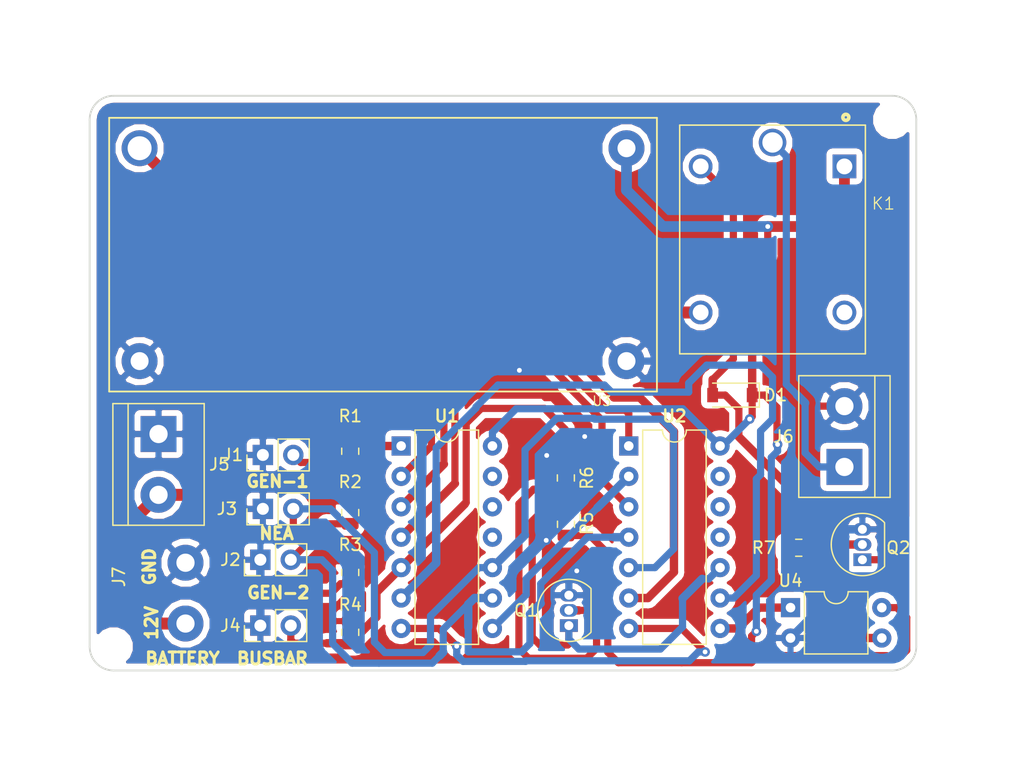
<source format=kicad_pcb>
(kicad_pcb (version 20171130) (host pcbnew "(5.0.1)-3")

  (general
    (thickness 1.6)
    (drawings 15)
    (tracks 297)
    (zones 0)
    (modules 24)
    (nets 21)
  )

  (page A4)
  (layers
    (0 F.Cu signal)
    (31 B.Cu signal)
    (32 B.Adhes user)
    (33 F.Adhes user)
    (34 B.Paste user)
    (35 F.Paste user)
    (36 B.SilkS user)
    (37 F.SilkS user)
    (38 B.Mask user)
    (39 F.Mask user)
    (40 Dwgs.User user)
    (41 Cmts.User user)
    (42 Eco1.User user)
    (43 Eco2.User user)
    (44 Edge.Cuts user)
    (45 Margin user)
    (46 B.CrtYd user)
    (47 F.CrtYd user)
    (48 B.Fab user)
    (49 F.Fab user)
  )

  (setup
    (last_trace_width 0.6)
    (trace_clearance 0.2)
    (zone_clearance 0.508)
    (zone_45_only no)
    (trace_min 0.2)
    (segment_width 0.2)
    (edge_width 0.15)
    (via_size 0.8)
    (via_drill 0.4)
    (via_min_size 0.4)
    (via_min_drill 0.3)
    (uvia_size 0.3)
    (uvia_drill 0.1)
    (uvias_allowed no)
    (uvia_min_size 0.2)
    (uvia_min_drill 0.1)
    (pcb_text_width 0.3)
    (pcb_text_size 1.5 1.5)
    (mod_edge_width 0.15)
    (mod_text_size 1 1)
    (mod_text_width 0.15)
    (pad_size 1.524 1.524)
    (pad_drill 0.762)
    (pad_to_mask_clearance 0.051)
    (solder_mask_min_width 0.25)
    (aux_axis_origin 0 0)
    (visible_elements 7FFFFFFF)
    (pcbplotparams
      (layerselection 0x010fc_ffffffff)
      (usegerberextensions false)
      (usegerberattributes false)
      (usegerberadvancedattributes false)
      (creategerberjobfile false)
      (excludeedgelayer true)
      (linewidth 0.100000)
      (plotframeref false)
      (viasonmask false)
      (mode 1)
      (useauxorigin false)
      (hpglpennumber 1)
      (hpglpenspeed 20)
      (hpglpendiameter 15.000000)
      (psnegative false)
      (psa4output false)
      (plotreference true)
      (plotvalue true)
      (plotinvisibletext false)
      (padsonsilk false)
      (subtractmaskfromsilk false)
      (outputformat 1)
      (mirror false)
      (drillshape 0)
      (scaleselection 1)
      (outputdirectory "gerber/"))
  )

  (net 0 "")
  (net 1 "Net-(Q1-Pad2)")
  (net 2 "Net-(Q1-Pad1)")
  (net 3 "Net-(U1-Pad8)")
  (net 4 "Net-(U1-Pad2)")
  (net 5 "Net-(U1-Pad3)")
  (net 6 "Net-(U1-Pad4)")
  (net 7 "Net-(U1-Pad6)")
  (net 8 Gnd)
  (net 9 Vcc)
  (net 10 GND)
  (net 11 "Net-(J1-Pad2)")
  (net 12 "Net-(J2-Pad2)")
  (net 13 "Net-(J3-Pad2)")
  (net 14 "Net-(J4-Pad2)")
  (net 15 LOGIC-OUTPUT)
  (net 16 "Net-(D1-Pad2)")
  (net 17 12V)
  (net 18 "Net-(J6-Pad1)")
  (net 19 "Net-(Q2-Pad2)")
  (net 20 "Net-(R7-Pad2)")

  (net_class Default "This is the default net class."
    (clearance 0.2)
    (trace_width 0.6)
    (via_dia 0.8)
    (via_drill 0.4)
    (uvia_dia 0.3)
    (uvia_drill 0.1)
    (add_net 12V)
    (add_net GND)
    (add_net Gnd)
    (add_net LOGIC-OUTPUT)
    (add_net "Net-(D1-Pad2)")
    (add_net "Net-(J1-Pad2)")
    (add_net "Net-(J2-Pad2)")
    (add_net "Net-(J3-Pad2)")
    (add_net "Net-(J4-Pad2)")
    (add_net "Net-(J6-Pad1)")
    (add_net "Net-(Q1-Pad1)")
    (add_net "Net-(Q1-Pad2)")
    (add_net "Net-(Q2-Pad2)")
    (add_net "Net-(R7-Pad2)")
    (add_net "Net-(U1-Pad2)")
    (add_net "Net-(U1-Pad3)")
    (add_net "Net-(U1-Pad4)")
    (add_net "Net-(U1-Pad6)")
    (add_net "Net-(U1-Pad8)")
    (add_net Vcc)
  )

  (module MountingHole:MountingHole_2.2mm_M2 (layer F.Cu) (tedit 60238036) (tstamp 6042814A)
    (at 59 94)
    (descr "Mounting Hole 2.2mm, no annular, M2")
    (tags "mounting hole 2.2mm no annular m2")
    (attr virtual)
    (fp_text reference MH1 (at 0 -3.2) (layer F.SilkS) hide
      (effects (font (size 1 1) (thickness 0.15)))
    )
    (fp_text value MountingHole_2.2mm_M2 (at 0 3.2) (layer F.Fab)
      (effects (font (size 1 1) (thickness 0.15)))
    )
    (fp_text user %R (at 0.3 0) (layer F.Fab)
      (effects (font (size 1 1) (thickness 0.15)))
    )
    (fp_circle (center 0 0) (end 2.2 0) (layer Cmts.User) (width 0.15))
    (fp_circle (center 0 0) (end 2.45 0) (layer F.CrtYd) (width 0.05))
    (pad 1 np_thru_hole circle (at 0 0) (size 2.2 2.2) (drill 2.2) (layers *.Cu *.Mask))
  )

  (module Package_TO_SOT_THT:TO-92_Inline (layer F.Cu) (tedit 5A1DD157) (tstamp 6032E7E0)
    (at 97 92.25 90)
    (descr "TO-92 leads in-line, narrow, oval pads, drill 0.75mm (see NXP sot054_po.pdf)")
    (tags "to-92 sc-43 sc-43a sot54 PA33 transistor")
    (path /6023752D)
    (fp_text reference Q1 (at 1.27 -3.56 180) (layer F.SilkS)
      (effects (font (size 1 1) (thickness 0.15)))
    )
    (fp_text value BC547 (at 1.27 2.79 90) (layer F.Fab)
      (effects (font (size 1 1) (thickness 0.15)))
    )
    (fp_text user %R (at 1.27 -3.56 90) (layer F.Fab)
      (effects (font (size 1 1) (thickness 0.15)))
    )
    (fp_line (start -0.53 1.85) (end 3.07 1.85) (layer F.SilkS) (width 0.12))
    (fp_line (start -0.5 1.75) (end 3 1.75) (layer F.Fab) (width 0.1))
    (fp_line (start -1.46 -2.73) (end 4 -2.73) (layer F.CrtYd) (width 0.05))
    (fp_line (start -1.46 -2.73) (end -1.46 2.01) (layer F.CrtYd) (width 0.05))
    (fp_line (start 4 2.01) (end 4 -2.73) (layer F.CrtYd) (width 0.05))
    (fp_line (start 4 2.01) (end -1.46 2.01) (layer F.CrtYd) (width 0.05))
    (fp_arc (start 1.27 0) (end 1.27 -2.48) (angle 135) (layer F.Fab) (width 0.1))
    (fp_arc (start 1.27 0) (end 1.27 -2.6) (angle -135) (layer F.SilkS) (width 0.12))
    (fp_arc (start 1.27 0) (end 1.27 -2.48) (angle -135) (layer F.Fab) (width 0.1))
    (fp_arc (start 1.27 0) (end 1.27 -2.6) (angle 135) (layer F.SilkS) (width 0.12))
    (pad 2 thru_hole oval (at 1.27 0 90) (size 1.05 1.5) (drill 0.75) (layers *.Cu *.Mask)
      (net 1 "Net-(Q1-Pad2)"))
    (pad 3 thru_hole oval (at 2.54 0 90) (size 1.05 1.5) (drill 0.75) (layers *.Cu *.Mask)
      (net 10 GND))
    (pad 1 thru_hole rect (at 0 0 90) (size 1.05 1.5) (drill 0.75) (layers *.Cu *.Mask)
      (net 2 "Net-(Q1-Pad1)"))
    (model ${KISYS3DMOD}/Package_TO_SOT_THT.3dshapes/TO-92_Inline.wrl
      (at (xyz 0 0 0))
      (scale (xyz 1 1 1))
      (rotate (xyz 0 0 0))
    )
  )

  (module Package_DIP:DIP-14_W7.62mm (layer F.Cu) (tedit 6023836E) (tstamp 6032E802)
    (at 83 77.25)
    (descr "14-lead though-hole mounted DIP package, row spacing 7.62 mm (300 mils)")
    (tags "THT DIP DIL PDIP 2.54mm 7.62mm 300mil")
    (path /60237273)
    (fp_text reference U1 (at 3.81 -2.5) (layer F.SilkS)
      (effects (font (size 1 1) (thickness 0.2)))
    )
    (fp_text value 7408 (at 3.81 17.57) (layer F.Fab)
      (effects (font (size 1 1) (thickness 0.15)))
    )
    (fp_arc (start 3.81 -1.33) (end 2.81 -1.33) (angle -180) (layer F.SilkS) (width 0.12))
    (fp_line (start 1.635 -1.27) (end 6.985 -1.27) (layer F.Fab) (width 0.1))
    (fp_line (start 6.985 -1.27) (end 6.985 16.51) (layer F.Fab) (width 0.1))
    (fp_line (start 6.985 16.51) (end 0.635 16.51) (layer F.Fab) (width 0.1))
    (fp_line (start 0.635 16.51) (end 0.635 -0.27) (layer F.Fab) (width 0.1))
    (fp_line (start 0.635 -0.27) (end 1.635 -1.27) (layer F.Fab) (width 0.1))
    (fp_line (start 2.81 -1.33) (end 1.16 -1.33) (layer F.SilkS) (width 0.12))
    (fp_line (start 1.16 -1.33) (end 1.16 16.57) (layer F.SilkS) (width 0.12))
    (fp_line (start 1.16 16.57) (end 6.46 16.57) (layer F.SilkS) (width 0.12))
    (fp_line (start 6.46 16.57) (end 6.46 -1.33) (layer F.SilkS) (width 0.12))
    (fp_line (start 6.46 -1.33) (end 4.81 -1.33) (layer F.SilkS) (width 0.12))
    (fp_line (start -1.1 -1.55) (end -1.1 16.8) (layer F.CrtYd) (width 0.05))
    (fp_line (start -1.1 16.8) (end 8.7 16.8) (layer F.CrtYd) (width 0.05))
    (fp_line (start 8.7 16.8) (end 8.7 -1.55) (layer F.CrtYd) (width 0.05))
    (fp_line (start 8.7 -1.55) (end -1.1 -1.55) (layer F.CrtYd) (width 0.05))
    (fp_text user %R (at 3.81 7.62) (layer F.Fab)
      (effects (font (size 1 1) (thickness 0.15)))
    )
    (pad 1 thru_hole rect (at 0 0) (size 1.6 1.6) (drill 0.8) (layers *.Cu *.Mask)
      (net 11 "Net-(J1-Pad2)"))
    (pad 8 thru_hole oval (at 7.62 15.24) (size 1.6 1.6) (drill 0.8) (layers *.Cu *.Mask)
      (net 3 "Net-(U1-Pad8)"))
    (pad 2 thru_hole oval (at 0 2.54) (size 1.6 1.6) (drill 0.8) (layers *.Cu *.Mask)
      (net 4 "Net-(U1-Pad2)"))
    (pad 9 thru_hole oval (at 7.62 12.7) (size 1.6 1.6) (drill 0.8) (layers *.Cu *.Mask)
      (net 12 "Net-(J2-Pad2)"))
    (pad 3 thru_hole oval (at 0 5.08) (size 1.6 1.6) (drill 0.8) (layers *.Cu *.Mask)
      (net 5 "Net-(U1-Pad3)"))
    (pad 10 thru_hole oval (at 7.62 10.16) (size 1.6 1.6) (drill 0.8) (layers *.Cu *.Mask)
      (net 13 "Net-(J3-Pad2)"))
    (pad 4 thru_hole oval (at 0 7.62) (size 1.6 1.6) (drill 0.8) (layers *.Cu *.Mask)
      (net 6 "Net-(U1-Pad4)"))
    (pad 11 thru_hole oval (at 7.62 7.62) (size 1.6 1.6) (drill 0.8) (layers *.Cu *.Mask))
    (pad 5 thru_hole oval (at 0 10.16) (size 1.6 1.6) (drill 0.8) (layers *.Cu *.Mask)
      (net 14 "Net-(J4-Pad2)"))
    (pad 12 thru_hole oval (at 7.62 5.08) (size 1.6 1.6) (drill 0.8) (layers *.Cu *.Mask))
    (pad 6 thru_hole oval (at 0 12.7) (size 1.6 1.6) (drill 0.8) (layers *.Cu *.Mask)
      (net 7 "Net-(U1-Pad6)"))
    (pad 13 thru_hole oval (at 7.62 2.54) (size 1.6 1.6) (drill 0.8) (layers *.Cu *.Mask))
    (pad 7 thru_hole oval (at 0 15.24) (size 1.6 1.6) (drill 0.8) (layers *.Cu *.Mask)
      (net 8 Gnd))
    (pad 14 thru_hole oval (at 7.62 0) (size 1.6 1.6) (drill 0.8) (layers *.Cu *.Mask)
      (net 9 Vcc))
    (model ${KISYS3DMOD}/Package_DIP.3dshapes/DIP-14_W7.62mm.wrl
      (at (xyz 0 0 0))
      (scale (xyz 1 1 1))
      (rotate (xyz 0 0 0))
    )
  )

  (module Package_DIP:DIP-14_W7.62mm (layer F.Cu) (tedit 60238376) (tstamp 6032E824)
    (at 102 77.25)
    (descr "14-lead though-hole mounted DIP package, row spacing 7.62 mm (300 mils)")
    (tags "THT DIP DIL PDIP 2.54mm 7.62mm 300mil")
    (path /602370B7)
    (fp_text reference U2 (at 3.81 -2.5) (layer F.SilkS)
      (effects (font (size 1 1) (thickness 0.2)))
    )
    (fp_text value 7432 (at 3.81 17.57) (layer F.Fab)
      (effects (font (size 1 1) (thickness 0.15)))
    )
    (fp_text user %R (at 3.81 7.62) (layer F.Fab)
      (effects (font (size 1 1) (thickness 0.15)))
    )
    (fp_line (start 8.7 -1.55) (end -1.1 -1.55) (layer F.CrtYd) (width 0.05))
    (fp_line (start 8.7 16.8) (end 8.7 -1.55) (layer F.CrtYd) (width 0.05))
    (fp_line (start -1.1 16.8) (end 8.7 16.8) (layer F.CrtYd) (width 0.05))
    (fp_line (start -1.1 -1.55) (end -1.1 16.8) (layer F.CrtYd) (width 0.05))
    (fp_line (start 6.46 -1.33) (end 4.81 -1.33) (layer F.SilkS) (width 0.12))
    (fp_line (start 6.46 16.57) (end 6.46 -1.33) (layer F.SilkS) (width 0.12))
    (fp_line (start 1.16 16.57) (end 6.46 16.57) (layer F.SilkS) (width 0.12))
    (fp_line (start 1.16 -1.33) (end 1.16 16.57) (layer F.SilkS) (width 0.12))
    (fp_line (start 2.81 -1.33) (end 1.16 -1.33) (layer F.SilkS) (width 0.12))
    (fp_line (start 0.635 -0.27) (end 1.635 -1.27) (layer F.Fab) (width 0.1))
    (fp_line (start 0.635 16.51) (end 0.635 -0.27) (layer F.Fab) (width 0.1))
    (fp_line (start 6.985 16.51) (end 0.635 16.51) (layer F.Fab) (width 0.1))
    (fp_line (start 6.985 -1.27) (end 6.985 16.51) (layer F.Fab) (width 0.1))
    (fp_line (start 1.635 -1.27) (end 6.985 -1.27) (layer F.Fab) (width 0.1))
    (fp_arc (start 3.81 -1.33) (end 2.81 -1.33) (angle -180) (layer F.SilkS) (width 0.12))
    (pad 14 thru_hole oval (at 7.62 0) (size 1.6 1.6) (drill 0.8) (layers *.Cu *.Mask)
      (net 9 Vcc))
    (pad 7 thru_hole oval (at 0 15.24) (size 1.6 1.6) (drill 0.8) (layers *.Cu *.Mask)
      (net 8 Gnd))
    (pad 13 thru_hole oval (at 7.62 2.54) (size 1.6 1.6) (drill 0.8) (layers *.Cu *.Mask))
    (pad 6 thru_hole oval (at 0 12.7) (size 1.6 1.6) (drill 0.8) (layers *.Cu *.Mask)
      (net 4 "Net-(U1-Pad2)"))
    (pad 12 thru_hole oval (at 7.62 5.08) (size 1.6 1.6) (drill 0.8) (layers *.Cu *.Mask))
    (pad 5 thru_hole oval (at 0 10.16) (size 1.6 1.6) (drill 0.8) (layers *.Cu *.Mask)
      (net 13 "Net-(J3-Pad2)"))
    (pad 11 thru_hole oval (at 7.62 7.62) (size 1.6 1.6) (drill 0.8) (layers *.Cu *.Mask))
    (pad 4 thru_hole oval (at 0 7.62) (size 1.6 1.6) (drill 0.8) (layers *.Cu *.Mask)
      (net 12 "Net-(J2-Pad2)"))
    (pad 10 thru_hole oval (at 7.62 10.16) (size 1.6 1.6) (drill 0.8) (layers *.Cu *.Mask)
      (net 2 "Net-(Q1-Pad1)"))
    (pad 3 thru_hole oval (at 0 5.08) (size 1.6 1.6) (drill 0.8) (layers *.Cu *.Mask)
      (net 6 "Net-(U1-Pad4)"))
    (pad 9 thru_hole oval (at 7.62 12.7) (size 1.6 1.6) (drill 0.8) (layers *.Cu *.Mask)
      (net 7 "Net-(U1-Pad6)"))
    (pad 2 thru_hole oval (at 0 2.54) (size 1.6 1.6) (drill 0.8) (layers *.Cu *.Mask)
      (net 3 "Net-(U1-Pad8)"))
    (pad 8 thru_hole oval (at 7.62 15.24) (size 1.6 1.6) (drill 0.8) (layers *.Cu *.Mask)
      (net 15 LOGIC-OUTPUT))
    (pad 1 thru_hole rect (at 0 0) (size 1.6 1.6) (drill 0.8) (layers *.Cu *.Mask)
      (net 5 "Net-(U1-Pad3)"))
    (model ${KISYS3DMOD}/Package_DIP.3dshapes/DIP-14_W7.62mm.wrl
      (at (xyz 0 0 0))
      (scale (xyz 1 1 1))
      (rotate (xyz 0 0 0))
    )
  )

  (module Connector_PinHeader_2.54mm:PinHeader_1x02_P2.54mm_Vertical (layer F.Cu) (tedit 59FED5CC) (tstamp 6032EA51)
    (at 71.46 78 90)
    (descr "Through hole straight pin header, 1x02, 2.54mm pitch, single row")
    (tags "Through hole pin header THT 1x02 2.54mm single row")
    (path /6023767C)
    (fp_text reference J1 (at 0 -2.5 180) (layer F.SilkS)
      (effects (font (size 1 1) (thickness 0.15)))
    )
    (fp_text value GENERATOR-1 (at 0 4.87 90) (layer F.Fab)
      (effects (font (size 1 1) (thickness 0.15)))
    )
    (fp_line (start -0.635 -1.27) (end 1.27 -1.27) (layer F.Fab) (width 0.1))
    (fp_line (start 1.27 -1.27) (end 1.27 3.81) (layer F.Fab) (width 0.1))
    (fp_line (start 1.27 3.81) (end -1.27 3.81) (layer F.Fab) (width 0.1))
    (fp_line (start -1.27 3.81) (end -1.27 -0.635) (layer F.Fab) (width 0.1))
    (fp_line (start -1.27 -0.635) (end -0.635 -1.27) (layer F.Fab) (width 0.1))
    (fp_line (start -1.33 3.87) (end 1.33 3.87) (layer F.SilkS) (width 0.12))
    (fp_line (start -1.33 1.27) (end -1.33 3.87) (layer F.SilkS) (width 0.12))
    (fp_line (start 1.33 1.27) (end 1.33 3.87) (layer F.SilkS) (width 0.12))
    (fp_line (start -1.33 1.27) (end 1.33 1.27) (layer F.SilkS) (width 0.12))
    (fp_line (start -1.33 0) (end -1.33 -1.33) (layer F.SilkS) (width 0.12))
    (fp_line (start -1.33 -1.33) (end 0 -1.33) (layer F.SilkS) (width 0.12))
    (fp_line (start -1.8 -1.8) (end -1.8 4.35) (layer F.CrtYd) (width 0.05))
    (fp_line (start -1.8 4.35) (end 1.8 4.35) (layer F.CrtYd) (width 0.05))
    (fp_line (start 1.8 4.35) (end 1.8 -1.8) (layer F.CrtYd) (width 0.05))
    (fp_line (start 1.8 -1.8) (end -1.8 -1.8) (layer F.CrtYd) (width 0.05))
    (fp_text user %R (at 0 1.27 180) (layer F.Fab)
      (effects (font (size 1 1) (thickness 0.15)))
    )
    (pad 1 thru_hole rect (at 0 0 90) (size 1.7 1.7) (drill 1) (layers *.Cu *.Mask)
      (net 10 GND))
    (pad 2 thru_hole oval (at 0 2.54 90) (size 1.7 1.7) (drill 1) (layers *.Cu *.Mask)
      (net 11 "Net-(J1-Pad2)"))
    (model ${KISYS3DMOD}/Connector_PinHeader_2.54mm.3dshapes/PinHeader_1x02_P2.54mm_Vertical.wrl
      (at (xyz 0 0 0))
      (scale (xyz 1 1 1))
      (rotate (xyz 0 0 0))
    )
  )

  (module Connector_PinHeader_2.54mm:PinHeader_1x02_P2.54mm_Vertical (layer F.Cu) (tedit 59FED5CC) (tstamp 6032EA67)
    (at 71.25 86.75 90)
    (descr "Through hole straight pin header, 1x02, 2.54mm pitch, single row")
    (tags "Through hole pin header THT 1x02 2.54mm single row")
    (path /6023771C)
    (fp_text reference J2 (at 0 -2.5 180) (layer F.SilkS)
      (effects (font (size 1 1) (thickness 0.15)))
    )
    (fp_text value GENERATOR-2 (at 0 4.87 90) (layer F.Fab)
      (effects (font (size 1 1) (thickness 0.15)))
    )
    (fp_text user %R (at 0 1.27 180) (layer F.Fab)
      (effects (font (size 1 1) (thickness 0.15)))
    )
    (fp_line (start 1.8 -1.8) (end -1.8 -1.8) (layer F.CrtYd) (width 0.05))
    (fp_line (start 1.8 4.35) (end 1.8 -1.8) (layer F.CrtYd) (width 0.05))
    (fp_line (start -1.8 4.35) (end 1.8 4.35) (layer F.CrtYd) (width 0.05))
    (fp_line (start -1.8 -1.8) (end -1.8 4.35) (layer F.CrtYd) (width 0.05))
    (fp_line (start -1.33 -1.33) (end 0 -1.33) (layer F.SilkS) (width 0.12))
    (fp_line (start -1.33 0) (end -1.33 -1.33) (layer F.SilkS) (width 0.12))
    (fp_line (start -1.33 1.27) (end 1.33 1.27) (layer F.SilkS) (width 0.12))
    (fp_line (start 1.33 1.27) (end 1.33 3.87) (layer F.SilkS) (width 0.12))
    (fp_line (start -1.33 1.27) (end -1.33 3.87) (layer F.SilkS) (width 0.12))
    (fp_line (start -1.33 3.87) (end 1.33 3.87) (layer F.SilkS) (width 0.12))
    (fp_line (start -1.27 -0.635) (end -0.635 -1.27) (layer F.Fab) (width 0.1))
    (fp_line (start -1.27 3.81) (end -1.27 -0.635) (layer F.Fab) (width 0.1))
    (fp_line (start 1.27 3.81) (end -1.27 3.81) (layer F.Fab) (width 0.1))
    (fp_line (start 1.27 -1.27) (end 1.27 3.81) (layer F.Fab) (width 0.1))
    (fp_line (start -0.635 -1.27) (end 1.27 -1.27) (layer F.Fab) (width 0.1))
    (pad 2 thru_hole oval (at 0 2.54 90) (size 1.7 1.7) (drill 1) (layers *.Cu *.Mask)
      (net 12 "Net-(J2-Pad2)"))
    (pad 1 thru_hole rect (at 0 0 90) (size 1.7 1.7) (drill 1) (layers *.Cu *.Mask)
      (net 10 GND))
    (model ${KISYS3DMOD}/Connector_PinHeader_2.54mm.3dshapes/PinHeader_1x02_P2.54mm_Vertical.wrl
      (at (xyz 0 0 0))
      (scale (xyz 1 1 1))
      (rotate (xyz 0 0 0))
    )
  )

  (module Connector_PinHeader_2.54mm:PinHeader_1x02_P2.54mm_Vertical (layer F.Cu) (tedit 59FED5CC) (tstamp 6032EA7D)
    (at 71.46 82.5 90)
    (descr "Through hole straight pin header, 1x02, 2.54mm pitch, single row")
    (tags "Through hole pin header THT 1x02 2.54mm single row")
    (path /6023777F)
    (fp_text reference J3 (at 0 -3 180) (layer F.SilkS)
      (effects (font (size 1 1) (thickness 0.15)))
    )
    (fp_text value NEA (at 0 4.87 90) (layer F.Fab)
      (effects (font (size 1 1) (thickness 0.15)))
    )
    (fp_line (start -0.635 -1.27) (end 1.27 -1.27) (layer F.Fab) (width 0.1))
    (fp_line (start 1.27 -1.27) (end 1.27 3.81) (layer F.Fab) (width 0.1))
    (fp_line (start 1.27 3.81) (end -1.27 3.81) (layer F.Fab) (width 0.1))
    (fp_line (start -1.27 3.81) (end -1.27 -0.635) (layer F.Fab) (width 0.1))
    (fp_line (start -1.27 -0.635) (end -0.635 -1.27) (layer F.Fab) (width 0.1))
    (fp_line (start -1.33 3.87) (end 1.33 3.87) (layer F.SilkS) (width 0.12))
    (fp_line (start -1.33 1.27) (end -1.33 3.87) (layer F.SilkS) (width 0.12))
    (fp_line (start 1.33 1.27) (end 1.33 3.87) (layer F.SilkS) (width 0.12))
    (fp_line (start -1.33 1.27) (end 1.33 1.27) (layer F.SilkS) (width 0.12))
    (fp_line (start -1.33 0) (end -1.33 -1.33) (layer F.SilkS) (width 0.12))
    (fp_line (start -1.33 -1.33) (end 0 -1.33) (layer F.SilkS) (width 0.12))
    (fp_line (start -1.8 -1.8) (end -1.8 4.35) (layer F.CrtYd) (width 0.05))
    (fp_line (start -1.8 4.35) (end 1.8 4.35) (layer F.CrtYd) (width 0.05))
    (fp_line (start 1.8 4.35) (end 1.8 -1.8) (layer F.CrtYd) (width 0.05))
    (fp_line (start 1.8 -1.8) (end -1.8 -1.8) (layer F.CrtYd) (width 0.05))
    (fp_text user %R (at 0 1.27 180) (layer F.Fab)
      (effects (font (size 1 1) (thickness 0.15)))
    )
    (pad 1 thru_hole rect (at 0 0 90) (size 1.7 1.7) (drill 1) (layers *.Cu *.Mask)
      (net 10 GND))
    (pad 2 thru_hole oval (at 0 2.54 90) (size 1.7 1.7) (drill 1) (layers *.Cu *.Mask)
      (net 13 "Net-(J3-Pad2)"))
    (model ${KISYS3DMOD}/Connector_PinHeader_2.54mm.3dshapes/PinHeader_1x02_P2.54mm_Vertical.wrl
      (at (xyz 0 0 0))
      (scale (xyz 1 1 1))
      (rotate (xyz 0 0 0))
    )
  )

  (module Connector_PinHeader_2.54mm:PinHeader_1x02_P2.54mm_Vertical (layer F.Cu) (tedit 59FED5CC) (tstamp 6032EA93)
    (at 71.25 92.25 90)
    (descr "Through hole straight pin header, 1x02, 2.54mm pitch, single row")
    (tags "Through hole pin header THT 1x02 2.54mm single row")
    (path /602377E5)
    (fp_text reference J4 (at 0 -2.5 180) (layer F.SilkS)
      (effects (font (size 1 1) (thickness 0.15)))
    )
    (fp_text value BUSBAR (at 0 4.87 90) (layer F.Fab)
      (effects (font (size 1 1) (thickness 0.15)))
    )
    (fp_text user %R (at 0 1.27 180) (layer F.Fab)
      (effects (font (size 1 1) (thickness 0.15)))
    )
    (fp_line (start 1.8 -1.8) (end -1.8 -1.8) (layer F.CrtYd) (width 0.05))
    (fp_line (start 1.8 4.35) (end 1.8 -1.8) (layer F.CrtYd) (width 0.05))
    (fp_line (start -1.8 4.35) (end 1.8 4.35) (layer F.CrtYd) (width 0.05))
    (fp_line (start -1.8 -1.8) (end -1.8 4.35) (layer F.CrtYd) (width 0.05))
    (fp_line (start -1.33 -1.33) (end 0 -1.33) (layer F.SilkS) (width 0.12))
    (fp_line (start -1.33 0) (end -1.33 -1.33) (layer F.SilkS) (width 0.12))
    (fp_line (start -1.33 1.27) (end 1.33 1.27) (layer F.SilkS) (width 0.12))
    (fp_line (start 1.33 1.27) (end 1.33 3.87) (layer F.SilkS) (width 0.12))
    (fp_line (start -1.33 1.27) (end -1.33 3.87) (layer F.SilkS) (width 0.12))
    (fp_line (start -1.33 3.87) (end 1.33 3.87) (layer F.SilkS) (width 0.12))
    (fp_line (start -1.27 -0.635) (end -0.635 -1.27) (layer F.Fab) (width 0.1))
    (fp_line (start -1.27 3.81) (end -1.27 -0.635) (layer F.Fab) (width 0.1))
    (fp_line (start 1.27 3.81) (end -1.27 3.81) (layer F.Fab) (width 0.1))
    (fp_line (start 1.27 -1.27) (end 1.27 3.81) (layer F.Fab) (width 0.1))
    (fp_line (start -0.635 -1.27) (end 1.27 -1.27) (layer F.Fab) (width 0.1))
    (pad 2 thru_hole oval (at 0 2.54 90) (size 1.7 1.7) (drill 1) (layers *.Cu *.Mask)
      (net 14 "Net-(J4-Pad2)"))
    (pad 1 thru_hole rect (at 0 0 90) (size 1.7 1.7) (drill 1) (layers *.Cu *.Mask)
      (net 10 GND))
    (model ${KISYS3DMOD}/Connector_PinHeader_2.54mm.3dshapes/PinHeader_1x02_P2.54mm_Vertical.wrl
      (at (xyz 0 0 0))
      (scale (xyz 1 1 1))
      (rotate (xyz 0 0 0))
    )
  )

  (module Resistor_SMD:R_0805_2012Metric (layer F.Cu) (tedit 5B36C52B) (tstamp 6032EAA4)
    (at 78.75 77.6875 90)
    (descr "Resistor SMD 0805 (2012 Metric), square (rectangular) end terminal, IPC_7351 nominal, (Body size source: https://docs.google.com/spreadsheets/d/1BsfQQcO9C6DZCsRaXUlFlo91Tg2WpOkGARC1WS5S8t0/edit?usp=sharing), generated with kicad-footprint-generator")
    (tags resistor)
    (path /60237C98)
    (attr smd)
    (fp_text reference R1 (at 2.9375 0 180) (layer F.SilkS)
      (effects (font (size 1 1) (thickness 0.15)))
    )
    (fp_text value 10K (at 0 1.65 90) (layer F.Fab)
      (effects (font (size 1 1) (thickness 0.15)))
    )
    (fp_line (start -1 0.6) (end -1 -0.6) (layer F.Fab) (width 0.1))
    (fp_line (start -1 -0.6) (end 1 -0.6) (layer F.Fab) (width 0.1))
    (fp_line (start 1 -0.6) (end 1 0.6) (layer F.Fab) (width 0.1))
    (fp_line (start 1 0.6) (end -1 0.6) (layer F.Fab) (width 0.1))
    (fp_line (start -0.258578 -0.71) (end 0.258578 -0.71) (layer F.SilkS) (width 0.12))
    (fp_line (start -0.258578 0.71) (end 0.258578 0.71) (layer F.SilkS) (width 0.12))
    (fp_line (start -1.68 0.95) (end -1.68 -0.95) (layer F.CrtYd) (width 0.05))
    (fp_line (start -1.68 -0.95) (end 1.68 -0.95) (layer F.CrtYd) (width 0.05))
    (fp_line (start 1.68 -0.95) (end 1.68 0.95) (layer F.CrtYd) (width 0.05))
    (fp_line (start 1.68 0.95) (end -1.68 0.95) (layer F.CrtYd) (width 0.05))
    (fp_text user %R (at 0 0 90) (layer F.Fab)
      (effects (font (size 0.5 0.5) (thickness 0.08)))
    )
    (pad 1 smd roundrect (at -0.9375 0 90) (size 0.975 1.4) (layers F.Cu F.Paste F.Mask) (roundrect_rratio 0.25)
      (net 11 "Net-(J1-Pad2)"))
    (pad 2 smd roundrect (at 0.9375 0 90) (size 0.975 1.4) (layers F.Cu F.Paste F.Mask) (roundrect_rratio 0.25)
      (net 10 GND))
    (model ${KISYS3DMOD}/Resistor_SMD.3dshapes/R_0805_2012Metric.wrl
      (at (xyz 0 0 0))
      (scale (xyz 1 1 1))
      (rotate (xyz 0 0 0))
    )
  )

  (module Resistor_SMD:R_0805_2012Metric (layer F.Cu) (tedit 5B36C52B) (tstamp 6032EAB5)
    (at 78.75 82.8125 90)
    (descr "Resistor SMD 0805 (2012 Metric), square (rectangular) end terminal, IPC_7351 nominal, (Body size source: https://docs.google.com/spreadsheets/d/1BsfQQcO9C6DZCsRaXUlFlo91Tg2WpOkGARC1WS5S8t0/edit?usp=sharing), generated with kicad-footprint-generator")
    (tags resistor)
    (path /60237DC0)
    (attr smd)
    (fp_text reference R2 (at 2.5625 0 180) (layer F.SilkS)
      (effects (font (size 1 1) (thickness 0.15)))
    )
    (fp_text value 10K (at 0 1.65 90) (layer F.Fab)
      (effects (font (size 1 1) (thickness 0.15)))
    )
    (fp_text user %R (at 0 0 90) (layer F.Fab)
      (effects (font (size 0.5 0.5) (thickness 0.08)))
    )
    (fp_line (start 1.68 0.95) (end -1.68 0.95) (layer F.CrtYd) (width 0.05))
    (fp_line (start 1.68 -0.95) (end 1.68 0.95) (layer F.CrtYd) (width 0.05))
    (fp_line (start -1.68 -0.95) (end 1.68 -0.95) (layer F.CrtYd) (width 0.05))
    (fp_line (start -1.68 0.95) (end -1.68 -0.95) (layer F.CrtYd) (width 0.05))
    (fp_line (start -0.258578 0.71) (end 0.258578 0.71) (layer F.SilkS) (width 0.12))
    (fp_line (start -0.258578 -0.71) (end 0.258578 -0.71) (layer F.SilkS) (width 0.12))
    (fp_line (start 1 0.6) (end -1 0.6) (layer F.Fab) (width 0.1))
    (fp_line (start 1 -0.6) (end 1 0.6) (layer F.Fab) (width 0.1))
    (fp_line (start -1 -0.6) (end 1 -0.6) (layer F.Fab) (width 0.1))
    (fp_line (start -1 0.6) (end -1 -0.6) (layer F.Fab) (width 0.1))
    (pad 2 smd roundrect (at 0.9375 0 90) (size 0.975 1.4) (layers F.Cu F.Paste F.Mask) (roundrect_rratio 0.25)
      (net 10 GND))
    (pad 1 smd roundrect (at -0.9375 0 90) (size 0.975 1.4) (layers F.Cu F.Paste F.Mask) (roundrect_rratio 0.25)
      (net 12 "Net-(J2-Pad2)"))
    (model ${KISYS3DMOD}/Resistor_SMD.3dshapes/R_0805_2012Metric.wrl
      (at (xyz 0 0 0))
      (scale (xyz 1 1 1))
      (rotate (xyz 0 0 0))
    )
  )

  (module Resistor_SMD:R_0805_2012Metric (layer F.Cu) (tedit 5B36C52B) (tstamp 6032EAC6)
    (at 78.75 87.8125 90)
    (descr "Resistor SMD 0805 (2012 Metric), square (rectangular) end terminal, IPC_7351 nominal, (Body size source: https://docs.google.com/spreadsheets/d/1BsfQQcO9C6DZCsRaXUlFlo91Tg2WpOkGARC1WS5S8t0/edit?usp=sharing), generated with kicad-footprint-generator")
    (tags resistor)
    (path /60237E50)
    (attr smd)
    (fp_text reference R3 (at 2.3125 0 180) (layer F.SilkS)
      (effects (font (size 1 1) (thickness 0.15)))
    )
    (fp_text value 10K (at 0 1.65 90) (layer F.Fab)
      (effects (font (size 1 1) (thickness 0.15)))
    )
    (fp_line (start -1 0.6) (end -1 -0.6) (layer F.Fab) (width 0.1))
    (fp_line (start -1 -0.6) (end 1 -0.6) (layer F.Fab) (width 0.1))
    (fp_line (start 1 -0.6) (end 1 0.6) (layer F.Fab) (width 0.1))
    (fp_line (start 1 0.6) (end -1 0.6) (layer F.Fab) (width 0.1))
    (fp_line (start -0.258578 -0.71) (end 0.258578 -0.71) (layer F.SilkS) (width 0.12))
    (fp_line (start -0.258578 0.71) (end 0.258578 0.71) (layer F.SilkS) (width 0.12))
    (fp_line (start -1.68 0.95) (end -1.68 -0.95) (layer F.CrtYd) (width 0.05))
    (fp_line (start -1.68 -0.95) (end 1.68 -0.95) (layer F.CrtYd) (width 0.05))
    (fp_line (start 1.68 -0.95) (end 1.68 0.95) (layer F.CrtYd) (width 0.05))
    (fp_line (start 1.68 0.95) (end -1.68 0.95) (layer F.CrtYd) (width 0.05))
    (fp_text user %R (at 0 0 90) (layer F.Fab)
      (effects (font (size 0.5 0.5) (thickness 0.08)))
    )
    (pad 1 smd roundrect (at -0.9375 0 90) (size 0.975 1.4) (layers F.Cu F.Paste F.Mask) (roundrect_rratio 0.25)
      (net 13 "Net-(J3-Pad2)"))
    (pad 2 smd roundrect (at 0.9375 0 90) (size 0.975 1.4) (layers F.Cu F.Paste F.Mask) (roundrect_rratio 0.25)
      (net 10 GND))
    (model ${KISYS3DMOD}/Resistor_SMD.3dshapes/R_0805_2012Metric.wrl
      (at (xyz 0 0 0))
      (scale (xyz 1 1 1))
      (rotate (xyz 0 0 0))
    )
  )

  (module Resistor_SMD:R_0805_2012Metric (layer F.Cu) (tedit 5B36C52B) (tstamp 6032EAD7)
    (at 78.75 92.8125 90)
    (descr "Resistor SMD 0805 (2012 Metric), square (rectangular) end terminal, IPC_7351 nominal, (Body size source: https://docs.google.com/spreadsheets/d/1BsfQQcO9C6DZCsRaXUlFlo91Tg2WpOkGARC1WS5S8t0/edit?usp=sharing), generated with kicad-footprint-generator")
    (tags resistor)
    (path /60237ECE)
    (attr smd)
    (fp_text reference R4 (at 2.3125 0 180) (layer F.SilkS)
      (effects (font (size 1 1) (thickness 0.15)))
    )
    (fp_text value 10K (at 0 1.65 90) (layer F.Fab)
      (effects (font (size 1 1) (thickness 0.15)))
    )
    (fp_text user %R (at 0 0 90) (layer F.Fab)
      (effects (font (size 0.5 0.5) (thickness 0.08)))
    )
    (fp_line (start 1.68 0.95) (end -1.68 0.95) (layer F.CrtYd) (width 0.05))
    (fp_line (start 1.68 -0.95) (end 1.68 0.95) (layer F.CrtYd) (width 0.05))
    (fp_line (start -1.68 -0.95) (end 1.68 -0.95) (layer F.CrtYd) (width 0.05))
    (fp_line (start -1.68 0.95) (end -1.68 -0.95) (layer F.CrtYd) (width 0.05))
    (fp_line (start -0.258578 0.71) (end 0.258578 0.71) (layer F.SilkS) (width 0.12))
    (fp_line (start -0.258578 -0.71) (end 0.258578 -0.71) (layer F.SilkS) (width 0.12))
    (fp_line (start 1 0.6) (end -1 0.6) (layer F.Fab) (width 0.1))
    (fp_line (start 1 -0.6) (end 1 0.6) (layer F.Fab) (width 0.1))
    (fp_line (start -1 -0.6) (end 1 -0.6) (layer F.Fab) (width 0.1))
    (fp_line (start -1 0.6) (end -1 -0.6) (layer F.Fab) (width 0.1))
    (pad 2 smd roundrect (at 0.9375 0 90) (size 0.975 1.4) (layers F.Cu F.Paste F.Mask) (roundrect_rratio 0.25)
      (net 10 GND))
    (pad 1 smd roundrect (at -0.9375 0 90) (size 0.975 1.4) (layers F.Cu F.Paste F.Mask) (roundrect_rratio 0.25)
      (net 14 "Net-(J4-Pad2)"))
    (model ${KISYS3DMOD}/Resistor_SMD.3dshapes/R_0805_2012Metric.wrl
      (at (xyz 0 0 0))
      (scale (xyz 1 1 1))
      (rotate (xyz 0 0 0))
    )
  )

  (module Resistor_SMD:R_0805_2012Metric (layer F.Cu) (tedit 5B36C52B) (tstamp 6032EAE8)
    (at 96.76 83.79 90)
    (descr "Resistor SMD 0805 (2012 Metric), square (rectangular) end terminal, IPC_7351 nominal, (Body size source: https://docs.google.com/spreadsheets/d/1BsfQQcO9C6DZCsRaXUlFlo91Tg2WpOkGARC1WS5S8t0/edit?usp=sharing), generated with kicad-footprint-generator")
    (tags resistor)
    (path /6023DBA6)
    (attr smd)
    (fp_text reference R5 (at 0.08 1.74 90) (layer F.SilkS)
      (effects (font (size 1 1) (thickness 0.15)))
    )
    (fp_text value 50 (at 0 1.65 90) (layer F.Fab)
      (effects (font (size 1 1) (thickness 0.15)))
    )
    (fp_text user %R (at 0 0 90) (layer F.Fab)
      (effects (font (size 0.5 0.5) (thickness 0.08)))
    )
    (fp_line (start 1.68 0.95) (end -1.68 0.95) (layer F.CrtYd) (width 0.05))
    (fp_line (start 1.68 -0.95) (end 1.68 0.95) (layer F.CrtYd) (width 0.05))
    (fp_line (start -1.68 -0.95) (end 1.68 -0.95) (layer F.CrtYd) (width 0.05))
    (fp_line (start -1.68 0.95) (end -1.68 -0.95) (layer F.CrtYd) (width 0.05))
    (fp_line (start -0.258578 0.71) (end 0.258578 0.71) (layer F.SilkS) (width 0.12))
    (fp_line (start -0.258578 -0.71) (end 0.258578 -0.71) (layer F.SilkS) (width 0.12))
    (fp_line (start 1 0.6) (end -1 0.6) (layer F.Fab) (width 0.1))
    (fp_line (start 1 -0.6) (end 1 0.6) (layer F.Fab) (width 0.1))
    (fp_line (start -1 -0.6) (end 1 -0.6) (layer F.Fab) (width 0.1))
    (fp_line (start -1 0.6) (end -1 -0.6) (layer F.Fab) (width 0.1))
    (pad 2 smd roundrect (at 0.9375 0 90) (size 0.975 1.4) (layers F.Cu F.Paste F.Mask) (roundrect_rratio 0.25)
      (net 2 "Net-(Q1-Pad1)"))
    (pad 1 smd roundrect (at -0.9375 0 90) (size 0.975 1.4) (layers F.Cu F.Paste F.Mask) (roundrect_rratio 0.25)
      (net 9 Vcc))
    (model ${KISYS3DMOD}/Resistor_SMD.3dshapes/R_0805_2012Metric.wrl
      (at (xyz 0 0 0))
      (scale (xyz 1 1 1))
      (rotate (xyz 0 0 0))
    )
  )

  (module Resistor_SMD:R_0805_2012Metric (layer F.Cu) (tedit 5B36C52B) (tstamp 6032EAF9)
    (at 96.75 79.92 90)
    (descr "Resistor SMD 0805 (2012 Metric), square (rectangular) end terminal, IPC_7351 nominal, (Body size source: https://docs.google.com/spreadsheets/d/1BsfQQcO9C6DZCsRaXUlFlo91Tg2WpOkGARC1WS5S8t0/edit?usp=sharing), generated with kicad-footprint-generator")
    (tags resistor)
    (path /6023BDF4)
    (attr smd)
    (fp_text reference R6 (at 0 1.75 90) (layer F.SilkS)
      (effects (font (size 1 1) (thickness 0.15)))
    )
    (fp_text value 1K (at 0 1.65 90) (layer F.Fab)
      (effects (font (size 1 1) (thickness 0.15)))
    )
    (fp_line (start -1 0.6) (end -1 -0.6) (layer F.Fab) (width 0.1))
    (fp_line (start -1 -0.6) (end 1 -0.6) (layer F.Fab) (width 0.1))
    (fp_line (start 1 -0.6) (end 1 0.6) (layer F.Fab) (width 0.1))
    (fp_line (start 1 0.6) (end -1 0.6) (layer F.Fab) (width 0.1))
    (fp_line (start -0.258578 -0.71) (end 0.258578 -0.71) (layer F.SilkS) (width 0.12))
    (fp_line (start -0.258578 0.71) (end 0.258578 0.71) (layer F.SilkS) (width 0.12))
    (fp_line (start -1.68 0.95) (end -1.68 -0.95) (layer F.CrtYd) (width 0.05))
    (fp_line (start -1.68 -0.95) (end 1.68 -0.95) (layer F.CrtYd) (width 0.05))
    (fp_line (start 1.68 -0.95) (end 1.68 0.95) (layer F.CrtYd) (width 0.05))
    (fp_line (start 1.68 0.95) (end -1.68 0.95) (layer F.CrtYd) (width 0.05))
    (fp_text user %R (at 0 0 90) (layer F.Fab)
      (effects (font (size 0.5 0.5) (thickness 0.08)))
    )
    (pad 1 smd roundrect (at -0.9375 0 90) (size 0.975 1.4) (layers F.Cu F.Paste F.Mask) (roundrect_rratio 0.25)
      (net 1 "Net-(Q1-Pad2)"))
    (pad 2 smd roundrect (at 0.9375 0 90) (size 0.975 1.4) (layers F.Cu F.Paste F.Mask) (roundrect_rratio 0.25)
      (net 14 "Net-(J4-Pad2)"))
    (model ${KISYS3DMOD}/Resistor_SMD.3dshapes/R_0805_2012Metric.wrl
      (at (xyz 0 0 0))
      (scale (xyz 1 1 1))
      (rotate (xyz 0 0 0))
    )
  )

  (module Diode_SMD:D_SOD-123 (layer F.Cu) (tedit 58645DC7) (tstamp 60426A91)
    (at 110.65 73 180)
    (descr SOD-123)
    (tags SOD-123)
    (path /6024519F)
    (attr smd)
    (fp_text reference D1 (at -3.6 0 180) (layer F.SilkS)
      (effects (font (size 1 1) (thickness 0.15)))
    )
    (fp_text value D (at 0 2.1 180) (layer F.Fab)
      (effects (font (size 1 1) (thickness 0.15)))
    )
    (fp_text user %R (at 0 -2 180) (layer F.Fab)
      (effects (font (size 1 1) (thickness 0.15)))
    )
    (fp_line (start -2.25 -1) (end -2.25 1) (layer F.SilkS) (width 0.12))
    (fp_line (start 0.25 0) (end 0.75 0) (layer F.Fab) (width 0.1))
    (fp_line (start 0.25 0.4) (end -0.35 0) (layer F.Fab) (width 0.1))
    (fp_line (start 0.25 -0.4) (end 0.25 0.4) (layer F.Fab) (width 0.1))
    (fp_line (start -0.35 0) (end 0.25 -0.4) (layer F.Fab) (width 0.1))
    (fp_line (start -0.35 0) (end -0.35 0.55) (layer F.Fab) (width 0.1))
    (fp_line (start -0.35 0) (end -0.35 -0.55) (layer F.Fab) (width 0.1))
    (fp_line (start -0.75 0) (end -0.35 0) (layer F.Fab) (width 0.1))
    (fp_line (start -1.4 0.9) (end -1.4 -0.9) (layer F.Fab) (width 0.1))
    (fp_line (start 1.4 0.9) (end -1.4 0.9) (layer F.Fab) (width 0.1))
    (fp_line (start 1.4 -0.9) (end 1.4 0.9) (layer F.Fab) (width 0.1))
    (fp_line (start -1.4 -0.9) (end 1.4 -0.9) (layer F.Fab) (width 0.1))
    (fp_line (start -2.35 -1.15) (end 2.35 -1.15) (layer F.CrtYd) (width 0.05))
    (fp_line (start 2.35 -1.15) (end 2.35 1.15) (layer F.CrtYd) (width 0.05))
    (fp_line (start 2.35 1.15) (end -2.35 1.15) (layer F.CrtYd) (width 0.05))
    (fp_line (start -2.35 -1.15) (end -2.35 1.15) (layer F.CrtYd) (width 0.05))
    (fp_line (start -2.25 1) (end 1.65 1) (layer F.SilkS) (width 0.12))
    (fp_line (start -2.25 -1) (end 1.65 -1) (layer F.SilkS) (width 0.12))
    (pad 1 smd rect (at -1.65 0 180) (size 0.9 1.2) (layers F.Cu F.Paste F.Mask)
      (net 9 Vcc))
    (pad 2 smd rect (at 1.65 0 180) (size 0.9 1.2) (layers F.Cu F.Paste F.Mask)
      (net 16 "Net-(D1-Pad2)"))
    (model ${KISYS3DMOD}/Diode_SMD.3dshapes/D_SOD-123.wrl
      (at (xyz 0 0 0))
      (scale (xyz 1 1 1))
      (rotate (xyz 0 0 0))
    )
  )

  (module TerminalBlock:TerminalBlock_bornier-2_P5.08mm (layer F.Cu) (tedit 59FF03AB) (tstamp 60426AA6)
    (at 62.75 76.25 270)
    (descr "simple 2-pin terminal block, pitch 5.08mm, revamped version of bornier2")
    (tags "terminal block bornier2")
    (path /60240318)
    (fp_text reference J5 (at 2.54 -5.08) (layer F.SilkS)
      (effects (font (size 1 1) (thickness 0.15)))
    )
    (fp_text value BATTERY (at 2.54 5.08 270) (layer F.Fab)
      (effects (font (size 1 1) (thickness 0.15)))
    )
    (fp_line (start 7.79 4) (end -2.71 4) (layer F.CrtYd) (width 0.05))
    (fp_line (start 7.79 4) (end 7.79 -4) (layer F.CrtYd) (width 0.05))
    (fp_line (start -2.71 -4) (end -2.71 4) (layer F.CrtYd) (width 0.05))
    (fp_line (start -2.71 -4) (end 7.79 -4) (layer F.CrtYd) (width 0.05))
    (fp_line (start -2.54 3.81) (end 7.62 3.81) (layer F.SilkS) (width 0.12))
    (fp_line (start -2.54 -3.81) (end -2.54 3.81) (layer F.SilkS) (width 0.12))
    (fp_line (start 7.62 -3.81) (end -2.54 -3.81) (layer F.SilkS) (width 0.12))
    (fp_line (start 7.62 3.81) (end 7.62 -3.81) (layer F.SilkS) (width 0.12))
    (fp_line (start 7.62 2.54) (end -2.54 2.54) (layer F.SilkS) (width 0.12))
    (fp_line (start 7.54 -3.75) (end -2.46 -3.75) (layer F.Fab) (width 0.1))
    (fp_line (start 7.54 3.75) (end 7.54 -3.75) (layer F.Fab) (width 0.1))
    (fp_line (start -2.46 3.75) (end 7.54 3.75) (layer F.Fab) (width 0.1))
    (fp_line (start -2.46 -3.75) (end -2.46 3.75) (layer F.Fab) (width 0.1))
    (fp_line (start -2.41 2.55) (end 7.49 2.55) (layer F.Fab) (width 0.1))
    (fp_text user %R (at 2.54 0 270) (layer F.Fab)
      (effects (font (size 1 1) (thickness 0.15)))
    )
    (pad 2 thru_hole circle (at 5.08 0 270) (size 3 3) (drill 1.52) (layers *.Cu *.Mask)
      (net 17 12V))
    (pad 1 thru_hole rect (at 0 0 270) (size 3 3) (drill 1.52) (layers *.Cu *.Mask)
      (net 10 GND))
    (model ${KISYS3DMOD}/TerminalBlock.3dshapes/TerminalBlock_bornier-2_P5.08mm.wrl
      (offset (xyz 2.539999961853027 0 0))
      (scale (xyz 1 1 1))
      (rotate (xyz 0 0 0))
    )
    (model ${KIPRJMOD}/3d-files/DG305-5.0-02P-12-00AH.STEP
      (offset (xyz -2.5 5 0))
      (scale (xyz 1 1 1))
      (rotate (xyz -90 0 0))
    )
  )

  (module TerminalBlock:TerminalBlock_bornier-2_P5.08mm (layer F.Cu) (tedit 59FF03AB) (tstamp 60426ABB)
    (at 120 79 90)
    (descr "simple 2-pin terminal block, pitch 5.08mm, revamped version of bornier2")
    (tags "terminal block bornier2")
    (path /6024C815)
    (fp_text reference J6 (at 2.54 -5.08 180) (layer F.SilkS)
      (effects (font (size 1 1) (thickness 0.15)))
    )
    (fp_text value BUZZER (at 2.54 5.08 90) (layer F.Fab)
      (effects (font (size 1 1) (thickness 0.15)))
    )
    (fp_text user %R (at 2.54 0 90) (layer F.Fab)
      (effects (font (size 1 1) (thickness 0.15)))
    )
    (fp_line (start -2.41 2.55) (end 7.49 2.55) (layer F.Fab) (width 0.1))
    (fp_line (start -2.46 -3.75) (end -2.46 3.75) (layer F.Fab) (width 0.1))
    (fp_line (start -2.46 3.75) (end 7.54 3.75) (layer F.Fab) (width 0.1))
    (fp_line (start 7.54 3.75) (end 7.54 -3.75) (layer F.Fab) (width 0.1))
    (fp_line (start 7.54 -3.75) (end -2.46 -3.75) (layer F.Fab) (width 0.1))
    (fp_line (start 7.62 2.54) (end -2.54 2.54) (layer F.SilkS) (width 0.12))
    (fp_line (start 7.62 3.81) (end 7.62 -3.81) (layer F.SilkS) (width 0.12))
    (fp_line (start 7.62 -3.81) (end -2.54 -3.81) (layer F.SilkS) (width 0.12))
    (fp_line (start -2.54 -3.81) (end -2.54 3.81) (layer F.SilkS) (width 0.12))
    (fp_line (start -2.54 3.81) (end 7.62 3.81) (layer F.SilkS) (width 0.12))
    (fp_line (start -2.71 -4) (end 7.79 -4) (layer F.CrtYd) (width 0.05))
    (fp_line (start -2.71 -4) (end -2.71 4) (layer F.CrtYd) (width 0.05))
    (fp_line (start 7.79 4) (end 7.79 -4) (layer F.CrtYd) (width 0.05))
    (fp_line (start 7.79 4) (end -2.71 4) (layer F.CrtYd) (width 0.05))
    (pad 1 thru_hole rect (at 0 0 90) (size 3 3) (drill 1.52) (layers *.Cu *.Mask)
      (net 18 "Net-(J6-Pad1)"))
    (pad 2 thru_hole circle (at 5.08 0 90) (size 3 3) (drill 1.52) (layers *.Cu *.Mask)
      (net 10 GND))
    (model ${KISYS3DMOD}/TerminalBlock.3dshapes/TerminalBlock_bornier-2_P5.08mm.wrl
      (offset (xyz 2.539999961853027 0 0))
      (scale (xyz 1 1 1))
      (rotate (xyz 0 0 0))
    )
    (model ${KIPRJMOD}/3d-files/DG305-5.0-02P-12-00AH.STEP
      (offset (xyz -2.5 5 0))
      (scale (xyz 1 1 1))
      (rotate (xyz -90 0 0))
    )
  )

  (module SRD-05VDC-SL-C-7:RELAY_SRD-05VDC-SL-C-2 (layer F.Cu) (tedit 60238238) (tstamp 60426AD1)
    (at 114 60 270)
    (path /60255989)
    (fp_text reference K1 (at -3 -9.25) (layer F.SilkS)
      (effects (font (size 1.000094 1.000094) (thickness 0.1)))
    )
    (fp_text value SRD-05VDC-SL-C (at 2.90086 8.667695 270) (layer F.Fab)
      (effects (font (size 1.000307 1.000307) (thickness 0.015)))
    )
    (fp_line (start -9.55 7.75) (end -9.55 -7.75) (layer F.SilkS) (width 0.127))
    (fp_line (start -9.55 -7.75) (end 9.55 -7.75) (layer F.SilkS) (width 0.127))
    (fp_line (start 9.55 -7.75) (end 9.55 7.75) (layer F.SilkS) (width 0.127))
    (fp_line (start 9.55 7.75) (end -9.55 7.75) (layer F.SilkS) (width 0.127))
    (fp_line (start -9.55 7.75) (end -9.55 -7.75) (layer F.Fab) (width 0.127))
    (fp_line (start -9.55 -7.75) (end 9.55 -7.75) (layer F.Fab) (width 0.127))
    (fp_line (start 9.55 -7.75) (end 9.55 7.75) (layer F.Fab) (width 0.127))
    (fp_line (start 9.55 7.75) (end -9.55 7.75) (layer F.Fab) (width 0.127))
    (fp_line (start -9.8 8) (end -9.8 -8) (layer F.CrtYd) (width 0.05))
    (fp_line (start -9.8 -8) (end 9.8 -8) (layer F.CrtYd) (width 0.05))
    (fp_line (start 9.8 -8) (end 9.8 8) (layer F.CrtYd) (width 0.05))
    (fp_line (start 9.8 8) (end -9.8 8) (layer F.CrtYd) (width 0.05))
    (fp_circle (center -10.2 -6.119) (end -10.1 -6.119) (layer F.SilkS) (width 0.3))
    (pad A1 thru_hole rect (at -6.1 -6 270) (size 1.98 1.98) (drill 1.32) (layers *.Cu *.Mask)
      (net 9 Vcc))
    (pad COM thru_hole circle (at -8.1 0 270) (size 2.3 2.3) (drill 1.7) (layers *.Cu *.Mask)
      (net 18 "Net-(J6-Pad1)"))
    (pad A2 thru_hole circle (at -6.1 6 270) (size 1.98 1.98) (drill 1.32) (layers *.Cu *.Mask)
      (net 16 "Net-(D1-Pad2)"))
    (pad NO thru_hole circle (at 6.1 6 270) (size 1.98 1.98) (drill 1.32) (layers *.Cu *.Mask)
      (net 17 12V))
    (pad NC thru_hole circle (at 6.1 -6 270) (size 1.98 1.98) (drill 1.32) (layers *.Cu *.Mask))
    (model "${KIPRJMOD}/3d-files/relay srd05vdc-sl-c.step"
      (offset (xyz 0 0 14))
      (scale (xyz 1 1 1))
      (rotate (xyz 180 0 0))
    )
  )

  (module Package_TO_SOT_THT:TO-92_Inline (layer F.Cu) (tedit 5A1DD157) (tstamp 60426AE3)
    (at 121.5 86.75 90)
    (descr "TO-92 leads in-line, narrow, oval pads, drill 0.75mm (see NXP sot054_po.pdf)")
    (tags "to-92 sc-43 sc-43a sot54 PA33 transistor")
    (path /602418F0)
    (fp_text reference Q2 (at 1 3) (layer F.SilkS)
      (effects (font (size 1 1) (thickness 0.15)))
    )
    (fp_text value BC547 (at 1.27 2.79 90) (layer F.Fab)
      (effects (font (size 1 1) (thickness 0.15)))
    )
    (fp_text user %R (at 1.27 -3.56 90) (layer F.Fab)
      (effects (font (size 1 1) (thickness 0.15)))
    )
    (fp_line (start -0.53 1.85) (end 3.07 1.85) (layer F.SilkS) (width 0.12))
    (fp_line (start -0.5 1.75) (end 3 1.75) (layer F.Fab) (width 0.1))
    (fp_line (start -1.46 -2.73) (end 4 -2.73) (layer F.CrtYd) (width 0.05))
    (fp_line (start -1.46 -2.73) (end -1.46 2.01) (layer F.CrtYd) (width 0.05))
    (fp_line (start 4 2.01) (end 4 -2.73) (layer F.CrtYd) (width 0.05))
    (fp_line (start 4 2.01) (end -1.46 2.01) (layer F.CrtYd) (width 0.05))
    (fp_arc (start 1.27 0) (end 1.27 -2.48) (angle 135) (layer F.Fab) (width 0.1))
    (fp_arc (start 1.27 0) (end 1.27 -2.6) (angle -135) (layer F.SilkS) (width 0.12))
    (fp_arc (start 1.27 0) (end 1.27 -2.48) (angle -135) (layer F.Fab) (width 0.1))
    (fp_arc (start 1.27 0) (end 1.27 -2.6) (angle 135) (layer F.SilkS) (width 0.12))
    (pad 2 thru_hole oval (at 1.27 0 90) (size 1.05 1.5) (drill 0.75) (layers *.Cu *.Mask)
      (net 19 "Net-(Q2-Pad2)"))
    (pad 3 thru_hole oval (at 2.54 0 90) (size 1.05 1.5) (drill 0.75) (layers *.Cu *.Mask)
      (net 10 GND))
    (pad 1 thru_hole rect (at 0 0 90) (size 1.05 1.5) (drill 0.75) (layers *.Cu *.Mask)
      (net 16 "Net-(D1-Pad2)"))
    (model ${KISYS3DMOD}/Package_TO_SOT_THT.3dshapes/TO-92_Inline.wrl
      (at (xyz 0 0 0))
      (scale (xyz 1 1 1))
      (rotate (xyz 0 0 0))
    )
  )

  (module Resistor_SMD:R_0805_2012Metric (layer F.Cu) (tedit 5B36C52B) (tstamp 60426AF4)
    (at 116.188 85.75 180)
    (descr "Resistor SMD 0805 (2012 Metric), square (rectangular) end terminal, IPC_7351 nominal, (Body size source: https://docs.google.com/spreadsheets/d/1BsfQQcO9C6DZCsRaXUlFlo91Tg2WpOkGARC1WS5S8t0/edit?usp=sharing), generated with kicad-footprint-generator")
    (tags resistor)
    (path /60241940)
    (attr smd)
    (fp_text reference R7 (at 2.9375 0) (layer F.SilkS)
      (effects (font (size 1 1) (thickness 0.15)))
    )
    (fp_text value 1K (at 0 1.65 180) (layer F.Fab)
      (effects (font (size 1 1) (thickness 0.15)))
    )
    (fp_line (start -1 0.6) (end -1 -0.6) (layer F.Fab) (width 0.1))
    (fp_line (start -1 -0.6) (end 1 -0.6) (layer F.Fab) (width 0.1))
    (fp_line (start 1 -0.6) (end 1 0.6) (layer F.Fab) (width 0.1))
    (fp_line (start 1 0.6) (end -1 0.6) (layer F.Fab) (width 0.1))
    (fp_line (start -0.258578 -0.71) (end 0.258578 -0.71) (layer F.SilkS) (width 0.12))
    (fp_line (start -0.258578 0.71) (end 0.258578 0.71) (layer F.SilkS) (width 0.12))
    (fp_line (start -1.68 0.95) (end -1.68 -0.95) (layer F.CrtYd) (width 0.05))
    (fp_line (start -1.68 -0.95) (end 1.68 -0.95) (layer F.CrtYd) (width 0.05))
    (fp_line (start 1.68 -0.95) (end 1.68 0.95) (layer F.CrtYd) (width 0.05))
    (fp_line (start 1.68 0.95) (end -1.68 0.95) (layer F.CrtYd) (width 0.05))
    (fp_text user %R (at 0 0 180) (layer F.Fab)
      (effects (font (size 0.5 0.5) (thickness 0.08)))
    )
    (pad 1 smd roundrect (at -0.9375 0 180) (size 0.975 1.4) (layers F.Cu F.Paste F.Mask) (roundrect_rratio 0.25)
      (net 19 "Net-(Q2-Pad2)"))
    (pad 2 smd roundrect (at 0.9375 0 180) (size 0.975 1.4) (layers F.Cu F.Paste F.Mask) (roundrect_rratio 0.25)
      (net 20 "Net-(R7-Pad2)"))
    (model ${KISYS3DMOD}/Resistor_SMD.3dshapes/R_0805_2012Metric.wrl
      (at (xyz 0 0 0))
      (scale (xyz 1 1 1))
      (rotate (xyz 0 0 0))
    )
  )

  (module Buck_3A:Buck_3A-2 (layer F.Cu) (tedit 5E9AB9BB) (tstamp 60426B00)
    (at 98 60 270)
    (path /602401CB)
    (fp_text reference U3 (at 13.5 -1.75) (layer F.SilkS)
      (effects (font (size 0.8 0.8) (thickness 0.1)))
    )
    (fp_text value Buck_3A (at 0 -0.5 270) (layer F.Fab)
      (effects (font (size 0.8 0.8) (thickness 0.1)))
    )
    (fp_line (start -10.16 -6.35) (end -10.16 39.37) (layer F.SilkS) (width 0.15))
    (fp_line (start 12.7 39.37) (end -10.16 39.37) (layer F.SilkS) (width 0.15))
    (fp_line (start 12.7 -6.35) (end 12.7 39.37) (layer F.SilkS) (width 0.15))
    (fp_line (start -10.16 -6.35) (end 12.7 -6.35) (layer F.SilkS) (width 0.15))
    (pad 4 thru_hole circle (at 10.16 36.83 270) (size 3 3) (drill 1.5) (layers *.Cu *.Mask)
      (net 10 GND))
    (pad 3 thru_hole circle (at -7.62 36.83 270) (size 3 3) (drill 2) (layers *.Cu *.Mask)
      (net 17 12V))
    (pad 2 thru_hole circle (at 10.16 -3.81 270) (size 3 3) (drill 1.5) (layers *.Cu *.Mask)
      (net 10 GND))
    (pad 1 thru_hole circle (at -7.62 -3.81 270) (size 3 3) (drill 1.5) (layers *.Cu *.Mask)
      (net 9 Vcc))
    (model "${KIPRJMOD}/3D/LM2596 DC-DC Buck Converter Module v1.step"
      (offset (xyz 34.5 3.5 -20))
      (scale (xyz 1 1 1))
      (rotate (xyz -90 0 90))
    )
    (model "${KIPRJMOD}/3d-files/LM2596 DC to DC Buck Converter 3 A.STEP"
      (offset (xyz 1 -17 0))
      (scale (xyz 1 1 1))
      (rotate (xyz -90 0 -90))
    )
  )

  (module Package_DIP:DIP-4_W7.62mm (layer F.Cu) (tedit 5A02E8C5) (tstamp 60426B18)
    (at 115.5 90.75)
    (descr "4-lead though-hole mounted DIP package, row spacing 7.62 mm (300 mils)")
    (tags "THT DIP DIL PDIP 2.54mm 7.62mm 300mil")
    (path /602427C0)
    (fp_text reference U4 (at 0 -2.25) (layer F.SilkS)
      (effects (font (size 1 1) (thickness 0.15)))
    )
    (fp_text value PC817 (at 3.81 4.87) (layer F.Fab)
      (effects (font (size 1 1) (thickness 0.15)))
    )
    (fp_arc (start 3.81 -1.33) (end 2.81 -1.33) (angle -180) (layer F.SilkS) (width 0.12))
    (fp_line (start 1.635 -1.27) (end 6.985 -1.27) (layer F.Fab) (width 0.1))
    (fp_line (start 6.985 -1.27) (end 6.985 3.81) (layer F.Fab) (width 0.1))
    (fp_line (start 6.985 3.81) (end 0.635 3.81) (layer F.Fab) (width 0.1))
    (fp_line (start 0.635 3.81) (end 0.635 -0.27) (layer F.Fab) (width 0.1))
    (fp_line (start 0.635 -0.27) (end 1.635 -1.27) (layer F.Fab) (width 0.1))
    (fp_line (start 2.81 -1.33) (end 1.16 -1.33) (layer F.SilkS) (width 0.12))
    (fp_line (start 1.16 -1.33) (end 1.16 3.87) (layer F.SilkS) (width 0.12))
    (fp_line (start 1.16 3.87) (end 6.46 3.87) (layer F.SilkS) (width 0.12))
    (fp_line (start 6.46 3.87) (end 6.46 -1.33) (layer F.SilkS) (width 0.12))
    (fp_line (start 6.46 -1.33) (end 4.81 -1.33) (layer F.SilkS) (width 0.12))
    (fp_line (start -1.1 -1.55) (end -1.1 4.1) (layer F.CrtYd) (width 0.05))
    (fp_line (start -1.1 4.1) (end 8.7 4.1) (layer F.CrtYd) (width 0.05))
    (fp_line (start 8.7 4.1) (end 8.7 -1.55) (layer F.CrtYd) (width 0.05))
    (fp_line (start 8.7 -1.55) (end -1.1 -1.55) (layer F.CrtYd) (width 0.05))
    (fp_text user %R (at 3.81 1.27) (layer F.Fab)
      (effects (font (size 1 1) (thickness 0.15)))
    )
    (pad 1 thru_hole rect (at 0 0) (size 1.6 1.6) (drill 0.8) (layers *.Cu *.Mask)
      (net 15 LOGIC-OUTPUT))
    (pad 3 thru_hole oval (at 7.62 2.54) (size 1.6 1.6) (drill 0.8) (layers *.Cu *.Mask)
      (net 20 "Net-(R7-Pad2)"))
    (pad 2 thru_hole oval (at 0 2.54) (size 1.6 1.6) (drill 0.8) (layers *.Cu *.Mask)
      (net 10 GND))
    (pad 4 thru_hole oval (at 7.62 0) (size 1.6 1.6) (drill 0.8) (layers *.Cu *.Mask)
      (net 9 Vcc))
    (model ${KISYS3DMOD}/Package_DIP.3dshapes/DIP-4_W7.62mm.wrl
      (at (xyz 0 0 0))
      (scale (xyz 1 1 1))
      (rotate (xyz 0 0 0))
    )
  )

  (module MountingHole:MountingHole_2.2mm_M2 (layer F.Cu) (tedit 6023803F) (tstamp 60428148)
    (at 124 50)
    (descr "Mounting Hole 2.2mm, no annular, M2")
    (tags "mounting hole 2.2mm no annular m2")
    (attr virtual)
    (fp_text reference MH2 (at 0 -3.2) (layer F.SilkS) hide
      (effects (font (size 1 1) (thickness 0.15)))
    )
    (fp_text value MountingHole_2.2mm_M2 (at 0 3.2) (layer F.Fab)
      (effects (font (size 1 1) (thickness 0.15)))
    )
    (fp_circle (center 0 0) (end 2.45 0) (layer F.CrtYd) (width 0.05))
    (fp_circle (center 0 0) (end 2.2 0) (layer Cmts.User) (width 0.15))
    (fp_text user %R (at 0.3 0) (layer F.Fab)
      (effects (font (size 1 1) (thickness 0.15)))
    )
    (pad 1 np_thru_hole circle (at 0 0) (size 2.2 2.2) (drill 2.2) (layers *.Cu *.Mask))
  )

  (module Buck_3A:TerminalBlock_bornier-2_P5.08mm (layer F.Cu) (tedit 602CBBC6) (tstamp 603C3F46)
    (at 65 87 270)
    (descr "simple 2-pin terminal block, pitch 5.08mm, revamped version of bornier2")
    (tags "terminal block bornier2")
    (path /602CCBBE)
    (fp_text reference J7 (at 1.18 5.56 270) (layer F.SilkS)
      (effects (font (size 1 1) (thickness 0.15)))
    )
    (fp_text value CHARGER-CONNECTOR (at 2.54 5.08 270) (layer F.Fab)
      (effects (font (size 1 1) (thickness 0.15)))
    )
    (fp_text user %R (at 2.54 0 270) (layer F.Fab)
      (effects (font (size 1 1) (thickness 0.15)))
    )
    (pad 1 thru_hole circle (at 0 0 270) (size 3 3) (drill 1.52) (layers *.Cu *.Mask)
      (net 10 GND))
    (pad 2 thru_hole circle (at 5.08 0 270) (size 3 3) (drill 1.52) (layers *.Cu *.Mask)
      (net 17 12V))
    (model ${KISYS3DMOD}/TerminalBlock.3dshapes/TerminalBlock_bornier-2_P5.08mm.wrl
      (offset (xyz 2.539999961853027 0 0))
      (scale (xyz 1 1 1))
      (rotate (xyz 0 0 0))
    )
  )

  (gr_text GND (at 61.98 87.33 90) (layer F.SilkS) (tstamp 603C4A3B)
    (effects (font (size 1 1) (thickness 0.25)))
  )
  (gr_text 12V (at 62.17 92.02 90) (layer F.SilkS) (tstamp 603C4A34)
    (effects (font (size 1 1) (thickness 0.25)))
  )
  (gr_text NEA (at 72.6 84.56) (layer F.SilkS) (tstamp 603C475D)
    (effects (font (size 1 1) (thickness 0.25)))
  )
  (gr_text GEN-2 (at 72.75 89.5) (layer F.SilkS) (tstamp 60428BCE)
    (effects (font (size 1 1) (thickness 0.25)))
  )
  (gr_text GEN-1 (at 72.68 80.2) (layer F.SilkS) (tstamp 60428BC4)
    (effects (font (size 1 1) (thickness 0.25)))
  )
  (gr_text "BUSBAR\n" (at 72.25 95) (layer F.SilkS) (tstamp 60428BBF)
    (effects (font (size 1 1) (thickness 0.25)))
  )
  (gr_text BATTERY (at 64.75 95) (layer F.SilkS)
    (effects (font (size 1 1) (thickness 0.25)))
  )
  (gr_line (start 57 94) (end 57 50) (layer Edge.Cuts) (width 0.15))
  (gr_line (start 124 96) (end 59 96) (layer Edge.Cuts) (width 0.15))
  (gr_line (start 126 50) (end 126 94) (layer Edge.Cuts) (width 0.15))
  (gr_line (start 59 48) (end 124 48) (layer Edge.Cuts) (width 0.15))
  (gr_arc (start 59 50) (end 59 48) (angle -90) (layer Edge.Cuts) (width 0.15))
  (gr_arc (start 124 50) (end 126 50) (angle -90) (layer Edge.Cuts) (width 0.15))
  (gr_arc (start 124 94) (end 124 96) (angle -90) (layer Edge.Cuts) (width 0.15))
  (gr_arc (start 59 94) (end 57 94) (angle -90) (layer Edge.Cuts) (width 0.15))

  (segment (start 97.8294 90.98) (end 97 90.98) (width 0.7) (layer F.Cu) (net 1))
  (segment (start 94.0525 80.8575) (end 96.75 80.8575) (width 0.6) (layer F.Cu) (net 1))
  (segment (start 92.83 82.08) (end 94.0525 80.8575) (width 0.6) (layer F.Cu) (net 1))
  (segment (start 92.83 94.18) (end 92.83 82.08) (width 0.6) (layer F.Cu) (net 1))
  (segment (start 97 90.98) (end 98.91 90.98) (width 0.6) (layer F.Cu) (net 1))
  (segment (start 99.31 91.38) (end 99.31 94.16) (width 0.6) (layer F.Cu) (net 1))
  (segment (start 98.91 90.98) (end 99.31 91.38) (width 0.6) (layer F.Cu) (net 1))
  (segment (start 99.31 94.16) (end 98.49 94.98) (width 0.6) (layer F.Cu) (net 1))
  (segment (start 98.49 94.98) (end 93.63 94.98) (width 0.6) (layer F.Cu) (net 1))
  (segment (start 93.63 94.98) (end 92.83 94.18) (width 0.6) (layer F.Cu) (net 1))
  (segment (start 108.6825 88.3475) (end 108.12 88.3475) (width 0.6) (layer B.Cu) (net 2))
  (segment (start 109.62 87.41) (end 108.6825 88.3475) (width 0.6) (layer B.Cu) (net 2))
  (segment (start 108.12 88.3475) (end 106.4875 89.98) (width 0.7) (layer B.Cu) (net 2))
  (segment (start 106.4875 92.3625) (end 106.4875 89.98) (width 0.6) (layer B.Cu) (net 2))
  (segment (start 104.64 94.21) (end 106.4875 92.3625) (width 0.6) (layer B.Cu) (net 2))
  (segment (start 97.835 94.21) (end 104.64 94.21) (width 0.6) (layer B.Cu) (net 2))
  (segment (start 97 93.375) (end 97.835 94.21) (width 0.6) (layer B.Cu) (net 2))
  (segment (start 97 92.25) (end 97 93.375) (width 0.6) (layer B.Cu) (net 2))
  (segment (start 94.5975 82.8525) (end 95.58751 82.8525) (width 0.6) (layer F.Cu) (net 2))
  (segment (start 97 93.77) (end 96.9 93.87) (width 0.6) (layer F.Cu) (net 2))
  (segment (start 97 92.25) (end 97 93.77) (width 0.6) (layer F.Cu) (net 2))
  (segment (start 95.58751 82.8525) (end 96.76 82.8525) (width 0.6) (layer F.Cu) (net 2))
  (segment (start 94.59 93.87) (end 93.94 93.22) (width 0.6) (layer F.Cu) (net 2))
  (segment (start 93.94 93.22) (end 93.94 83.51) (width 0.6) (layer F.Cu) (net 2))
  (segment (start 96.9 93.87) (end 94.59 93.87) (width 0.6) (layer F.Cu) (net 2))
  (segment (start 93.94 83.51) (end 94.5975 82.8525) (width 0.6) (layer F.Cu) (net 2))
  (segment (start 93.44 88.35) (end 99.38 82.41) (width 0.6) (layer B.Cu) (net 3))
  (segment (start 93.44 89.67) (end 93.44 88.35) (width 0.6) (layer B.Cu) (net 3))
  (segment (start 102 79.79) (end 99.38 82.41) (width 0.7) (layer B.Cu) (net 3))
  (segment (start 90.62 92.49) (end 93.44 89.67) (width 0.6) (layer B.Cu) (net 3))
  (segment (start 102 89.95) (end 103.6 89.95) (width 0.7) (layer F.Cu) (net 4))
  (segment (start 103.6 89.95) (end 105.77 87.78) (width 0.7) (layer F.Cu) (net 4))
  (segment (start 105.77 87.78) (end 105.77 76.05) (width 0.7) (layer F.Cu) (net 4))
  (segment (start 105.77 76.05) (end 102.9173 73.1973) (width 0.7) (layer F.Cu) (net 4))
  (segment (start 102.9173 73.1973) (end 100.75 73.1973) (width 0.7) (layer F.Cu) (net 4))
  (segment (start 100.75 73.1973) (end 95.6027 68.05) (width 0.6) (layer F.Cu) (net 4))
  (segment (start 95.6027 68.05) (end 86.89 68.05) (width 0.6) (layer F.Cu) (net 4))
  (segment (start 85.53 69.41) (end 86.89 68.05) (width 0.6) (layer F.Cu) (net 4))
  (segment (start 85.53 77.26) (end 85.53 69.41) (width 0.6) (layer F.Cu) (net 4))
  (segment (start 85.53 77.26) (end 83 79.79) (width 0.6) (layer F.Cu) (net 4))
  (segment (start 102 74.55) (end 102 77.25) (width 0.6) (layer F.Cu) (net 5))
  (segment (start 87.85 69.06) (end 95.02 69.06) (width 0.6) (layer F.Cu) (net 5))
  (segment (start 95.02 69.06) (end 100.22 74.26) (width 0.6) (layer F.Cu) (net 5))
  (segment (start 87.2278 69.6822) (end 87.85 69.06) (width 0.6) (layer F.Cu) (net 5))
  (segment (start 100.22 74.26) (end 101.71 74.26) (width 0.6) (layer F.Cu) (net 5))
  (segment (start 101.71 74.26) (end 102 74.55) (width 0.6) (layer F.Cu) (net 5))
  (segment (start 86.57 70.34) (end 87.85 69.06) (width 0.6) (layer F.Cu) (net 5))
  (segment (start 86.57 78.76) (end 86.57 70.34) (width 0.6) (layer F.Cu) (net 5))
  (segment (start 86.57 78.76) (end 83 82.33) (width 0.7) (layer F.Cu) (net 5))
  (segment (start 99.9 80.23) (end 102 82.33) (width 0.6) (layer F.Cu) (net 6))
  (segment (start 99.765 75.095) (end 99.765 80.23) (width 0.6) (layer F.Cu) (net 6))
  (segment (start 88.96 69.97) (end 94.798616 69.97) (width 0.6) (layer F.Cu) (net 6))
  (segment (start 94.798616 69.97) (end 96.86 72.031384) (width 0.6) (layer F.Cu) (net 6))
  (segment (start 96.86 72.031384) (end 96.86 72.19) (width 0.6) (layer F.Cu) (net 6))
  (segment (start 99.765 80.23) (end 99.9 80.23) (width 0.6) (layer F.Cu) (net 6))
  (segment (start 96.86 72.19) (end 99.765 75.095) (width 0.6) (layer F.Cu) (net 6))
  (segment (start 87.49 71.44) (end 88.64 70.29) (width 0.6) (layer F.Cu) (net 6))
  (segment (start 87.49 80.38) (end 87.49 71.44) (width 0.6) (layer F.Cu) (net 6))
  (segment (start 88.64 70.29) (end 88.96 69.97) (width 0.6) (layer F.Cu) (net 6))
  (segment (start 88.1281 70.8019) (end 88.64 70.29) (width 0.6) (layer F.Cu) (net 6))
  (segment (start 87.49 80.38) (end 83 84.87) (width 0.7) (layer F.Cu) (net 6))
  (segment (start 85.9252 80.0154) (end 85.9252 87.0248) (width 0.7) (layer B.Cu) (net 7))
  (segment (start 85.9252 87.0248) (end 83 89.95) (width 0.7) (layer B.Cu) (net 7))
  (segment (start 110.75137 89.95) (end 109.62 89.95) (width 0.6) (layer B.Cu) (net 7))
  (segment (start 113 79.65) (end 112.65 80) (width 0.6) (layer B.Cu) (net 7))
  (segment (start 112.65 80) (end 112.65 88.05137) (width 0.6) (layer B.Cu) (net 7))
  (segment (start 85.9252 77.4048) (end 89.2502 74.0798) (width 0.6) (layer B.Cu) (net 7))
  (segment (start 89.2502 74.0798) (end 89.2502 73.9898) (width 0.6) (layer B.Cu) (net 7))
  (segment (start 89.2502 73.9898) (end 91.079999 72.160001) (width 0.6) (layer B.Cu) (net 7))
  (segment (start 91.079999 72.160001) (end 99.970001 72.160001) (width 0.6) (layer B.Cu) (net 7))
  (segment (start 112.65 88.05137) (end 110.75137 89.95) (width 0.6) (layer B.Cu) (net 7))
  (segment (start 85.9252 80.0154) (end 85.9252 77.4048) (width 0.6) (layer B.Cu) (net 7))
  (segment (start 99.970001 72.160001) (end 100.56 72.75) (width 0.6) (layer B.Cu) (net 7))
  (segment (start 107 72.75) (end 107 72) (width 0.6) (layer B.Cu) (net 7))
  (segment (start 100.56 72.75) (end 107 72.75) (width 0.6) (layer B.Cu) (net 7))
  (segment (start 107 72) (end 108.5 70.5) (width 0.6) (layer B.Cu) (net 7))
  (segment (start 108.5 70.5) (end 113 70.5) (width 0.6) (layer B.Cu) (net 7))
  (segment (start 113 70.5) (end 114 71.5) (width 0.6) (layer B.Cu) (net 7))
  (segment (start 114 75) (end 113 76) (width 0.6) (layer B.Cu) (net 7))
  (segment (start 114 71.5) (end 114 75) (width 0.6) (layer B.Cu) (net 7))
  (segment (start 113 76) (end 113 79.65) (width 0.6) (layer B.Cu) (net 7))
  (via (at 108.37 94.45) (size 0.8) (drill 0.4) (layers F.Cu B.Cu) (net 8))
  (segment (start 102 92.49) (end 106.41 92.49) (width 0.6) (layer F.Cu) (net 8))
  (segment (start 106.41 92.49) (end 108.37 94.45) (width 0.6) (layer F.Cu) (net 8))
  (segment (start 107.804315 94.45) (end 107.064315 95.19) (width 0.6) (layer B.Cu) (net 8))
  (segment (start 108.37 94.45) (end 107.804315 94.45) (width 0.6) (layer B.Cu) (net 8))
  (segment (start 93.391374 95.24001) (end 88.18001 95.24001) (width 0.6) (layer B.Cu) (net 8))
  (segment (start 107.064315 95.19) (end 93.441384 95.19) (width 0.6) (layer B.Cu) (net 8))
  (segment (start 93.441384 95.19) (end 93.391374 95.24001) (width 0.6) (layer B.Cu) (net 8))
  (segment (start 88.18001 95.24001) (end 87.84 94.9) (width 0.6) (layer B.Cu) (net 8))
  (via (at 87.64 93.97) (size 0.8) (drill 0.4) (layers F.Cu B.Cu) (net 8))
  (segment (start 87.84 94.9) (end 87.64 94.7) (width 0.6) (layer B.Cu) (net 8))
  (segment (start 87.64 94.7) (end 87.64 93.97) (width 0.6) (layer B.Cu) (net 8))
  (segment (start 86.51 92.84) (end 87.64 93.97) (width 0.6) (layer F.Cu) (net 8))
  (segment (start 86.16 92.49) (end 86.51 92.84) (width 0.6) (layer F.Cu) (net 8))
  (segment (start 83 92.49) (end 86.16 92.49) (width 0.6) (layer F.Cu) (net 8))
  (segment (start 90.62 76.11863) (end 92.59863 74.14) (width 0.6) (layer B.Cu) (net 9))
  (segment (start 92.59863 74.14) (end 106.51 74.14) (width 0.6) (layer B.Cu) (net 9))
  (segment (start 106.51 74.14) (end 109.62 77.25) (width 0.6) (layer B.Cu) (net 9))
  (segment (start 90.62 77.25) (end 90.62 76.11863) (width 0.6) (layer B.Cu) (net 9))
  (segment (start 121.5 84.21) (end 120.05 84.21) (width 0.7) (layer B.Cu) (net 10))
  (segment (start 115.5 93.29) (end 120.05 88.74) (width 0.7) (layer B.Cu) (net 10))
  (segment (start 120.05 88.74) (end 120.05 84.21) (width 0.7) (layer B.Cu) (net 10))
  (segment (start 71.25 92.25) (end 71.25 86.75) (width 0.7) (layer B.Cu) (net 10))
  (segment (start 103.93132 70.16) (end 104.85132 69.24) (width 0.6) (layer B.Cu) (net 10))
  (segment (start 101.81 70.16) (end 103.93132 70.16) (width 0.6) (layer B.Cu) (net 10))
  (segment (start 104.85132 69.24) (end 113.22 69.24) (width 0.6) (layer B.Cu) (net 10))
  (segment (start 113.22 69.24) (end 113.25 69.27) (width 0.6) (layer B.Cu) (net 10))
  (segment (start 117.9 73.92) (end 120 73.92) (width 0.6) (layer F.Cu) (net 10))
  (segment (start 113.25 69.27) (end 117.9 73.92) (width 0.6) (layer F.Cu) (net 10))
  (segment (start 97 89.71) (end 96.534994 89.71) (width 0.6) (layer B.Cu) (net 10))
  (via (at 97.66 87.68) (size 0.8) (drill 0.4) (layers F.Cu B.Cu) (net 10))
  (segment (start 97 89.71) (end 97 88.34) (width 0.6) (layer B.Cu) (net 10))
  (segment (start 97 88.34) (end 97.66 87.68) (width 0.6) (layer B.Cu) (net 10))
  (via (at 95.11 85.13) (size 0.8) (drill 0.4) (layers F.Cu B.Cu) (net 10))
  (segment (start 97.66 87.68) (end 95.11 85.13) (width 0.6) (layer F.Cu) (net 10))
  (segment (start 95.11 84.564315) (end 95.33 84.344315) (width 0.6) (layer B.Cu) (net 10))
  (segment (start 95.11 85.13) (end 95.11 84.564315) (width 0.6) (layer B.Cu) (net 10))
  (via (at 95.15 78.04) (size 0.8) (drill 0.4) (layers F.Cu B.Cu) (net 10))
  (segment (start 95.33 84.344315) (end 95.33 78.22) (width 0.6) (layer B.Cu) (net 10))
  (segment (start 95.33 78.22) (end 95.15 78.04) (width 0.6) (layer B.Cu) (net 10))
  (segment (start 95.15 78.04) (end 92.78 75.67) (width 0.6) (layer F.Cu) (net 10))
  (via (at 98.32 76.46) (size 0.8) (drill 0.4) (layers F.Cu B.Cu) (net 10))
  (segment (start 95.15 78.04) (end 96.74 78.04) (width 0.6) (layer B.Cu) (net 10))
  (segment (start 96.74 78.04) (end 98.32 76.46) (width 0.6) (layer B.Cu) (net 10))
  (segment (start 98.32 75.894315) (end 95.635685 73.21) (width 0.6) (layer F.Cu) (net 10))
  (segment (start 98.32 76.46) (end 98.32 75.894315) (width 0.6) (layer F.Cu) (net 10))
  (segment (start 95.635685 73.21) (end 95.05 73.21) (width 0.6) (layer F.Cu) (net 10))
  (via (at 92.87 70.93) (size 0.8) (drill 0.4) (layers F.Cu B.Cu) (net 10))
  (segment (start 95.05 73.21) (end 92.87 71.03) (width 0.6) (layer F.Cu) (net 10))
  (segment (start 92.87 71.03) (end 92.87 70.93) (width 0.6) (layer F.Cu) (net 10))
  (segment (start 83 77.25) (end 81.5 77.25) (width 0.7) (layer F.Cu) (net 11))
  (segment (start 78.75 78.625) (end 80.125 78.625) (width 0.7) (layer F.Cu) (net 11))
  (segment (start 80.125 78.625) (end 81.5 77.25) (width 0.7) (layer F.Cu) (net 11))
  (segment (start 88.6 92.3828) (end 88.6 90.47) (width 0.7) (layer B.Cu) (net 12))
  (segment (start 88.6 90.47) (end 89.12 89.95) (width 0.7) (layer B.Cu) (net 12))
  (segment (start 90.62 89.95) (end 89.12 89.95) (width 0.7) (layer B.Cu) (net 12))
  (segment (start 78.75 83.75) (end 78.34 83.75) (width 0.7) (layer F.Cu) (net 12))
  (segment (start 94.6496 90.3933) (end 93.75 91.2929) (width 0.7) (layer B.Cu) (net 12))
  (segment (start 85.5928 95.39) (end 86.5128 94.47) (width 0.6) (layer B.Cu) (net 12))
  (segment (start 81.15 95.39) (end 85.5928 95.39) (width 0.6) (layer B.Cu) (net 12))
  (segment (start 86.2074 94.7754) (end 86.5128 94.47) (width 0.7) (layer B.Cu) (net 12))
  (segment (start 93.75 93.75) (end 93.75 91.2929) (width 0.6) (layer B.Cu) (net 12))
  (segment (start 93.06 94.44) (end 93.75 93.75) (width 0.6) (layer B.Cu) (net 12))
  (segment (start 88.6 94.44) (end 93.06 94.44) (width 0.6) (layer B.Cu) (net 12))
  (segment (start 88.6 92.3828) (end 88.6 94.44) (width 0.6) (layer B.Cu) (net 12))
  (segment (start 86.5128 92.5572) (end 88.6 90.47) (width 0.6) (layer B.Cu) (net 12))
  (segment (start 86.5128 94.47) (end 86.5128 92.5572) (width 0.6) (layer B.Cu) (net 12))
  (segment (start 94.6496 90.3933) (end 94.6496 88.7604) (width 0.6) (layer B.Cu) (net 12))
  (segment (start 98.54 84.87) (end 100.78 84.87) (width 0.6) (layer B.Cu) (net 12))
  (segment (start 94.6496 88.7604) (end 98.54 84.87) (width 0.6) (layer B.Cu) (net 12))
  (segment (start 102 84.87) (end 100.78 84.87) (width 0.7) (layer B.Cu) (net 12))
  (segment (start 104.18 87.41) (end 102 87.41) (width 0.6) (layer B.Cu) (net 13))
  (segment (start 104.74 75.01) (end 105.75 76.02) (width 0.6) (layer B.Cu) (net 13))
  (segment (start 105.75 76.02) (end 105.75 85.84) (width 0.6) (layer B.Cu) (net 13))
  (segment (start 105.75 85.84) (end 104.18 87.41) (width 0.6) (layer B.Cu) (net 13))
  (segment (start 93.34 77.57) (end 95.96999 74.94001) (width 0.6) (layer B.Cu) (net 13))
  (segment (start 93.34 84.69) (end 93.34 77.57) (width 0.6) (layer B.Cu) (net 13))
  (segment (start 90.62 87.41) (end 93.34 84.69) (width 0.7) (layer B.Cu) (net 13))
  (segment (start 99.10001 74.94001) (end 99.17 75.01) (width 0.6) (layer B.Cu) (net 13))
  (segment (start 95.96999 74.94001) (end 99.10001 74.94001) (width 0.6) (layer B.Cu) (net 13))
  (segment (start 99.17 75.01) (end 104.74 75.01) (width 0.6) (layer B.Cu) (net 13))
  (segment (start 78.75 93.724) (end 80.9348 91.5392) (width 0.7) (layer F.Cu) (net 14))
  (segment (start 80.9348 91.5392) (end 80.9348 89.4752) (width 0.7) (layer F.Cu) (net 14))
  (segment (start 80.9348 89.4752) (end 83 87.41) (width 0.7) (layer F.Cu) (net 14))
  (segment (start 78.75 93.724) (end 76.814 93.724) (width 0.7) (layer F.Cu) (net 14))
  (segment (start 78.75 93.724) (end 78.75 93.75) (width 0.7) (layer F.Cu) (net 14))
  (segment (start 96.75 78.395) (end 96.69 78.335) (width 0.6) (layer F.Cu) (net 14))
  (segment (start 96.75 78.9825) (end 96.75 78.395) (width 0.6) (layer F.Cu) (net 14))
  (segment (start 96.69 78.335) (end 96.69 75.85) (width 0.6) (layer F.Cu) (net 14))
  (segment (start 96.69 75.85) (end 94.95 74.11) (width 0.6) (layer F.Cu) (net 14))
  (segment (start 94.95 74.11) (end 89.68 74.11) (width 0.6) (layer F.Cu) (net 14))
  (segment (start 89.68 74.11) (end 89.0285 74.7615) (width 0.6) (layer F.Cu) (net 14))
  (segment (start 100.2506 92.6862) (end 100.2506 89.4381) (width 0.7) (layer F.Cu) (net 9))
  (segment (start 101.86 52.33) (end 101.81 52.38) (width 0.7) (layer F.Cu) (net 9))
  (segment (start 96.76 84.7275) (end 98.7575 84.7275) (width 0.6) (layer F.Cu) (net 9))
  (segment (start 100.2506 86.2206) (end 100.2506 89.4381) (width 0.6) (layer F.Cu) (net 9))
  (segment (start 98.7575 84.7275) (end 100.2506 86.2206) (width 0.6) (layer F.Cu) (net 9))
  (segment (start 101.81 52.38) (end 101.81 55.89) (width 0.9) (layer B.Cu) (net 9))
  (segment (start 118.85 58.92) (end 120 57.77) (width 0.9) (layer F.Cu) (net 9))
  (segment (start 120 57.77) (end 120 53.9) (width 0.9) (layer F.Cu) (net 9))
  (segment (start 113.6 58.92) (end 118.85 58.92) (width 0.9) (layer F.Cu) (net 9))
  (segment (start 104.84 58.92) (end 113.6 58.92) (width 0.9) (layer B.Cu) (net 9))
  (segment (start 101.81 55.89) (end 104.84 58.92) (width 0.9) (layer B.Cu) (net 9))
  (via (at 113.6 58.92) (size 0.8) (drill 0.4) (layers F.Cu B.Cu) (net 9))
  (segment (start 113.6 61.35) (end 112.3 62.65) (width 0.6) (layer F.Cu) (net 9))
  (segment (start 113.6 58.92) (end 113.6 61.35) (width 0.6) (layer F.Cu) (net 9))
  (segment (start 112.3 62.65) (end 112.3 73) (width 0.7) (layer F.Cu) (net 9))
  (segment (start 100.2506 92.6862) (end 100.2506 94.2906) (width 0.6) (layer F.Cu) (net 9))
  (segment (start 123.12 90.75) (end 124.37 90.75) (width 0.6) (layer F.Cu) (net 9))
  (segment (start 124.37 90.75) (end 125.2 91.58) (width 0.6) (layer F.Cu) (net 9))
  (segment (start 125.2 91.58) (end 125.2 94.32) (width 0.6) (layer F.Cu) (net 9))
  (segment (start 124.7121 94.8079) (end 123.5275 94.8079) (width 0.6) (layer F.Cu) (net 9))
  (segment (start 125.2 94.32) (end 124.7121 94.8079) (width 0.6) (layer F.Cu) (net 9))
  (segment (start 113.35 73) (end 114.37 74.02) (width 0.6) (layer F.Cu) (net 9))
  (segment (start 112.3 73) (end 113.35 73) (width 0.6) (layer F.Cu) (net 9))
  (via (at 114.42 77.12) (size 0.8) (drill 0.4) (layers F.Cu B.Cu) (net 9))
  (segment (start 114.37 74.02) (end 114.37 77.07) (width 0.6) (layer F.Cu) (net 9))
  (segment (start 114.37 77.07) (end 114.42 77.12) (width 0.6) (layer F.Cu) (net 9))
  (segment (start 114.42 77.685685) (end 113.9 78.205685) (width 0.6) (layer B.Cu) (net 9))
  (segment (start 114.42 77.12) (end 114.42 77.685685) (width 0.6) (layer B.Cu) (net 9))
  (segment (start 113.9 78.205685) (end 113.9 88.45) (width 0.6) (layer B.Cu) (net 9))
  (via (at 112.65 92.73) (size 0.8) (drill 0.4) (layers F.Cu B.Cu) (net 9))
  (segment (start 113.9 88.45) (end 112.65 89.7) (width 0.6) (layer B.Cu) (net 9))
  (segment (start 112.65 89.7) (end 112.65 92.73) (width 0.6) (layer B.Cu) (net 9))
  (segment (start 112.250001 94.277901) (end 112.78 94.8079) (width 0.6) (layer F.Cu) (net 9))
  (segment (start 112.250001 93.129999) (end 112.250001 94.277901) (width 0.6) (layer F.Cu) (net 9))
  (segment (start 112.65 92.73) (end 112.250001 93.129999) (width 0.6) (layer F.Cu) (net 9))
  (segment (start 123.5275 94.8079) (end 112.78 94.8079) (width 0.7) (layer F.Cu) (net 9))
  (segment (start 112.2379 95.35) (end 112.78 94.8079) (width 0.6) (layer F.Cu) (net 9))
  (segment (start 106.42 95.35) (end 112.2379 95.35) (width 0.6) (layer F.Cu) (net 9))
  (via (at 112.09 75) (size 0.8) (drill 0.4) (layers F.Cu B.Cu) (net 9))
  (segment (start 109.62 77.25) (end 109.84 77.25) (width 0.6) (layer B.Cu) (net 9))
  (segment (start 109.84 77.25) (end 112.09 75) (width 0.6) (layer B.Cu) (net 9))
  (segment (start 112.3 74.79) (end 112.09 75) (width 0.6) (layer F.Cu) (net 9))
  (segment (start 112.3 73) (end 112.3 74.79) (width 0.6) (layer F.Cu) (net 9))
  (segment (start 100.2506 94.2906) (end 100.2506 94.4706) (width 0.6) (layer F.Cu) (net 9))
  (segment (start 101.13 95.35) (end 106.42 95.35) (width 0.6) (layer F.Cu) (net 9))
  (segment (start 100.2506 94.4706) (end 101.13 95.35) (width 0.6) (layer F.Cu) (net 9))
  (segment (start 74.625 78.625) (end 74 78) (width 0.6) (layer F.Cu) (net 11))
  (segment (start 78.75 78.625) (end 74.625 78.625) (width 0.6) (layer F.Cu) (net 11))
  (segment (start 76.79 83.75) (end 78.75 83.75) (width 0.6) (layer F.Cu) (net 12))
  (segment (start 73.79 86.75) (end 76.79 83.75) (width 0.6) (layer F.Cu) (net 12))
  (segment (start 81.15 95.39) (end 78.92 95.39) (width 0.6) (layer B.Cu) (net 12))
  (segment (start 78.92 95.39) (end 77.28 93.75) (width 0.6) (layer B.Cu) (net 12))
  (segment (start 77.28 93.75) (end 77.28 87.65) (width 0.6) (layer B.Cu) (net 12))
  (segment (start 76.38 86.75) (end 73.79 86.75) (width 0.6) (layer B.Cu) (net 12))
  (segment (start 77.28 87.65) (end 76.38 86.75) (width 0.6) (layer B.Cu) (net 12))
  (segment (start 77.1 82.5) (end 74 82.5) (width 0.6) (layer B.Cu) (net 13))
  (segment (start 80.77 86.17) (end 77.1 82.5) (width 0.6) (layer B.Cu) (net 13))
  (segment (start 89.48863 87.41) (end 85.45 91.44863) (width 0.6) (layer B.Cu) (net 13))
  (segment (start 90.62 87.41) (end 89.48863 87.41) (width 0.6) (layer B.Cu) (net 13))
  (segment (start 80.77 93.63) (end 80.77 86.17) (width 0.6) (layer B.Cu) (net 13))
  (segment (start 85.45 91.44863) (end 85.45 93.87) (width 0.6) (layer B.Cu) (net 13))
  (segment (start 85.45 93.87) (end 84.82 94.5) (width 0.6) (layer B.Cu) (net 13))
  (segment (start 84.82 94.5) (end 81.64 94.5) (width 0.6) (layer B.Cu) (net 13))
  (segment (start 81.64 94.5) (end 80.77 93.63) (width 0.6) (layer B.Cu) (net 13))
  (segment (start 77.95 88.75) (end 77.15 89.55) (width 0.6) (layer F.Cu) (net 13))
  (segment (start 78.75 88.75) (end 77.95 88.75) (width 0.6) (layer F.Cu) (net 13))
  (segment (start 77.15 89.55) (end 69.4 89.55) (width 0.6) (layer F.Cu) (net 13))
  (segment (start 69.4 89.55) (end 68.3 88.45) (width 0.6) (layer F.Cu) (net 13))
  (segment (start 68.3 88.45) (end 68.3 85.34) (width 0.6) (layer F.Cu) (net 13))
  (segment (start 68.3 85.34) (end 69.02 84.62) (width 0.6) (layer F.Cu) (net 13))
  (segment (start 69.02 84.62) (end 73.62 84.62) (width 0.6) (layer F.Cu) (net 13))
  (segment (start 74 84.24) (end 74 82.5) (width 0.6) (layer F.Cu) (net 13))
  (segment (start 73.62 84.62) (end 74 84.24) (width 0.6) (layer F.Cu) (net 13))
  (segment (start 73.79 93.452081) (end 73.79 92.25) (width 0.6) (layer F.Cu) (net 14))
  (segment (start 74.061919 93.724) (end 73.79 93.452081) (width 0.6) (layer F.Cu) (net 14))
  (segment (start 76.814 93.724) (end 74.061919 93.724) (width 0.6) (layer F.Cu) (net 14))
  (segment (start 88.43 75.36) (end 89.68 74.11) (width 0.6) (layer F.Cu) (net 14))
  (segment (start 88.43 81.98) (end 88.43 75.36) (width 0.6) (layer F.Cu) (net 14))
  (segment (start 88.31 82.1) (end 88.43 81.98) (width 0.6) (layer F.Cu) (net 14))
  (segment (start 83 87.41) (end 88.31 82.1) (width 0.7) (layer F.Cu) (net 14))
  (segment (start 109.62 92.49) (end 111.12 92.49) (width 0.7) (layer F.Cu) (net 15))
  (segment (start 115.5 90.75) (end 112.86 90.75) (width 0.7) (layer F.Cu) (net 15))
  (segment (start 112.86 90.75) (end 111.12 92.49) (width 0.7) (layer F.Cu) (net 15))
  (segment (start 109 73) (end 109 71.7) (width 0.7) (layer F.Cu) (net 16))
  (segment (start 116.9403 82.2403) (end 121.3146 82.2403) (width 0.7) (layer F.Cu) (net 16))
  (segment (start 108 53.9) (end 110.73 56.63) (width 0.6) (layer F.Cu) (net 16))
  (segment (start 110.73 69.97) (end 109 71.7) (width 0.6) (layer F.Cu) (net 16))
  (segment (start 110.73 56.63) (end 110.73 69.97) (width 0.6) (layer F.Cu) (net 16))
  (segment (start 111.19 74.14) (end 111.19 76.49) (width 0.6) (layer F.Cu) (net 16))
  (segment (start 110.05 73) (end 111.19 74.14) (width 0.6) (layer F.Cu) (net 16))
  (segment (start 109 73) (end 110.05 73) (width 0.6) (layer F.Cu) (net 16))
  (segment (start 111.19 76.49) (end 116.9403 82.2403) (width 0.7) (layer F.Cu) (net 16))
  (segment (start 121.3146 82.2403) (end 123.1703 82.2403) (width 0.6) (layer F.Cu) (net 16))
  (segment (start 123.1703 82.2403) (end 124.45 83.52) (width 0.6) (layer F.Cu) (net 16))
  (segment (start 124.45 83.52) (end 124.45 86.09) (width 0.6) (layer F.Cu) (net 16))
  (segment (start 123.79 86.75) (end 121.5 86.75) (width 0.6) (layer F.Cu) (net 16))
  (segment (start 124.45 86.09) (end 123.79 86.75) (width 0.6) (layer F.Cu) (net 16))
  (segment (start 74.6 66.1) (end 108 66.1) (width 1) (layer F.Cu) (net 17))
  (segment (start 74.6 66.1) (end 68.92 66.1) (width 1) (layer F.Cu) (net 17))
  (segment (start 68.92 66.1) (end 67.67 64.85) (width 1) (layer F.Cu) (net 17))
  (segment (start 67.67 58.88) (end 61.17 52.38) (width 1) (layer F.Cu) (net 17))
  (segment (start 67.67 64.85) (end 67.67 58.88) (width 1) (layer F.Cu) (net 17))
  (segment (start 62.75 81.33) (end 66.45 81.33) (width 1) (layer F.Cu) (net 17))
  (segment (start 67.67 80.11) (end 67.67 64.85) (width 1) (layer F.Cu) (net 17))
  (segment (start 66.45 81.33) (end 67.67 80.11) (width 1) (layer F.Cu) (net 17))
  (segment (start 62.87868 92.08) (end 60.07868 89.28) (width 1) (layer F.Cu) (net 17))
  (segment (start 60.07868 89.28) (end 60.07868 84.00132) (width 1) (layer F.Cu) (net 17))
  (segment (start 60.07868 84.00132) (end 62.75 81.33) (width 1) (layer F.Cu) (net 17))
  (segment (start 65 92.08) (end 62.87868 92.08) (width 1) (layer F.Cu) (net 17))
  (segment (start 115.149999 72.087499) (end 116.04 72.9775) (width 0.6) (layer B.Cu) (net 18))
  (segment (start 115.149999 53.049999) (end 115.149999 72.087499) (width 0.6) (layer B.Cu) (net 18))
  (segment (start 114 51.9) (end 115.149999 53.049999) (width 0.6) (layer B.Cu) (net 18))
  (segment (start 116.7225 77.8225) (end 116.7225 73.66) (width 0.6) (layer B.Cu) (net 18))
  (segment (start 117.9 79) (end 116.7225 77.8225) (width 0.6) (layer B.Cu) (net 18))
  (segment (start 120 79) (end 117.9 79) (width 0.6) (layer B.Cu) (net 18))
  (segment (start 116.04 72.9775) (end 116.7225 73.66) (width 0.7) (layer B.Cu) (net 18))
  (segment (start 117.1255 85.75) (end 117.3955 85.48) (width 0.7) (layer F.Cu) (net 19))
  (segment (start 117.3955 85.48) (end 121.5 85.48) (width 0.7) (layer F.Cu) (net 19))
  (segment (start 123.12 93.29) (end 121.62 93.29) (width 0.7) (layer F.Cu) (net 20))
  (segment (start 121.62 93.29) (end 121.62 92.1195) (width 0.7) (layer F.Cu) (net 20))
  (segment (start 115.2505 85.75) (end 115.2505 87.5305) (width 0.6) (layer F.Cu) (net 20))
  (segment (start 116.2395 88.5195) (end 118.02 88.5195) (width 0.6) (layer F.Cu) (net 20))
  (segment (start 115.2505 87.5305) (end 116.2395 88.5195) (width 0.6) (layer F.Cu) (net 20))
  (segment (start 121.62 92.1195) (end 118.02 88.5195) (width 0.7) (layer F.Cu) (net 20))

  (zone (net 10) (net_name GND) (layer F.Cu) (tstamp 6023E705) (hatch edge 0.508)
    (connect_pads (clearance 0.508))
    (min_thickness 0.254)
    (fill yes (arc_segments 16) (thermal_gap 0.508) (thermal_bridge_width 0.508))
    (polygon
      (pts
        (xy 55 45) (xy 130 45) (xy 130 100) (xy 55 100)
      )
    )
    (filled_polygon
      (pts
        (xy 122.529138 49.017201) (xy 122.265 49.654887) (xy 122.265 50.345113) (xy 122.529138 50.982799) (xy 123.017201 51.470862)
        (xy 123.654887 51.735) (xy 124.345113 51.735) (xy 124.982799 51.470862) (xy 125.29 51.163661) (xy 125.290001 83.094195)
        (xy 125.242925 83.023741) (xy 125.124097 82.845903) (xy 125.046031 82.793741) (xy 123.896561 81.644272) (xy 123.844397 81.566203)
        (xy 123.535119 81.35955) (xy 123.262386 81.3053) (xy 123.1703 81.286983) (xy 123.078214 81.3053) (xy 121.662978 81.3053)
        (xy 121.411612 81.2553) (xy 117.3483 81.2553) (xy 114.248 78.155) (xy 114.625874 78.155) (xy 115.00628 77.997431)
        (xy 115.297431 77.70628) (xy 115.382874 77.5) (xy 117.85256 77.5) (xy 117.85256 80.5) (xy 117.901843 80.747765)
        (xy 118.042191 80.957809) (xy 118.252235 81.098157) (xy 118.5 81.14744) (xy 121.5 81.14744) (xy 121.747765 81.098157)
        (xy 121.957809 80.957809) (xy 122.098157 80.747765) (xy 122.14744 80.5) (xy 122.14744 77.5) (xy 122.098157 77.252235)
        (xy 121.957809 77.042191) (xy 121.747765 76.901843) (xy 121.5 76.85256) (xy 118.5 76.85256) (xy 118.252235 76.901843)
        (xy 118.042191 77.042191) (xy 117.901843 77.252235) (xy 117.85256 77.5) (xy 115.382874 77.5) (xy 115.455 77.325874)
        (xy 115.455 76.914126) (xy 115.305 76.551993) (xy 115.305 75.43397) (xy 118.665635 75.43397) (xy 118.825418 75.752739)
        (xy 119.616187 76.062723) (xy 120.465387 76.046497) (xy 121.174582 75.752739) (xy 121.334365 75.43397) (xy 120 74.099605)
        (xy 118.665635 75.43397) (xy 115.305 75.43397) (xy 115.305 74.112086) (xy 115.323317 74.02) (xy 115.25075 73.655181)
        (xy 115.188567 73.562117) (xy 115.171242 73.536187) (xy 117.857277 73.536187) (xy 117.873503 74.385387) (xy 118.167261 75.094582)
        (xy 118.48603 75.254365) (xy 119.820395 73.92) (xy 120.179605 73.92) (xy 121.51397 75.254365) (xy 121.832739 75.094582)
        (xy 122.142723 74.303813) (xy 122.126497 73.454613) (xy 121.832739 72.745418) (xy 121.51397 72.585635) (xy 120.179605 73.92)
        (xy 119.820395 73.92) (xy 118.48603 72.585635) (xy 118.167261 72.745418) (xy 117.857277 73.536187) (xy 115.171242 73.536187)
        (xy 115.044097 73.345903) (xy 114.966031 73.293741) (xy 114.07832 72.40603) (xy 118.665635 72.40603) (xy 120 73.740395)
        (xy 121.334365 72.40603) (xy 121.174582 72.087261) (xy 120.383813 71.777277) (xy 119.534613 71.793503) (xy 118.825418 72.087261)
        (xy 118.665635 72.40603) (xy 114.07832 72.40603) (xy 114.076261 72.403972) (xy 114.024097 72.325903) (xy 113.714819 72.11925)
        (xy 113.442086 72.065) (xy 113.35 72.046683) (xy 113.286119 72.05939) (xy 113.285 72.057715) (xy 113.285 65.776767)
        (xy 118.375 65.776767) (xy 118.375 66.423233) (xy 118.622391 67.020489) (xy 119.079511 67.477609) (xy 119.676767 67.725)
        (xy 120.323233 67.725) (xy 120.920489 67.477609) (xy 121.377609 67.020489) (xy 121.625 66.423233) (xy 121.625 65.776767)
        (xy 121.377609 65.179511) (xy 120.920489 64.722391) (xy 120.323233 64.475) (xy 119.676767 64.475) (xy 119.079511 64.722391)
        (xy 118.622391 65.179511) (xy 118.375 65.776767) (xy 113.285 65.776767) (xy 113.285 62.987289) (xy 114.196028 62.076261)
        (xy 114.274097 62.024097) (xy 114.48075 61.714819) (xy 114.535 61.442086) (xy 114.553317 61.35) (xy 114.535 61.257914)
        (xy 114.535 60.005) (xy 118.743143 60.005) (xy 118.85 60.026255) (xy 118.956857 60.005) (xy 118.956861 60.005)
        (xy 119.273346 59.942047) (xy 119.632241 59.702241) (xy 119.692775 59.611645) (xy 120.69165 58.612772) (xy 120.782241 58.552241)
        (xy 121.022047 58.193346) (xy 121.085 57.876861) (xy 121.085 57.87686) (xy 121.106256 57.77) (xy 121.085 57.663139)
        (xy 121.085 55.518544) (xy 121.237765 55.488157) (xy 121.447809 55.347809) (xy 121.588157 55.137765) (xy 121.63744 54.89)
        (xy 121.63744 52.91) (xy 121.588157 52.662235) (xy 121.447809 52.452191) (xy 121.237765 52.311843) (xy 120.99 52.26256)
        (xy 119.01 52.26256) (xy 118.762235 52.311843) (xy 118.552191 52.452191) (xy 118.411843 52.662235) (xy 118.36256 52.91)
        (xy 118.36256 54.89) (xy 118.411843 55.137765) (xy 118.552191 55.347809) (xy 118.762235 55.488157) (xy 118.915001 55.518544)
        (xy 118.915 57.320578) (xy 118.400579 57.835) (xy 113.493139 57.835) (xy 113.176654 57.897953) (xy 112.817759 58.137759)
        (xy 112.577953 58.496654) (xy 112.493744 58.92) (xy 112.577953 59.343346) (xy 112.665 59.473621) (xy 112.665001 60.96271)
        (xy 111.885198 61.742513) (xy 111.665 61.889645) (xy 111.665 56.722085) (xy 111.683317 56.629999) (xy 111.61075 56.265181)
        (xy 111.456259 56.033969) (xy 111.404097 55.955903) (xy 111.326031 55.903741) (xy 109.625 54.202711) (xy 109.625 53.576767)
        (xy 109.377609 52.979511) (xy 108.920489 52.522391) (xy 108.323233 52.275) (xy 107.676767 52.275) (xy 107.079511 52.522391)
        (xy 106.622391 52.979511) (xy 106.375 53.576767) (xy 106.375 54.223233) (xy 106.622391 54.820489) (xy 107.079511 55.277609)
        (xy 107.676767 55.525) (xy 108.302711 55.525) (xy 109.795 57.01729) (xy 109.795001 69.582709) (xy 108.585195 70.792516)
        (xy 108.289856 70.989855) (xy 108.072152 71.315672) (xy 108.015001 71.602988) (xy 108.015001 72.057714) (xy 107.951843 72.152235)
        (xy 107.90256 72.4) (xy 107.90256 73.6) (xy 107.951843 73.847765) (xy 108.092191 74.057809) (xy 108.302235 74.198157)
        (xy 108.55 74.24744) (xy 109.45 74.24744) (xy 109.697765 74.198157) (xy 109.834502 74.106791) (xy 110.255 74.52729)
        (xy 110.255001 75.948435) (xy 110.179909 75.89826) (xy 109.761333 75.815) (xy 109.478667 75.815) (xy 109.060091 75.89826)
        (xy 108.585423 76.215423) (xy 108.26826 76.690091) (xy 108.156887 77.25) (xy 108.26826 77.809909) (xy 108.585423 78.284577)
        (xy 108.937758 78.52) (xy 108.585423 78.755423) (xy 108.26826 79.230091) (xy 108.156887 79.79) (xy 108.26826 80.349909)
        (xy 108.585423 80.824577) (xy 108.937758 81.06) (xy 108.585423 81.295423) (xy 108.26826 81.770091) (xy 108.156887 82.33)
        (xy 108.26826 82.889909) (xy 108.585423 83.364577) (xy 108.937758 83.6) (xy 108.585423 83.835423) (xy 108.26826 84.310091)
        (xy 108.156887 84.87) (xy 108.26826 85.429909) (xy 108.585423 85.904577) (xy 108.937758 86.14) (xy 108.585423 86.375423)
        (xy 108.26826 86.850091) (xy 108.156887 87.41) (xy 108.26826 87.969909) (xy 108.585423 88.444577) (xy 108.937758 88.68)
        (xy 108.585423 88.915423) (xy 108.26826 89.390091) (xy 108.156887 89.95) (xy 108.26826 90.509909) (xy 108.585423 90.984577)
        (xy 108.937758 91.22) (xy 108.585423 91.455423) (xy 108.26826 91.930091) (xy 108.156887 92.49) (xy 108.262316 93.020027)
        (xy 107.136261 91.893972) (xy 107.084097 91.815903) (xy 106.774819 91.60925) (xy 106.502086 91.555) (xy 106.41 91.536683)
        (xy 106.317914 91.555) (xy 103.101112 91.555) (xy 103.034577 91.455423) (xy 102.682242 91.22) (xy 103.034577 90.984577)
        (xy 103.067703 90.935) (xy 103.502992 90.935) (xy 103.6 90.954296) (xy 103.697008 90.935) (xy 103.697012 90.935)
        (xy 103.984328 90.877849) (xy 104.310145 90.660145) (xy 104.365098 90.577902) (xy 106.397902 88.545098) (xy 106.480145 88.490145)
        (xy 106.697849 88.164328) (xy 106.755 87.877012) (xy 106.755 87.877008) (xy 106.774296 87.780001) (xy 106.755 87.682994)
        (xy 106.755 76.147007) (xy 106.774296 76.049999) (xy 106.755 75.952991) (xy 106.755 75.952988) (xy 106.697849 75.665672)
        (xy 106.644801 75.58628) (xy 106.535098 75.422097) (xy 106.535096 75.422095) (xy 106.480145 75.339855) (xy 106.397905 75.284904)
        (xy 103.682398 72.569398) (xy 103.627445 72.487155) (xy 103.301628 72.269451) (xy 103.014312 72.2123) (xy 103.014308 72.2123)
        (xy 102.9173 72.193004) (xy 102.820292 72.2123) (xy 102.454515 72.2123) (xy 102.984582 71.992739) (xy 103.144365 71.67397)
        (xy 101.81 70.339605) (xy 101.795858 70.353748) (xy 101.616253 70.174143) (xy 101.630395 70.16) (xy 101.989605 70.16)
        (xy 103.32397 71.494365) (xy 103.642739 71.334582) (xy 103.952723 70.543813) (xy 103.936497 69.694613) (xy 103.642739 68.985418)
        (xy 103.32397 68.825635) (xy 101.989605 70.16) (xy 101.630395 70.16) (xy 100.29603 68.825635) (xy 99.977261 68.985418)
        (xy 99.667277 69.776187) (xy 99.683503 70.625387) (xy 99.812993 70.938003) (xy 97.52102 68.64603) (xy 100.475635 68.64603)
        (xy 101.81 69.980395) (xy 103.144365 68.64603) (xy 102.984582 68.327261) (xy 102.193813 68.017277) (xy 101.344613 68.033503)
        (xy 100.635418 68.327261) (xy 100.475635 68.64603) (xy 97.52102 68.64603) (xy 96.328961 67.453972) (xy 96.276797 67.375903)
        (xy 96.065921 67.235) (xy 106.836902 67.235) (xy 107.079511 67.477609) (xy 107.676767 67.725) (xy 108.323233 67.725)
        (xy 108.920489 67.477609) (xy 109.377609 67.020489) (xy 109.625 66.423233) (xy 109.625 65.776767) (xy 109.377609 65.179511)
        (xy 108.920489 64.722391) (xy 108.323233 64.475) (xy 107.676767 64.475) (xy 107.079511 64.722391) (xy 106.836902 64.965)
        (xy 69.390132 64.965) (xy 68.805 64.379869) (xy 68.805 58.991782) (xy 68.827235 58.879999) (xy 68.739146 58.437145)
        (xy 68.488289 58.061711) (xy 68.393521 57.998389) (xy 63.27419 52.879059) (xy 63.305 52.804678) (xy 63.305 51.955322)
        (xy 99.675 51.955322) (xy 99.675 52.804678) (xy 100.000034 53.58938) (xy 100.60062 54.189966) (xy 101.385322 54.515)
        (xy 102.234678 54.515) (xy 103.01938 54.189966) (xy 103.619966 53.58938) (xy 103.945 52.804678) (xy 103.945 51.955322)
        (xy 103.775015 51.544941) (xy 112.215 51.544941) (xy 112.215 52.255059) (xy 112.48675 52.911121) (xy 112.988879 53.41325)
        (xy 113.644941 53.685) (xy 114.355059 53.685) (xy 115.011121 53.41325) (xy 115.51325 52.911121) (xy 115.785 52.255059)
        (xy 115.785 51.544941) (xy 115.51325 50.888879) (xy 115.011121 50.38675) (xy 114.355059 50.115) (xy 113.644941 50.115)
        (xy 112.988879 50.38675) (xy 112.48675 50.888879) (xy 112.215 51.544941) (xy 103.775015 51.544941) (xy 103.619966 51.17062)
        (xy 103.01938 50.570034) (xy 102.234678 50.245) (xy 101.385322 50.245) (xy 100.60062 50.570034) (xy 100.000034 51.17062)
        (xy 99.675 51.955322) (xy 63.305 51.955322) (xy 62.979966 51.17062) (xy 62.37938 50.570034) (xy 61.594678 50.245)
        (xy 60.745322 50.245) (xy 59.96062 50.570034) (xy 59.360034 51.17062) (xy 59.035 51.955322) (xy 59.035 52.804678)
        (xy 59.360034 53.58938) (xy 59.96062 54.189966) (xy 60.745322 54.515) (xy 61.594678 54.515) (xy 61.669059 54.48419)
        (xy 66.535001 59.350133) (xy 66.535 64.738217) (xy 66.512765 64.85) (xy 66.535 64.961782) (xy 66.535001 64.961787)
        (xy 66.535 79.639868) (xy 65.979868 80.195) (xy 64.590775 80.195) (xy 64.559966 80.12062) (xy 63.95938 79.520034)
        (xy 63.174678 79.195) (xy 62.325322 79.195) (xy 61.54062 79.520034) (xy 60.940034 80.12062) (xy 60.615 80.905322)
        (xy 60.615 81.754678) (xy 60.64581 81.829059) (xy 59.35516 83.119709) (xy 59.260392 83.183031) (xy 59.096766 83.427915)
        (xy 59.009534 83.558466) (xy 58.921445 84.00132) (xy 58.943681 84.113108) (xy 58.94368 89.168217) (xy 58.921445 89.28)
        (xy 58.960273 89.4752) (xy 59.009534 89.722854) (xy 59.260391 90.098289) (xy 59.355162 90.161613) (xy 61.997069 92.803521)
        (xy 62.060391 92.898289) (xy 62.435825 93.149146) (xy 62.87868 93.237235) (xy 62.990463 93.215) (xy 63.159225 93.215)
        (xy 63.190034 93.28938) (xy 63.79062 93.889966) (xy 64.575322 94.215) (xy 65.424678 94.215) (xy 66.20938 93.889966)
        (xy 66.809966 93.28938) (xy 67.122129 92.53575) (xy 69.765 92.53575) (xy 69.765 93.226309) (xy 69.861673 93.459698)
        (xy 70.040301 93.638327) (xy 70.27369 93.735) (xy 70.96425 93.735) (xy 71.123 93.57625) (xy 71.123 92.377)
        (xy 69.92375 92.377) (xy 69.765 92.53575) (xy 67.122129 92.53575) (xy 67.135 92.504678) (xy 67.135 91.655322)
        (xy 66.976924 91.273691) (xy 69.765 91.273691) (xy 69.765 91.96425) (xy 69.92375 92.123) (xy 71.123 92.123)
        (xy 71.123 90.92375) (xy 70.96425 90.765) (xy 70.27369 90.765) (xy 70.040301 90.861673) (xy 69.861673 91.040302)
        (xy 69.765 91.273691) (xy 66.976924 91.273691) (xy 66.809966 90.87062) (xy 66.20938 90.270034) (xy 65.424678 89.945)
        (xy 64.575322 89.945) (xy 63.79062 90.270034) (xy 63.232233 90.828421) (xy 61.21368 88.809869) (xy 61.21368 88.51397)
        (xy 63.665635 88.51397) (xy 63.825418 88.832739) (xy 64.616187 89.142723) (xy 65.465387 89.126497) (xy 66.174582 88.832739)
        (xy 66.334365 88.51397) (xy 65 87.179605) (xy 63.665635 88.51397) (xy 61.21368 88.51397) (xy 61.21368 86.616187)
        (xy 62.857277 86.616187) (xy 62.873503 87.465387) (xy 63.167261 88.174582) (xy 63.48603 88.334365) (xy 64.820395 87)
        (xy 65.179605 87) (xy 66.51397 88.334365) (xy 66.832739 88.174582) (xy 67.142723 87.383813) (xy 67.126497 86.534613)
        (xy 66.832739 85.825418) (xy 66.51397 85.665635) (xy 65.179605 87) (xy 64.820395 87) (xy 63.48603 85.665635)
        (xy 63.167261 85.825418) (xy 62.857277 86.616187) (xy 61.21368 86.616187) (xy 61.21368 85.48603) (xy 63.665635 85.48603)
        (xy 65 86.820395) (xy 66.334365 85.48603) (xy 66.174582 85.167261) (xy 65.383813 84.857277) (xy 64.534613 84.873503)
        (xy 63.825418 85.167261) (xy 63.665635 85.48603) (xy 61.21368 85.48603) (xy 61.21368 84.471451) (xy 62.250941 83.43419)
        (xy 62.325322 83.465) (xy 63.174678 83.465) (xy 63.95938 83.139966) (xy 64.559966 82.53938) (xy 64.590775 82.465)
        (xy 66.338217 82.465) (xy 66.45 82.487235) (xy 66.561783 82.465) (xy 66.892855 82.399146) (xy 67.268289 82.148289)
        (xy 67.331612 82.053519) (xy 67.86144 81.523691) (xy 69.975 81.523691) (xy 69.975 82.21425) (xy 70.13375 82.373)
        (xy 71.333 82.373) (xy 71.333 81.17375) (xy 71.17425 81.015) (xy 70.48369 81.015) (xy 70.250301 81.111673)
        (xy 70.071673 81.290302) (xy 69.975 81.523691) (xy 67.86144 81.523691) (xy 68.393524 80.991609) (xy 68.488289 80.928289)
        (xy 68.739146 80.552855) (xy 68.805 80.221783) (xy 68.805 80.221782) (xy 68.827235 80.11) (xy 68.805 79.998217)
        (xy 68.805 78.28575) (xy 69.975 78.28575) (xy 69.975 78.976309) (xy 70.071673 79.209698) (xy 70.250301 79.388327)
        (xy 70.48369 79.485) (xy 71.17425 79.485) (xy 71.333 79.32625) (xy 71.333 78.127) (xy 70.13375 78.127)
        (xy 69.975 78.28575) (xy 68.805 78.28575) (xy 68.805 77.023691) (xy 69.975 77.023691) (xy 69.975 77.71425)
        (xy 70.13375 77.873) (xy 71.333 77.873) (xy 71.333 76.67375) (xy 71.17425 76.515) (xy 70.48369 76.515)
        (xy 70.250301 76.611673) (xy 70.071673 76.790302) (xy 69.975 77.023691) (xy 68.805 77.023691) (xy 68.805 76.136191)
        (xy 77.415 76.136191) (xy 77.415 76.46425) (xy 77.57375 76.623) (xy 78.623 76.623) (xy 78.623 75.78625)
        (xy 78.877 75.78625) (xy 78.877 76.623) (xy 79.92625 76.623) (xy 80.085 76.46425) (xy 80.085 76.136191)
        (xy 79.988327 75.902802) (xy 79.809699 75.724173) (xy 79.57631 75.6275) (xy 79.03575 75.6275) (xy 78.877 75.78625)
        (xy 78.623 75.78625) (xy 78.46425 75.6275) (xy 77.92369 75.6275) (xy 77.690301 75.724173) (xy 77.511673 75.902802)
        (xy 77.415 76.136191) (xy 68.805 76.136191) (xy 68.805 67.23436) (xy 68.92 67.257235) (xy 69.031783 67.235)
        (xy 86.426779 67.235) (xy 86.215903 67.375903) (xy 86.163741 67.453969) (xy 84.93397 68.683741) (xy 84.855904 68.735903)
        (xy 84.803742 68.813969) (xy 84.803741 68.81397) (xy 84.64925 69.045182) (xy 84.576683 69.41) (xy 84.595001 69.50209)
        (xy 84.595 76.87271) (xy 84.44744 77.02027) (xy 84.44744 76.45) (xy 84.398157 76.202235) (xy 84.257809 75.992191)
        (xy 84.047765 75.851843) (xy 83.8 75.80256) (xy 82.2 75.80256) (xy 81.952235 75.851843) (xy 81.742191 75.992191)
        (xy 81.601843 76.202235) (xy 81.58965 76.263536) (xy 81.5 76.245704) (xy 81.402992 76.265) (xy 81.402988 76.265)
        (xy 81.115672 76.322151) (xy 80.872097 76.484902) (xy 80.872095 76.484904) (xy 80.789855 76.539855) (xy 80.734904 76.622095)
        (xy 80.085 77.272) (xy 80.085 77.03575) (xy 79.92625 76.877) (xy 78.877 76.877) (xy 78.877 76.897)
        (xy 78.623 76.897) (xy 78.623 76.877) (xy 77.57375 76.877) (xy 77.415 77.03575) (xy 77.415 77.363809)
        (xy 77.511673 77.597198) (xy 77.604474 77.69) (xy 75.452429 77.69) (xy 75.398839 77.420582) (xy 75.070625 76.929375)
        (xy 74.579418 76.601161) (xy 74.146256 76.515) (xy 73.853744 76.515) (xy 73.420582 76.601161) (xy 72.929375 76.929375)
        (xy 72.914904 76.951033) (xy 72.848327 76.790302) (xy 72.669699 76.611673) (xy 72.43631 76.515) (xy 71.74575 76.515)
        (xy 71.587 76.67375) (xy 71.587 77.873) (xy 71.607 77.873) (xy 71.607 78.127) (xy 71.587 78.127)
        (xy 71.587 79.32625) (xy 71.74575 79.485) (xy 72.43631 79.485) (xy 72.669699 79.388327) (xy 72.848327 79.209698)
        (xy 72.914904 79.048967) (xy 72.929375 79.070625) (xy 73.420582 79.398839) (xy 73.853744 79.485) (xy 74.146256 79.485)
        (xy 74.210116 79.472298) (xy 74.260181 79.50575) (xy 74.532914 79.56) (xy 74.532918 79.56) (xy 74.624999 79.578316)
        (xy 74.71708 79.56) (xy 77.755002 79.56) (xy 77.952706 79.692102) (xy 78.29375 79.75994) (xy 79.20625 79.75994)
        (xy 79.547294 79.692102) (xy 79.670168 79.61) (xy 80.027992 79.61) (xy 80.125 79.629296) (xy 80.222008 79.61)
        (xy 80.222012 79.61) (xy 80.509328 79.552849) (xy 80.835145 79.335145) (xy 80.890098 79.252902) (xy 81.699333 78.443668)
        (xy 81.742191 78.507809) (xy 81.952235 78.648157) (xy 82.086106 78.674785) (xy 81.965423 78.755423) (xy 81.64826 79.230091)
        (xy 81.536887 79.79) (xy 81.64826 80.349909) (xy 81.965423 80.824577) (xy 82.317758 81.06) (xy 81.965423 81.295423)
        (xy 81.64826 81.770091) (xy 81.536887 82.33) (xy 81.64826 82.889909) (xy 81.965423 83.364577) (xy 82.317758 83.6)
        (xy 81.965423 83.835423) (xy 81.64826 84.310091) (xy 81.536887 84.87) (xy 81.64826 85.429909) (xy 81.965423 85.904577)
        (xy 82.317758 86.14) (xy 81.965423 86.375423) (xy 81.64826 86.850091) (xy 81.536887 87.41) (xy 81.548519 87.46848)
        (xy 80.306896 88.710104) (xy 80.224656 88.765055) (xy 80.169705 88.847295) (xy 80.169702 88.847298) (xy 80.09744 88.955446)
        (xy 80.09744 88.50625) (xy 80.029602 88.165206) (xy 79.836416 87.876084) (xy 79.835233 87.875293) (xy 79.988327 87.722198)
        (xy 80.085 87.488809) (xy 80.085 87.16075) (xy 79.92625 87.002) (xy 78.877 87.002) (xy 78.877 87.022)
        (xy 78.623 87.022) (xy 78.623 87.002) (xy 77.57375 87.002) (xy 77.415 87.16075) (xy 77.415 87.488809)
        (xy 77.511673 87.722198) (xy 77.646523 87.857048) (xy 77.585181 87.86925) (xy 77.275903 88.075903) (xy 77.223741 88.15397)
        (xy 76.762711 88.615) (xy 69.78729 88.615) (xy 69.235 88.062711) (xy 69.235 87.03575) (xy 69.765 87.03575)
        (xy 69.765 87.726309) (xy 69.861673 87.959698) (xy 70.040301 88.138327) (xy 70.27369 88.235) (xy 70.96425 88.235)
        (xy 71.123 88.07625) (xy 71.123 86.877) (xy 69.92375 86.877) (xy 69.765 87.03575) (xy 69.235 87.03575)
        (xy 69.235 85.727289) (xy 69.40729 85.555) (xy 69.855585 85.555) (xy 69.765 85.773691) (xy 69.765 86.46425)
        (xy 69.92375 86.623) (xy 71.123 86.623) (xy 71.123 86.603) (xy 71.377 86.603) (xy 71.377 86.623)
        (xy 71.397 86.623) (xy 71.397 86.877) (xy 71.377 86.877) (xy 71.377 88.07625) (xy 71.53575 88.235)
        (xy 72.22631 88.235) (xy 72.459699 88.138327) (xy 72.638327 87.959698) (xy 72.704904 87.798967) (xy 72.719375 87.820625)
        (xy 73.210582 88.148839) (xy 73.643744 88.235) (xy 73.936256 88.235) (xy 74.369418 88.148839) (xy 74.860625 87.820625)
        (xy 75.188839 87.329418) (xy 75.304092 86.75) (xy 75.27227 86.590019) (xy 75.601098 86.261191) (xy 77.415 86.261191)
        (xy 77.415 86.58925) (xy 77.57375 86.748) (xy 78.623 86.748) (xy 78.623 85.91125) (xy 78.877 85.91125)
        (xy 78.877 86.748) (xy 79.92625 86.748) (xy 80.085 86.58925) (xy 80.085 86.261191) (xy 79.988327 86.027802)
        (xy 79.809699 85.849173) (xy 79.57631 85.7525) (xy 79.03575 85.7525) (xy 78.877 85.91125) (xy 78.623 85.91125)
        (xy 78.46425 85.7525) (xy 77.92369 85.7525) (xy 77.690301 85.849173) (xy 77.511673 86.027802) (xy 77.415 86.261191)
        (xy 75.601098 86.261191) (xy 77.177289 84.685) (xy 77.755002 84.685) (xy 77.952706 84.817102) (xy 78.29375 84.88494)
        (xy 79.20625 84.88494) (xy 79.547294 84.817102) (xy 79.836416 84.623916) (xy 80.029602 84.334794) (xy 80.09744 83.99375)
        (xy 80.09744 83.50625) (xy 80.029602 83.165206) (xy 79.836416 82.876084) (xy 79.835233 82.875293) (xy 79.988327 82.722198)
        (xy 80.085 82.488809) (xy 80.085 82.16075) (xy 79.92625 82.002) (xy 78.877 82.002) (xy 78.877 82.022)
        (xy 78.623 82.022) (xy 78.623 82.002) (xy 77.57375 82.002) (xy 77.415 82.16075) (xy 77.415 82.488809)
        (xy 77.511673 82.722198) (xy 77.604474 82.815) (xy 76.882086 82.815) (xy 76.79 82.796683) (xy 76.697914 82.815)
        (xy 76.425181 82.86925) (xy 76.115903 83.075903) (xy 76.063739 83.153972) (xy 74.94726 84.270451) (xy 74.953317 84.240001)
        (xy 74.935 84.147915) (xy 74.935 83.661247) (xy 75.070625 83.570625) (xy 75.398839 83.079418) (xy 75.514092 82.5)
        (xy 75.398839 81.920582) (xy 75.070625 81.429375) (xy 74.81892 81.261191) (xy 77.415 81.261191) (xy 77.415 81.58925)
        (xy 77.57375 81.748) (xy 78.623 81.748) (xy 78.623 80.91125) (xy 78.877 80.91125) (xy 78.877 81.748)
        (xy 79.92625 81.748) (xy 80.085 81.58925) (xy 80.085 81.261191) (xy 79.988327 81.027802) (xy 79.809699 80.849173)
        (xy 79.57631 80.7525) (xy 79.03575 80.7525) (xy 78.877 80.91125) (xy 78.623 80.91125) (xy 78.46425 80.7525)
        (xy 77.92369 80.7525) (xy 77.690301 80.849173) (xy 77.511673 81.027802) (xy 77.415 81.261191) (xy 74.81892 81.261191)
        (xy 74.579418 81.101161) (xy 74.146256 81.015) (xy 73.853744 81.015) (xy 73.420582 81.101161) (xy 72.929375 81.429375)
        (xy 72.914904 81.451033) (xy 72.848327 81.290302) (xy 72.669699 81.111673) (xy 72.43631 81.015) (xy 71.74575 81.015)
        (xy 71.587 81.17375) (xy 71.587 82.373) (xy 71.607 82.373) (xy 71.607 82.627) (xy 71.587 82.627)
        (xy 71.587 82.647) (xy 71.333 82.647) (xy 71.333 82.627) (xy 70.13375 82.627) (xy 69.975 82.78575)
        (xy 69.975 83.476309) (xy 70.061443 83.685) (xy 69.112086 83.685) (xy 69.02 83.666683) (xy 68.927914 83.685)
        (xy 68.655181 83.73925) (xy 68.345903 83.945903) (xy 68.293741 84.02397) (xy 67.70397 84.613741) (xy 67.625904 84.665903)
        (xy 67.573742 84.743969) (xy 67.573741 84.74397) (xy 67.41925 84.975182) (xy 67.346683 85.34) (xy 67.365001 85.43209)
        (xy 67.365 88.357914) (xy 67.346683 88.45) (xy 67.413179 88.784297) (xy 67.41925 88.814818) (xy 67.625903 89.124097)
        (xy 67.703972 89.176261) (xy 68.673741 90.146031) (xy 68.725903 90.224097) (xy 68.803969 90.276259) (xy 69.035181 90.43075)
        (xy 69.4 90.503317) (xy 69.492086 90.485) (xy 77.057914 90.485) (xy 77.15 90.503317) (xy 77.242086 90.485)
        (xy 77.514819 90.43075) (xy 77.824097 90.224097) (xy 77.876261 90.146028) (xy 78.163298 89.858991) (xy 78.29375 89.88494)
        (xy 79.20625 89.88494) (xy 79.547294 89.817102) (xy 79.836416 89.623916) (xy 79.931716 89.481291) (xy 79.949801 89.572213)
        (xy 79.9498 90.989275) (xy 79.809699 90.849173) (xy 79.57631 90.7525) (xy 79.03575 90.7525) (xy 78.877 90.91125)
        (xy 78.877 91.748) (xy 78.897 91.748) (xy 78.897 92.002) (xy 78.877 92.002) (xy 78.877 92.022)
        (xy 78.623 92.022) (xy 78.623 92.002) (xy 77.57375 92.002) (xy 77.415 92.16075) (xy 77.415 92.488809)
        (xy 77.511673 92.722198) (xy 77.528475 92.739) (xy 76.716988 92.739) (xy 76.465622 92.789) (xy 75.196879 92.789)
        (xy 75.304092 92.25) (xy 75.188839 91.670582) (xy 74.915293 91.261191) (xy 77.415 91.261191) (xy 77.415 91.58925)
        (xy 77.57375 91.748) (xy 78.623 91.748) (xy 78.623 90.91125) (xy 78.46425 90.7525) (xy 77.92369 90.7525)
        (xy 77.690301 90.849173) (xy 77.511673 91.027802) (xy 77.415 91.261191) (xy 74.915293 91.261191) (xy 74.860625 91.179375)
        (xy 74.369418 90.851161) (xy 73.936256 90.765) (xy 73.643744 90.765) (xy 73.210582 90.851161) (xy 72.719375 91.179375)
        (xy 72.704904 91.201033) (xy 72.638327 91.040302) (xy 72.459699 90.861673) (xy 72.22631 90.765) (xy 71.53575 90.765)
        (xy 71.377 90.92375) (xy 71.377 92.123) (xy 71.397 92.123) (xy 71.397 92.377) (xy 71.377 92.377)
        (xy 71.377 93.57625) (xy 71.53575 93.735) (xy 72.22631 93.735) (xy 72.459699 93.638327) (xy 72.638327 93.459698)
        (xy 72.704904 93.298967) (xy 72.719375 93.320625) (xy 72.846001 93.405234) (xy 72.836683 93.452081) (xy 72.87373 93.638327)
        (xy 72.90925 93.816899) (xy 73.115903 94.126178) (xy 73.193973 94.178343) (xy 73.335656 94.320026) (xy 73.387822 94.398097)
        (xy 73.6971 94.60475) (xy 73.969833 94.659) (xy 73.969834 94.659) (xy 74.061919 94.677317) (xy 74.154005 94.659)
        (xy 76.465622 94.659) (xy 76.716988 94.709) (xy 77.790921 94.709) (xy 77.952706 94.817102) (xy 78.29375 94.88494)
        (xy 79.20625 94.88494) (xy 79.547294 94.817102) (xy 79.836416 94.623916) (xy 80.029602 94.334794) (xy 80.09744 93.99375)
        (xy 80.09744 93.76956) (xy 81.562705 92.304296) (xy 81.575531 92.295726) (xy 81.536887 92.49) (xy 81.64826 93.049909)
        (xy 81.965423 93.524577) (xy 82.440091 93.84174) (xy 82.858667 93.925) (xy 83.141333 93.925) (xy 83.559909 93.84174)
        (xy 84.034577 93.524577) (xy 84.101112 93.425) (xy 85.772711 93.425) (xy 85.783741 93.43603) (xy 86.662569 94.314859)
        (xy 86.762569 94.55628) (xy 87.05372 94.847431) (xy 87.434126 95.005) (xy 87.845874 95.005) (xy 88.22628 94.847431)
        (xy 88.517431 94.55628) (xy 88.675 94.175874) (xy 88.675 93.764126) (xy 88.517431 93.38372) (xy 88.22628 93.092569)
        (xy 87.984859 92.992569) (xy 87.10603 92.113741) (xy 86.886261 91.893972) (xy 86.834097 91.815903) (xy 86.524819 91.60925)
        (xy 86.252086 91.555) (xy 86.16 91.536683) (xy 86.067914 91.555) (xy 84.101112 91.555) (xy 84.034577 91.455423)
        (xy 83.682242 91.22) (xy 84.034577 90.984577) (xy 84.35174 90.509909) (xy 84.463113 89.95) (xy 84.35174 89.390091)
        (xy 84.034577 88.915423) (xy 83.682242 88.68) (xy 84.034577 88.444577) (xy 84.35174 87.969909) (xy 84.463113 87.41)
        (xy 84.451481 87.35152) (xy 89.075098 82.727903) (xy 89.199116 82.542297) (xy 89.26826 82.889909) (xy 89.585423 83.364577)
        (xy 89.937758 83.6) (xy 89.585423 83.835423) (xy 89.26826 84.310091) (xy 89.156887 84.87) (xy 89.26826 85.429909)
        (xy 89.585423 85.904577) (xy 89.937758 86.14) (xy 89.585423 86.375423) (xy 89.26826 86.850091) (xy 89.156887 87.41)
        (xy 89.26826 87.969909) (xy 89.585423 88.444577) (xy 89.937758 88.68) (xy 89.585423 88.915423) (xy 89.26826 89.390091)
        (xy 89.156887 89.95) (xy 89.26826 90.509909) (xy 89.585423 90.984577) (xy 89.937758 91.22) (xy 89.585423 91.455423)
        (xy 89.26826 91.930091) (xy 89.156887 92.49) (xy 89.26826 93.049909) (xy 89.585423 93.524577) (xy 90.060091 93.84174)
        (xy 90.478667 93.925) (xy 90.761333 93.925) (xy 91.179909 93.84174) (xy 91.654577 93.524577) (xy 91.895 93.164758)
        (xy 91.895 94.087914) (xy 91.876683 94.18) (xy 91.930441 94.450259) (xy 91.94925 94.544818) (xy 92.155903 94.854097)
        (xy 92.233972 94.906261) (xy 92.61771 95.29) (xy 60.163661 95.29) (xy 60.470862 94.982799) (xy 60.735 94.345113)
        (xy 60.735 93.654887) (xy 60.470862 93.017201) (xy 59.982799 92.529138) (xy 59.345113 92.265) (xy 58.654887 92.265)
        (xy 58.017201 92.529138) (xy 57.71 92.836339) (xy 57.71 76.53575) (xy 60.615 76.53575) (xy 60.615 77.876309)
        (xy 60.711673 78.109698) (xy 60.890301 78.288327) (xy 61.12369 78.385) (xy 62.46425 78.385) (xy 62.623 78.22625)
        (xy 62.623 76.377) (xy 62.877 76.377) (xy 62.877 78.22625) (xy 63.03575 78.385) (xy 64.37631 78.385)
        (xy 64.609699 78.288327) (xy 64.788327 78.109698) (xy 64.885 77.876309) (xy 64.885 76.53575) (xy 64.72625 76.377)
        (xy 62.877 76.377) (xy 62.623 76.377) (xy 60.77375 76.377) (xy 60.615 76.53575) (xy 57.71 76.53575)
        (xy 57.71 74.623691) (xy 60.615 74.623691) (xy 60.615 75.96425) (xy 60.77375 76.123) (xy 62.623 76.123)
        (xy 62.623 74.27375) (xy 62.877 74.27375) (xy 62.877 76.123) (xy 64.72625 76.123) (xy 64.885 75.96425)
        (xy 64.885 74.623691) (xy 64.788327 74.390302) (xy 64.609699 74.211673) (xy 64.37631 74.115) (xy 63.03575 74.115)
        (xy 62.877 74.27375) (xy 62.623 74.27375) (xy 62.46425 74.115) (xy 61.12369 74.115) (xy 60.890301 74.211673)
        (xy 60.711673 74.390302) (xy 60.615 74.623691) (xy 57.71 74.623691) (xy 57.71 71.67397) (xy 59.835635 71.67397)
        (xy 59.995418 71.992739) (xy 60.786187 72.302723) (xy 61.635387 72.286497) (xy 62.344582 71.992739) (xy 62.504365 71.67397)
        (xy 61.17 70.339605) (xy 59.835635 71.67397) (xy 57.71 71.67397) (xy 57.71 69.776187) (xy 59.027277 69.776187)
        (xy 59.043503 70.625387) (xy 59.337261 71.334582) (xy 59.65603 71.494365) (xy 60.990395 70.16) (xy 61.349605 70.16)
        (xy 62.68397 71.494365) (xy 63.002739 71.334582) (xy 63.312723 70.543813) (xy 63.296497 69.694613) (xy 63.002739 68.985418)
        (xy 62.68397 68.825635) (xy 61.349605 70.16) (xy 60.990395 70.16) (xy 59.65603 68.825635) (xy 59.337261 68.985418)
        (xy 59.027277 69.776187) (xy 57.71 69.776187) (xy 57.71 68.64603) (xy 59.835635 68.64603) (xy 61.17 69.980395)
        (xy 62.504365 68.64603) (xy 62.344582 68.327261) (xy 61.553813 68.017277) (xy 60.704613 68.033503) (xy 59.995418 68.327261)
        (xy 59.835635 68.64603) (xy 57.71 68.64603) (xy 57.71 50.05058) (xy 57.768803 49.639973) (xy 57.919338 49.30889)
        (xy 58.156749 49.033361) (xy 58.461944 48.835544) (xy 58.833917 48.7243) (xy 59.026348 48.71) (xy 122.836339 48.71)
      )
    )
    (filled_polygon
      (pts
        (xy 120.635001 92.527502) (xy 120.635 93.192987) (xy 120.615703 93.29) (xy 120.692151 93.674328) (xy 120.791424 93.8229)
        (xy 116.815751 93.8229) (xy 116.891904 93.639039) (xy 116.769915 93.417) (xy 115.627 93.417) (xy 115.627 93.437)
        (xy 115.373 93.437) (xy 115.373 93.417) (xy 114.230085 93.417) (xy 114.108096 93.639039) (xy 114.184249 93.8229)
        (xy 113.185001 93.8229) (xy 113.185001 93.628671) (xy 113.23628 93.607431) (xy 113.527431 93.31628) (xy 113.685 92.935874)
        (xy 113.685 92.524126) (xy 113.527431 92.14372) (xy 113.23628 91.852569) (xy 113.175576 91.827425) (xy 113.268001 91.735)
        (xy 114.089358 91.735) (xy 114.101843 91.797765) (xy 114.242191 92.007809) (xy 114.452235 92.148157) (xy 114.607361 92.179013)
        (xy 114.268959 92.552577) (xy 114.108096 92.940961) (xy 114.230085 93.163) (xy 115.373 93.163) (xy 115.373 93.143)
        (xy 115.627 93.143) (xy 115.627 93.163) (xy 116.769915 93.163) (xy 116.891904 92.940961) (xy 116.731041 92.552577)
        (xy 116.392639 92.179013) (xy 116.547765 92.148157) (xy 116.757809 92.007809) (xy 116.898157 91.797765) (xy 116.94744 91.55)
        (xy 116.94744 89.95) (xy 116.898157 89.702235) (xy 116.757809 89.492191) (xy 116.701401 89.4545) (xy 117.562 89.4545)
      )
    )
    (filled_polygon
      (pts
        (xy 95.768744 83.79) (xy 95.673584 83.853584) (xy 95.480398 84.142706) (xy 95.41256 84.48375) (xy 95.41256 84.97125)
        (xy 95.480398 85.312294) (xy 95.673584 85.601416) (xy 95.962706 85.794602) (xy 96.30375 85.86244) (xy 97.21625 85.86244)
        (xy 97.557294 85.794602) (xy 97.754998 85.6625) (xy 98.370211 85.6625) (xy 99.3156 86.60789) (xy 99.315601 89.089723)
        (xy 99.265601 89.341088) (xy 99.265601 90.097416) (xy 99.002086 90.045) (xy 98.91 90.026683) (xy 98.817914 90.045)
        (xy 98.339837 90.045) (xy 98.343964 90.01581) (xy 98.218163 89.837) (xy 97.42471 89.837) (xy 97.339246 89.82)
        (xy 96.660754 89.82) (xy 96.57529 89.837) (xy 95.781837 89.837) (xy 95.656036 90.01581) (xy 95.664734 90.077336)
        (xy 95.810854 90.335004) (xy 95.682305 90.527391) (xy 95.592275 90.98) (xy 95.682157 91.431867) (xy 95.651843 91.477235)
        (xy 95.60256 91.725) (xy 95.60256 92.775) (xy 95.634386 92.935) (xy 94.97729 92.935) (xy 94.875 92.832711)
        (xy 94.875 89.40419) (xy 95.656036 89.40419) (xy 95.781837 89.583) (xy 96.873 89.583) (xy 96.873 88.703407)
        (xy 97.127 88.703407) (xy 97.127 89.583) (xy 98.218163 89.583) (xy 98.343964 89.40419) (xy 98.335266 89.342664)
        (xy 98.110179 88.945745) (xy 97.750331 88.665177) (xy 97.310506 88.543674) (xy 97.127 88.703407) (xy 96.873 88.703407)
        (xy 96.689494 88.543674) (xy 96.249669 88.665177) (xy 95.889821 88.945745) (xy 95.664734 89.342664) (xy 95.656036 89.40419)
        (xy 94.875 89.40419) (xy 94.875 83.897289) (xy 94.98479 83.7875) (xy 95.765002 83.7875)
      )
    )
    (filled_polygon
      (pts
        (xy 116.175202 82.868202) (xy 116.230155 82.950445) (xy 116.555972 83.168149) (xy 116.843288 83.2253) (xy 116.843291 83.2253)
        (xy 116.940299 83.244596) (xy 117.037307 83.2253) (xy 120.672557 83.2253) (xy 120.389821 83.445745) (xy 120.164734 83.842664)
        (xy 120.156036 83.90419) (xy 120.281837 84.083) (xy 121.373 84.083) (xy 121.373 84.063) (xy 121.627 84.063)
        (xy 121.627 84.083) (xy 122.718163 84.083) (xy 122.843964 83.90419) (xy 122.835266 83.842664) (xy 122.610179 83.445745)
        (xy 122.263314 83.1753) (xy 122.783011 83.1753) (xy 123.515 83.90729) (xy 123.515001 85.70271) (xy 123.402711 85.815)
        (xy 122.841089 85.815) (xy 122.907725 85.48) (xy 122.817695 85.027391) (xy 122.689146 84.835004) (xy 122.835266 84.577336)
        (xy 122.843964 84.51581) (xy 122.718163 84.337) (xy 121.92471 84.337) (xy 121.839246 84.32) (xy 121.160754 84.32)
        (xy 121.07529 84.337) (xy 120.281837 84.337) (xy 120.170677 84.495) (xy 117.747113 84.495) (xy 117.710294 84.470398)
        (xy 117.36925 84.40256) (xy 116.88175 84.40256) (xy 116.540706 84.470398) (xy 116.251584 84.663584) (xy 116.188 84.758744)
        (xy 116.124416 84.663584) (xy 115.835294 84.470398) (xy 115.49425 84.40256) (xy 115.00675 84.40256) (xy 114.665706 84.470398)
        (xy 114.376584 84.663584) (xy 114.183398 84.952706) (xy 114.11556 85.29375) (xy 114.11556 86.20625) (xy 114.183398 86.547294)
        (xy 114.315501 86.744999) (xy 114.315501 87.43841) (xy 114.297183 87.5305) (xy 114.36975 87.895318) (xy 114.524241 88.12653)
        (xy 114.576404 88.204597) (xy 114.65447 88.256759) (xy 115.513241 89.115531) (xy 115.565403 89.193597) (xy 115.728478 89.30256)
        (xy 114.7 89.30256) (xy 114.452235 89.351843) (xy 114.242191 89.492191) (xy 114.101843 89.702235) (xy 114.089358 89.765)
        (xy 112.957008 89.765) (xy 112.86 89.745704) (xy 112.762992 89.765) (xy 112.762988 89.765) (xy 112.501055 89.817102)
        (xy 112.475672 89.822151) (xy 112.232097 89.984902) (xy 112.232095 89.984904) (xy 112.149855 90.039855) (xy 112.094904 90.122095)
        (xy 110.712 91.505) (xy 110.687703 91.505) (xy 110.654577 91.455423) (xy 110.302242 91.22) (xy 110.654577 90.984577)
        (xy 110.97174 90.509909) (xy 111.083113 89.95) (xy 110.97174 89.390091) (xy 110.654577 88.915423) (xy 110.302242 88.68)
        (xy 110.654577 88.444577) (xy 110.97174 87.969909) (xy 111.083113 87.41) (xy 110.97174 86.850091) (xy 110.654577 86.375423)
        (xy 110.302242 86.14) (xy 110.654577 85.904577) (xy 110.97174 85.429909) (xy 111.083113 84.87) (xy 110.97174 84.310091)
        (xy 110.654577 83.835423) (xy 110.302242 83.6) (xy 110.654577 83.364577) (xy 110.97174 82.889909) (xy 111.083113 82.33)
        (xy 110.97174 81.770091) (xy 110.654577 81.295423) (xy 110.302242 81.06) (xy 110.654577 80.824577) (xy 110.97174 80.349909)
        (xy 111.083113 79.79) (xy 110.97174 79.230091) (xy 110.654577 78.755423) (xy 110.302242 78.52) (xy 110.654577 78.284577)
        (xy 110.97174 77.809909) (xy 110.995825 77.688825)
      )
    )
    (filled_polygon
      (pts
        (xy 95.958915 72.452589) (xy 95.97925 72.554819) (xy 96.185903 72.864097) (xy 96.263972 72.916261) (xy 98.83 75.48229)
        (xy 98.830001 80.137909) (xy 98.811683 80.23) (xy 98.88425 80.594819) (xy 99.090903 80.904097) (xy 99.400181 81.11075)
        (xy 99.472932 81.125221) (xy 100.560251 82.212541) (xy 100.536887 82.33) (xy 100.64826 82.889909) (xy 100.965423 83.364577)
        (xy 101.317758 83.6) (xy 100.965423 83.835423) (xy 100.64826 84.310091) (xy 100.536887 84.87) (xy 100.615003 85.262713)
        (xy 99.483761 84.131472) (xy 99.431597 84.053403) (xy 99.122319 83.84675) (xy 98.849586 83.7925) (xy 98.7575 83.774183)
        (xy 98.665414 83.7925) (xy 97.754998 83.7925) (xy 97.751256 83.79) (xy 97.846416 83.726416) (xy 98.039602 83.437294)
        (xy 98.10744 83.09625) (xy 98.10744 82.60875) (xy 98.039602 82.267706) (xy 97.846416 81.978584) (xy 97.65646 81.851659)
        (xy 97.836416 81.731416) (xy 98.029602 81.442294) (xy 98.09744 81.10125) (xy 98.09744 80.61375) (xy 98.029602 80.272706)
        (xy 97.836416 79.983584) (xy 97.741256 79.92) (xy 97.836416 79.856416) (xy 98.029602 79.567294) (xy 98.09744 79.22625)
        (xy 98.09744 78.73875) (xy 98.029602 78.397706) (xy 97.836416 78.108584) (xy 97.625 77.96732) (xy 97.625 75.942086)
        (xy 97.643317 75.85) (xy 97.618434 75.724902) (xy 97.57075 75.485181) (xy 97.364097 75.175903) (xy 97.286028 75.123739)
        (xy 95.676261 73.513972) (xy 95.624097 73.435903) (xy 95.314819 73.22925) (xy 95.042086 73.175) (xy 94.95 73.156683)
        (xy 94.857914 73.175) (xy 89.772086 73.175) (xy 89.68 73.156683) (xy 89.679999 73.156683) (xy 89.475809 73.197299)
        (xy 89.315181 73.22925) (xy 89.005903 73.435903) (xy 88.953741 73.513969) (xy 88.425 74.04271) (xy 88.425 71.827289)
        (xy 89.347289 70.905) (xy 94.411327 70.905)
      )
    )
    (filled_polygon
      (pts
        (xy 95.755001 76.23729) (xy 95.755 78.047501) (xy 95.663584 78.108584) (xy 95.470398 78.397706) (xy 95.40256 78.73875)
        (xy 95.40256 79.22625) (xy 95.470398 79.567294) (xy 95.663584 79.856416) (xy 95.758744 79.92) (xy 95.755002 79.9225)
        (xy 94.144585 79.9225) (xy 94.052499 79.904183) (xy 93.893465 79.935817) (xy 93.687681 79.97675) (xy 93.378403 80.183403)
        (xy 93.326241 80.261469) (xy 92.23397 81.353741) (xy 92.155904 81.405903) (xy 92.103742 81.483969) (xy 92.103741 81.48397)
        (xy 91.94925 81.715182) (xy 91.945993 81.731557) (xy 91.654577 81.295423) (xy 91.302242 81.06) (xy 91.654577 80.824577)
        (xy 91.97174 80.349909) (xy 92.083113 79.79) (xy 91.97174 79.230091) (xy 91.654577 78.755423) (xy 91.302242 78.52)
        (xy 91.654577 78.284577) (xy 91.97174 77.809909) (xy 92.083113 77.25) (xy 91.97174 76.690091) (xy 91.654577 76.215423)
        (xy 91.179909 75.89826) (xy 90.761333 75.815) (xy 90.478667 75.815) (xy 90.060091 75.89826) (xy 89.585423 76.215423)
        (xy 89.365 76.545309) (xy 89.365 75.747289) (xy 90.06729 75.045) (xy 94.562711 75.045)
      )
    )
  )
  (zone (net 10) (net_name GND) (layer B.Cu) (tstamp 6023E702) (hatch edge 0.508)
    (connect_pads (clearance 0.508))
    (min_thickness 0.254)
    (fill yes (arc_segments 16) (thermal_gap 0.508) (thermal_bridge_width 0.508))
    (polygon
      (pts
        (xy 50 40) (xy 135 40) (xy 135 105) (xy 50 105)
      )
    )
    (filled_polygon
      (pts
        (xy 122.529138 49.017201) (xy 122.265 49.654887) (xy 122.265 50.345113) (xy 122.529138 50.982799) (xy 123.017201 51.470862)
        (xy 123.654887 51.735) (xy 124.345113 51.735) (xy 124.982799 51.470862) (xy 125.29 51.163661) (xy 125.290001 93.949413)
        (xy 125.231197 94.360027) (xy 125.080661 94.691112) (xy 124.843251 94.966639) (xy 124.538056 95.164456) (xy 124.166083 95.2757)
        (xy 123.973652 95.29) (xy 108.993711 95.29) (xy 109.247431 95.03628) (xy 109.405 94.655874) (xy 109.405 94.244126)
        (xy 109.25433 93.880377) (xy 109.478667 93.925) (xy 109.761333 93.925) (xy 110.179909 93.84174) (xy 110.654577 93.524577)
        (xy 110.97174 93.049909) (xy 111.083113 92.49) (xy 110.97174 91.930091) (xy 110.654577 91.455423) (xy 110.302242 91.22)
        (xy 110.654577 90.984577) (xy 110.713859 90.895856) (xy 110.75137 90.903317) (xy 110.843456 90.885) (xy 111.116189 90.83075)
        (xy 111.425467 90.624097) (xy 111.477631 90.546028) (xy 111.715 90.308659) (xy 111.715001 92.282702) (xy 111.615 92.524126)
        (xy 111.615 92.935874) (xy 111.772569 93.31628) (xy 112.06372 93.607431) (xy 112.444126 93.765) (xy 112.855874 93.765)
        (xy 113.159971 93.639039) (xy 114.108096 93.639039) (xy 114.268959 94.027423) (xy 114.644866 94.442389) (xy 115.150959 94.681914)
        (xy 115.373 94.560629) (xy 115.373 93.417) (xy 115.627 93.417) (xy 115.627 94.560629) (xy 115.849041 94.681914)
        (xy 116.355134 94.442389) (xy 116.731041 94.027423) (xy 116.891904 93.639039) (xy 116.769915 93.417) (xy 115.627 93.417)
        (xy 115.373 93.417) (xy 114.230085 93.417) (xy 114.108096 93.639039) (xy 113.159971 93.639039) (xy 113.23628 93.607431)
        (xy 113.527431 93.31628) (xy 113.685 92.935874) (xy 113.685 92.524126) (xy 113.585 92.282704) (xy 113.585 90.087289)
        (xy 113.722289 89.95) (xy 114.05256 89.95) (xy 114.05256 91.55) (xy 114.101843 91.797765) (xy 114.242191 92.007809)
        (xy 114.452235 92.148157) (xy 114.607361 92.179013) (xy 114.268959 92.552577) (xy 114.108096 92.940961) (xy 114.230085 93.163)
        (xy 115.373 93.163) (xy 115.373 93.143) (xy 115.627 93.143) (xy 115.627 93.163) (xy 116.769915 93.163)
        (xy 116.891904 92.940961) (xy 116.731041 92.552577) (xy 116.392639 92.179013) (xy 116.547765 92.148157) (xy 116.757809 92.007809)
        (xy 116.898157 91.797765) (xy 116.94744 91.55) (xy 116.94744 90.75) (xy 121.656887 90.75) (xy 121.76826 91.309909)
        (xy 122.085423 91.784577) (xy 122.437758 92.02) (xy 122.085423 92.255423) (xy 121.76826 92.730091) (xy 121.656887 93.29)
        (xy 121.76826 93.849909) (xy 122.085423 94.324577) (xy 122.560091 94.64174) (xy 122.978667 94.725) (xy 123.261333 94.725)
        (xy 123.679909 94.64174) (xy 124.154577 94.324577) (xy 124.47174 93.849909) (xy 124.583113 93.29) (xy 124.47174 92.730091)
        (xy 124.154577 92.255423) (xy 123.802242 92.02) (xy 124.154577 91.784577) (xy 124.47174 91.309909) (xy 124.583113 90.75)
        (xy 124.47174 90.190091) (xy 124.154577 89.715423) (xy 123.679909 89.39826) (xy 123.261333 89.315) (xy 122.978667 89.315)
        (xy 122.560091 89.39826) (xy 122.085423 89.715423) (xy 121.76826 90.190091) (xy 121.656887 90.75) (xy 116.94744 90.75)
        (xy 116.94744 89.95) (xy 116.898157 89.702235) (xy 116.757809 89.492191) (xy 116.547765 89.351843) (xy 116.3 89.30256)
        (xy 114.7 89.30256) (xy 114.452235 89.351843) (xy 114.242191 89.492191) (xy 114.101843 89.702235) (xy 114.05256 89.95)
        (xy 113.722289 89.95) (xy 114.496031 89.176259) (xy 114.574097 89.124097) (xy 114.78075 88.814819) (xy 114.835 88.542086)
        (xy 114.853317 88.45) (xy 114.835 88.357914) (xy 114.835 85.48) (xy 120.092275 85.48) (xy 120.182157 85.931867)
        (xy 120.151843 85.977235) (xy 120.10256 86.225) (xy 120.10256 87.275) (xy 120.151843 87.522765) (xy 120.292191 87.732809)
        (xy 120.502235 87.873157) (xy 120.75 87.92244) (xy 122.25 87.92244) (xy 122.497765 87.873157) (xy 122.707809 87.732809)
        (xy 122.848157 87.522765) (xy 122.89744 87.275) (xy 122.89744 86.225) (xy 122.848157 85.977235) (xy 122.817843 85.931867)
        (xy 122.907725 85.48) (xy 122.817695 85.027391) (xy 122.689146 84.835004) (xy 122.835266 84.577336) (xy 122.843964 84.51581)
        (xy 122.718163 84.337) (xy 121.92471 84.337) (xy 121.839246 84.32) (xy 121.160754 84.32) (xy 121.07529 84.337)
        (xy 120.281837 84.337) (xy 120.156036 84.51581) (xy 120.164734 84.577336) (xy 120.310854 84.835004) (xy 120.182305 85.027391)
        (xy 120.092275 85.48) (xy 114.835 85.48) (xy 114.835 83.90419) (xy 120.156036 83.90419) (xy 120.281837 84.083)
        (xy 121.373 84.083) (xy 121.373 83.203407) (xy 121.627 83.203407) (xy 121.627 84.083) (xy 122.718163 84.083)
        (xy 122.843964 83.90419) (xy 122.835266 83.842664) (xy 122.610179 83.445745) (xy 122.250331 83.165177) (xy 121.810506 83.043674)
        (xy 121.627 83.203407) (xy 121.373 83.203407) (xy 121.189494 83.043674) (xy 120.749669 83.165177) (xy 120.389821 83.445745)
        (xy 120.164734 83.842664) (xy 120.156036 83.90419) (xy 114.835 83.90419) (xy 114.835 78.592974) (xy 115.016028 78.411946)
        (xy 115.094097 78.359782) (xy 115.30075 78.050504) (xy 115.355 77.777771) (xy 115.373317 77.685686) (xy 115.355 77.5936)
        (xy 115.355 77.567296) (xy 115.455 77.325874) (xy 115.455 76.914126) (xy 115.297431 76.53372) (xy 115.00628 76.242569)
        (xy 114.625874 76.085) (xy 114.237289 76.085) (xy 114.596028 75.726261) (xy 114.674097 75.674097) (xy 114.88075 75.364819)
        (xy 114.935 75.092086) (xy 114.953317 75) (xy 114.935 74.907914) (xy 114.935 73.19479) (xy 115.132516 73.392306)
        (xy 115.274902 73.605402) (xy 115.787501 74.118001) (xy 115.7875 77.730414) (xy 115.769183 77.8225) (xy 115.82631 78.109698)
        (xy 115.84175 78.187318) (xy 116.048403 78.496597) (xy 116.126472 78.548761) (xy 117.173741 79.596031) (xy 117.225903 79.674097)
        (xy 117.535181 79.88075) (xy 117.807914 79.935) (xy 117.807918 79.935) (xy 117.85256 79.94388) (xy 117.85256 80.5)
        (xy 117.901843 80.747765) (xy 118.042191 80.957809) (xy 118.252235 81.098157) (xy 118.5 81.14744) (xy 121.5 81.14744)
        (xy 121.747765 81.098157) (xy 121.957809 80.957809) (xy 122.098157 80.747765) (xy 122.14744 80.5) (xy 122.14744 77.5)
        (xy 122.098157 77.252235) (xy 121.957809 77.042191) (xy 121.747765 76.901843) (xy 121.5 76.85256) (xy 118.5 76.85256)
        (xy 118.252235 76.901843) (xy 118.042191 77.042191) (xy 117.901843 77.252235) (xy 117.85256 77.5) (xy 117.85256 77.630271)
        (xy 117.6575 77.435211) (xy 117.6575 75.43397) (xy 118.665635 75.43397) (xy 118.825418 75.752739) (xy 119.616187 76.062723)
        (xy 120.465387 76.046497) (xy 121.174582 75.752739) (xy 121.334365 75.43397) (xy 120 74.099605) (xy 118.665635 75.43397)
        (xy 117.6575 75.43397) (xy 117.6575 74.008376) (xy 117.726796 73.66) (xy 117.702169 73.536187) (xy 117.857277 73.536187)
        (xy 117.873503 74.385387) (xy 118.167261 75.094582) (xy 118.48603 75.254365) (xy 119.820395 73.92) (xy 120.179605 73.92)
        (xy 121.51397 75.254365) (xy 121.832739 75.094582) (xy 122.142723 74.303813) (xy 122.126497 73.454613) (xy 121.832739 72.745418)
        (xy 121.51397 72.585635) (xy 120.179605 73.92) (xy 119.820395 73.92) (xy 118.48603 72.585635) (xy 118.167261 72.745418)
        (xy 117.857277 73.536187) (xy 117.702169 73.536187) (xy 117.650349 73.275672) (xy 117.487598 73.032097) (xy 116.861531 72.40603)
        (xy 118.665635 72.40603) (xy 120 73.740395) (xy 121.334365 72.40603) (xy 121.174582 72.087261) (xy 120.383813 71.777277)
        (xy 119.534613 71.793503) (xy 118.825418 72.087261) (xy 118.665635 72.40603) (xy 116.861531 72.40603) (xy 116.667902 72.212402)
        (xy 116.454806 72.070016) (xy 116.084999 71.70021) (xy 116.084999 65.776767) (xy 118.375 65.776767) (xy 118.375 66.423233)
        (xy 118.622391 67.020489) (xy 119.079511 67.477609) (xy 119.676767 67.725) (xy 120.323233 67.725) (xy 120.920489 67.477609)
        (xy 121.377609 67.020489) (xy 121.625 66.423233) (xy 121.625 65.776767) (xy 121.377609 65.179511) (xy 120.920489 64.722391)
        (xy 120.323233 64.475) (xy 119.676767 64.475) (xy 119.079511 64.722391) (xy 118.622391 65.179511) (xy 118.375 65.776767)
        (xy 116.084999 65.776767) (xy 116.084999 53.14208) (xy 116.103315 53.049998) (xy 116.084999 52.957914) (xy 116.084999 52.957913)
        (xy 116.075469 52.91) (xy 118.36256 52.91) (xy 118.36256 54.89) (xy 118.411843 55.137765) (xy 118.552191 55.347809)
        (xy 118.762235 55.488157) (xy 119.01 55.53744) (xy 120.99 55.53744) (xy 121.237765 55.488157) (xy 121.447809 55.347809)
        (xy 121.588157 55.137765) (xy 121.63744 54.89) (xy 121.63744 52.91) (xy 121.588157 52.662235) (xy 121.447809 52.452191)
        (xy 121.237765 52.311843) (xy 120.99 52.26256) (xy 119.01 52.26256) (xy 118.762235 52.311843) (xy 118.552191 52.452191)
        (xy 118.411843 52.662235) (xy 118.36256 52.91) (xy 116.075469 52.91) (xy 116.030749 52.68518) (xy 115.824096 52.375902)
        (xy 115.754271 52.329246) (xy 115.785 52.255059) (xy 115.785 51.544941) (xy 115.51325 50.888879) (xy 115.011121 50.38675)
        (xy 114.355059 50.115) (xy 113.644941 50.115) (xy 112.988879 50.38675) (xy 112.48675 50.888879) (xy 112.215 51.544941)
        (xy 112.215 52.255059) (xy 112.48675 52.911121) (xy 112.988879 53.41325) (xy 113.644941 53.685) (xy 114.214999 53.685)
        (xy 114.214999 58.026012) (xy 114.023346 57.897953) (xy 113.706861 57.835) (xy 105.289421 57.835) (xy 102.895 55.44058)
        (xy 102.895 54.241486) (xy 103.01938 54.189966) (xy 103.619966 53.58938) (xy 103.62519 53.576767) (xy 106.375 53.576767)
        (xy 106.375 54.223233) (xy 106.622391 54.820489) (xy 107.079511 55.277609) (xy 107.676767 55.525) (xy 108.323233 55.525)
        (xy 108.920489 55.277609) (xy 109.377609 54.820489) (xy 109.625 54.223233) (xy 109.625 53.576767) (xy 109.377609 52.979511)
        (xy 108.920489 52.522391) (xy 108.323233 52.275) (xy 107.676767 52.275) (xy 107.079511 52.522391) (xy 106.622391 52.979511)
        (xy 106.375 53.576767) (xy 103.62519 53.576767) (xy 103.945 52.804678) (xy 103.945 51.955322) (xy 103.619966 51.17062)
        (xy 103.01938 50.570034) (xy 102.234678 50.245) (xy 101.385322 50.245) (xy 100.60062 50.570034) (xy 100.000034 51.17062)
        (xy 99.675 51.955322) (xy 99.675 52.804678) (xy 100.000034 53.58938) (xy 100.60062 54.189966) (xy 100.725001 54.241486)
        (xy 100.725001 55.783138) (xy 100.703745 55.89) (xy 100.787953 56.313345) (xy 100.787954 56.313346) (xy 101.02776 56.672241)
        (xy 101.118354 56.732774) (xy 103.997226 59.611647) (xy 104.057759 59.702241) (xy 104.416654 59.942047) (xy 104.733139 60.005)
        (xy 104.733142 60.005) (xy 104.839999 60.026255) (xy 104.946856 60.005) (xy 113.706861 60.005) (xy 114.023346 59.942047)
        (xy 114.214999 59.813988) (xy 114.215 70.392711) (xy 113.726261 69.903972) (xy 113.674097 69.825903) (xy 113.364819 69.61925)
        (xy 113.092086 69.565) (xy 113 69.546683) (xy 112.907914 69.565) (xy 108.592081 69.565) (xy 108.499999 69.546684)
        (xy 108.407917 69.565) (xy 108.407914 69.565) (xy 108.135181 69.61925) (xy 107.825903 69.825903) (xy 107.773741 69.903969)
        (xy 106.40397 71.273741) (xy 106.325904 71.325903) (xy 106.273742 71.403969) (xy 106.273741 71.40397) (xy 106.11925 71.635182)
        (xy 106.083482 71.815) (xy 103.073674 71.815) (xy 103.144365 71.67397) (xy 101.81 70.339605) (xy 101.795858 70.353748)
        (xy 101.616253 70.174143) (xy 101.630395 70.16) (xy 101.989605 70.16) (xy 103.32397 71.494365) (xy 103.642739 71.334582)
        (xy 103.952723 70.543813) (xy 103.936497 69.694613) (xy 103.642739 68.985418) (xy 103.32397 68.825635) (xy 101.989605 70.16)
        (xy 101.630395 70.16) (xy 100.29603 68.825635) (xy 99.977261 68.985418) (xy 99.667277 69.776187) (xy 99.683503 70.625387)
        (xy 99.927764 71.215085) (xy 99.877915 71.225001) (xy 91.172085 71.225001) (xy 91.079999 71.206684) (xy 90.987913 71.225001)
        (xy 90.71518 71.279251) (xy 90.405902 71.485904) (xy 90.353738 71.563973) (xy 88.654172 73.263539) (xy 88.576103 73.315703)
        (xy 88.36945 73.624981) (xy 88.366153 73.641557) (xy 85.32917 76.678541) (xy 85.251104 76.730703) (xy 85.198942 76.808769)
        (xy 85.198941 76.80877) (xy 85.04445 77.039982) (xy 84.971883 77.4048) (xy 84.990201 77.49689) (xy 84.9902 79.667023)
        (xy 84.9402 79.918389) (xy 84.940201 86.616799) (xy 84.410666 87.146334) (xy 84.35174 86.850091) (xy 84.034577 86.375423)
        (xy 83.682242 86.14) (xy 84.034577 85.904577) (xy 84.35174 85.429909) (xy 84.463113 84.87) (xy 84.35174 84.310091)
        (xy 84.034577 83.835423) (xy 83.682242 83.6) (xy 84.034577 83.364577) (xy 84.35174 82.889909) (xy 84.463113 82.33)
        (xy 84.35174 81.770091) (xy 84.034577 81.295423) (xy 83.682242 81.06) (xy 84.034577 80.824577) (xy 84.35174 80.349909)
        (xy 84.463113 79.79) (xy 84.35174 79.230091) (xy 84.034577 78.755423) (xy 83.913894 78.674785) (xy 84.047765 78.648157)
        (xy 84.257809 78.507809) (xy 84.398157 78.297765) (xy 84.44744 78.05) (xy 84.44744 76.45) (xy 84.398157 76.202235)
        (xy 84.257809 75.992191) (xy 84.047765 75.851843) (xy 83.8 75.80256) (xy 82.2 75.80256) (xy 81.952235 75.851843)
        (xy 81.742191 75.992191) (xy 81.601843 76.202235) (xy 81.55256 76.45) (xy 81.55256 78.05) (xy 81.601843 78.297765)
        (xy 81.742191 78.507809) (xy 81.952235 78.648157) (xy 82.086106 78.674785) (xy 81.965423 78.755423) (xy 81.64826 79.230091)
        (xy 81.536887 79.79) (xy 81.64826 80.349909) (xy 81.965423 80.824577) (xy 82.317758 81.06) (xy 81.965423 81.295423)
        (xy 81.64826 81.770091) (xy 81.536887 82.33) (xy 81.64826 82.889909) (xy 81.965423 83.364577) (xy 82.317758 83.6)
        (xy 81.965423 83.835423) (xy 81.64826 84.310091) (xy 81.536887 84.87) (xy 81.64826 85.429909) (xy 81.965423 85.904577)
        (xy 82.317758 86.14) (xy 81.965423 86.375423) (xy 81.705 86.765174) (xy 81.705 86.262086) (xy 81.723317 86.17)
        (xy 81.65075 85.805181) (xy 81.496259 85.573969) (xy 81.444097 85.495903) (xy 81.366031 85.443741) (xy 77.826261 81.903972)
        (xy 77.774097 81.825903) (xy 77.464819 81.61925) (xy 77.192086 81.565) (xy 77.1 81.546683) (xy 77.007914 81.565)
        (xy 75.161247 81.565) (xy 75.070625 81.429375) (xy 74.579418 81.101161) (xy 74.146256 81.015) (xy 73.853744 81.015)
        (xy 73.420582 81.101161) (xy 72.929375 81.429375) (xy 72.914904 81.451033) (xy 72.848327 81.290302) (xy 72.669699 81.111673)
        (xy 72.43631 81.015) (xy 71.74575 81.015) (xy 71.587 81.17375) (xy 71.587 82.373) (xy 71.607 82.373)
        (xy 71.607 82.627) (xy 71.587 82.627) (xy 71.587 83.82625) (xy 71.74575 83.985) (xy 72.43631 83.985)
        (xy 72.669699 83.888327) (xy 72.848327 83.709698) (xy 72.914904 83.548967) (xy 72.929375 83.570625) (xy 73.420582 83.898839)
        (xy 73.853744 83.985) (xy 74.146256 83.985) (xy 74.579418 83.898839) (xy 75.070625 83.570625) (xy 75.161247 83.435)
        (xy 76.712711 83.435) (xy 79.835001 86.557291) (xy 79.835 93.537914) (xy 79.816683 93.63) (xy 79.860426 93.849909)
        (xy 79.88925 93.994818) (xy 80.095903 94.304097) (xy 80.173972 94.356261) (xy 80.272711 94.455) (xy 79.30729 94.455)
        (xy 78.215 93.362711) (xy 78.215 87.742081) (xy 78.233316 87.649999) (xy 78.215 87.557917) (xy 78.215 87.557914)
        (xy 78.16075 87.285181) (xy 77.954097 86.975903) (xy 77.87603 86.923741) (xy 77.106261 86.153972) (xy 77.054097 86.075903)
        (xy 76.744819 85.86925) (xy 76.472086 85.815) (xy 76.38 85.796683) (xy 76.287914 85.815) (xy 74.951247 85.815)
        (xy 74.860625 85.679375) (xy 74.369418 85.351161) (xy 73.936256 85.265) (xy 73.643744 85.265) (xy 73.210582 85.351161)
        (xy 72.719375 85.679375) (xy 72.704904 85.701033) (xy 72.638327 85.540302) (xy 72.459699 85.361673) (xy 72.22631 85.265)
        (xy 71.53575 85.265) (xy 71.377 85.42375) (xy 71.377 86.623) (xy 71.397 86.623) (xy 71.397 86.877)
        (xy 71.377 86.877) (xy 71.377 88.07625) (xy 71.53575 88.235) (xy 72.22631 88.235) (xy 72.459699 88.138327)
        (xy 72.638327 87.959698) (xy 72.704904 87.798967) (xy 72.719375 87.820625) (xy 73.210582 88.148839) (xy 73.643744 88.235)
        (xy 73.936256 88.235) (xy 74.369418 88.148839) (xy 74.860625 87.820625) (xy 74.951247 87.685) (xy 75.992711 87.685)
        (xy 76.345001 88.037291) (xy 76.345 93.657914) (xy 76.326683 93.75) (xy 76.375381 93.994819) (xy 76.39925 94.114818)
        (xy 76.605903 94.424097) (xy 76.683972 94.476261) (xy 77.49771 95.29) (xy 60.163661 95.29) (xy 60.470862 94.982799)
        (xy 60.735 94.345113) (xy 60.735 93.654887) (xy 60.470862 93.017201) (xy 59.982799 92.529138) (xy 59.345113 92.265)
        (xy 58.654887 92.265) (xy 58.017201 92.529138) (xy 57.71 92.836339) (xy 57.71 91.655322) (xy 62.865 91.655322)
        (xy 62.865 92.504678) (xy 63.190034 93.28938) (xy 63.79062 93.889966) (xy 64.575322 94.215) (xy 65.424678 94.215)
        (xy 66.20938 93.889966) (xy 66.809966 93.28938) (xy 67.122129 92.53575) (xy 69.765 92.53575) (xy 69.765 93.226309)
        (xy 69.861673 93.459698) (xy 70.040301 93.638327) (xy 70.27369 93.735) (xy 70.96425 93.735) (xy 71.123 93.57625)
        (xy 71.123 92.377) (xy 69.92375 92.377) (xy 69.765 92.53575) (xy 67.122129 92.53575) (xy 67.135 92.504678)
        (xy 67.135 91.655322) (xy 66.976924 91.273691) (xy 69.765 91.273691) (xy 69.765 91.96425) (xy 69.92375 92.123)
        (xy 71.123 92.123) (xy 71.123 90.92375) (xy 71.377 90.92375) (xy 71.377 92.123) (xy 71.397 92.123)
        (xy 71.397 92.377) (xy 71.377 92.377) (xy 71.377 93.57625) (xy 71.53575 93.735) (xy 72.22631 93.735)
        (xy 72.459699 93.638327) (xy 72.638327 93.459698) (xy 72.704904 93.298967) (xy 72.719375 93.320625) (xy 73.210582 93.648839)
        (xy 73.643744 93.735) (xy 73.936256 93.735) (xy 74.369418 93.648839) (xy 74.860625 93.320625) (xy 75.188839 92.829418)
        (xy 75.304092 92.25) (xy 75.188839 91.670582) (xy 74.860625 91.179375) (xy 74.369418 90.851161) (xy 73.936256 90.765)
        (xy 73.643744 90.765) (xy 73.210582 90.851161) (xy 72.719375 91.179375) (xy 72.704904 91.201033) (xy 72.638327 91.040302)
        (xy 72.459699 90.861673) (xy 72.22631 90.765) (xy 71.53575 90.765) (xy 71.377 90.92375) (xy 71.123 90.92375)
        (xy 70.96425 90.765) (xy 70.27369 90.765) (xy 70.040301 90.861673) (xy 69.861673 91.040302) (xy 69.765 91.273691)
        (xy 66.976924 91.273691) (xy 66.809966 90.87062) (xy 66.20938 90.270034) (xy 65.424678 89.945) (xy 64.575322 89.945)
        (xy 63.79062 90.270034) (xy 63.190034 90.87062) (xy 62.865 91.655322) (xy 57.71 91.655322) (xy 57.71 88.51397)
        (xy 63.665635 88.51397) (xy 63.825418 88.832739) (xy 64.616187 89.142723) (xy 65.465387 89.126497) (xy 66.174582 88.832739)
        (xy 66.334365 88.51397) (xy 65 87.179605) (xy 63.665635 88.51397) (xy 57.71 88.51397) (xy 57.71 86.616187)
        (xy 62.857277 86.616187) (xy 62.873503 87.465387) (xy 63.167261 88.174582) (xy 63.48603 88.334365) (xy 64.820395 87)
        (xy 65.179605 87) (xy 66.51397 88.334365) (xy 66.832739 88.174582) (xy 67.142723 87.383813) (xy 67.136073 87.03575)
        (xy 69.765 87.03575) (xy 69.765 87.726309) (xy 69.861673 87.959698) (xy 70.040301 88.138327) (xy 70.27369 88.235)
        (xy 70.96425 88.235) (xy 71.123 88.07625) (xy 71.123 86.877) (xy 69.92375 86.877) (xy 69.765 87.03575)
        (xy 67.136073 87.03575) (xy 67.126497 86.534613) (xy 66.832739 85.825418) (xy 66.729544 85.773691) (xy 69.765 85.773691)
        (xy 69.765 86.46425) (xy 69.92375 86.623) (xy 71.123 86.623) (xy 71.123 85.42375) (xy 70.96425 85.265)
        (xy 70.27369 85.265) (xy 70.040301 85.361673) (xy 69.861673 85.540302) (xy 69.765 85.773691) (xy 66.729544 85.773691)
        (xy 66.51397 85.665635) (xy 65.179605 87) (xy 64.820395 87) (xy 63.48603 85.665635) (xy 63.167261 85.825418)
        (xy 62.857277 86.616187) (xy 57.71 86.616187) (xy 57.71 85.48603) (xy 63.665635 85.48603) (xy 65 86.820395)
        (xy 66.334365 85.48603) (xy 66.174582 85.167261) (xy 65.383813 84.857277) (xy 64.534613 84.873503) (xy 63.825418 85.167261)
        (xy 63.665635 85.48603) (xy 57.71 85.48603) (xy 57.71 80.905322) (xy 60.615 80.905322) (xy 60.615 81.754678)
        (xy 60.940034 82.53938) (xy 61.54062 83.139966) (xy 62.325322 83.465) (xy 63.174678 83.465) (xy 63.95938 83.139966)
        (xy 64.313596 82.78575) (xy 69.975 82.78575) (xy 69.975 83.476309) (xy 70.071673 83.709698) (xy 70.250301 83.888327)
        (xy 70.48369 83.985) (xy 71.17425 83.985) (xy 71.333 83.82625) (xy 71.333 82.627) (xy 70.13375 82.627)
        (xy 69.975 82.78575) (xy 64.313596 82.78575) (xy 64.559966 82.53938) (xy 64.885 81.754678) (xy 64.885 81.523691)
        (xy 69.975 81.523691) (xy 69.975 82.21425) (xy 70.13375 82.373) (xy 71.333 82.373) (xy 71.333 81.17375)
        (xy 71.17425 81.015) (xy 70.48369 81.015) (xy 70.250301 81.111673) (xy 70.071673 81.290302) (xy 69.975 81.523691)
        (xy 64.885 81.523691) (xy 64.885 80.905322) (xy 64.559966 80.12062) (xy 63.95938 79.520034) (xy 63.174678 79.195)
        (xy 62.325322 79.195) (xy 61.54062 79.520034) (xy 60.940034 80.12062) (xy 60.615 80.905322) (xy 57.71 80.905322)
        (xy 57.71 76.53575) (xy 60.615 76.53575) (xy 60.615 77.876309) (xy 60.711673 78.109698) (xy 60.890301 78.288327)
        (xy 61.12369 78.385) (xy 62.46425 78.385) (xy 62.623 78.22625) (xy 62.623 76.377) (xy 62.877 76.377)
        (xy 62.877 78.22625) (xy 63.03575 78.385) (xy 64.37631 78.385) (xy 64.609699 78.288327) (xy 64.612275 78.28575)
        (xy 69.975 78.28575) (xy 69.975 78.976309) (xy 70.071673 79.209698) (xy 70.250301 79.388327) (xy 70.48369 79.485)
        (xy 71.17425 79.485) (xy 71.333 79.32625) (xy 71.333 78.127) (xy 70.13375 78.127) (xy 69.975 78.28575)
        (xy 64.612275 78.28575) (xy 64.788327 78.109698) (xy 64.885 77.876309) (xy 64.885 77.023691) (xy 69.975 77.023691)
        (xy 69.975 77.71425) (xy 70.13375 77.873) (xy 71.333 77.873) (xy 71.333 76.67375) (xy 71.587 76.67375)
        (xy 71.587 77.873) (xy 71.607 77.873) (xy 71.607 78.127) (xy 71.587 78.127) (xy 71.587 79.32625)
        (xy 71.74575 79.485) (xy 72.43631 79.485) (xy 72.669699 79.388327) (xy 72.848327 79.209698) (xy 72.914904 79.048967)
        (xy 72.929375 79.070625) (xy 73.420582 79.398839) (xy 73.853744 79.485) (xy 74.146256 79.485) (xy 74.579418 79.398839)
        (xy 75.070625 79.070625) (xy 75.398839 78.579418) (xy 75.514092 78) (xy 75.398839 77.420582) (xy 75.070625 76.929375)
        (xy 74.579418 76.601161) (xy 74.146256 76.515) (xy 73.853744 76.515) (xy 73.420582 76.601161) (xy 72.929375 76.929375)
        (xy 72.914904 76.951033) (xy 72.848327 76.790302) (xy 72.669699 76.611673) (xy 72.43631 76.515) (xy 71.74575 76.515)
        (xy 71.587 76.67375) (xy 71.333 76.67375) (xy 71.17425 76.515) (xy 70.48369 76.515) (xy 70.250301 76.611673)
        (xy 70.071673 76.790302) (xy 69.975 77.023691) (xy 64.885 77.023691) (xy 64.885 76.53575) (xy 64.72625 76.377)
        (xy 62.877 76.377) (xy 62.623 76.377) (xy 60.77375 76.377) (xy 60.615 76.53575) (xy 57.71 76.53575)
        (xy 57.71 74.623691) (xy 60.615 74.623691) (xy 60.615 75.96425) (xy 60.77375 76.123) (xy 62.623 76.123)
        (xy 62.623 74.27375) (xy 62.877 74.27375) (xy 62.877 76.123) (xy 64.72625 76.123) (xy 64.885 75.96425)
        (xy 64.885 74.623691) (xy 64.788327 74.390302) (xy 64.609699 74.211673) (xy 64.37631 74.115) (xy 63.03575 74.115)
        (xy 62.877 74.27375) (xy 62.623 74.27375) (xy 62.46425 74.115) (xy 61.12369 74.115) (xy 60.890301 74.211673)
        (xy 60.711673 74.390302) (xy 60.615 74.623691) (xy 57.71 74.623691) (xy 57.71 71.67397) (xy 59.835635 71.67397)
        (xy 59.995418 71.992739) (xy 60.786187 72.302723) (xy 61.635387 72.286497) (xy 62.344582 71.992739) (xy 62.504365 71.67397)
        (xy 61.17 70.339605) (xy 59.835635 71.67397) (xy 57.71 71.67397) (xy 57.71 69.776187) (xy 59.027277 69.776187)
        (xy 59.043503 70.625387) (xy 59.337261 71.334582) (xy 59.65603 71.494365) (xy 60.990395 70.16) (xy 61.349605 70.16)
        (xy 62.68397 71.494365) (xy 63.002739 71.334582) (xy 63.312723 70.543813) (xy 63.296497 69.694613) (xy 63.002739 68.985418)
        (xy 62.68397 68.825635) (xy 61.349605 70.16) (xy 60.990395 70.16) (xy 59.65603 68.825635) (xy 59.337261 68.985418)
        (xy 59.027277 69.776187) (xy 57.71 69.776187) (xy 57.71 68.64603) (xy 59.835635 68.64603) (xy 61.17 69.980395)
        (xy 62.504365 68.64603) (xy 100.475635 68.64603) (xy 101.81 69.980395) (xy 103.144365 68.64603) (xy 102.984582 68.327261)
        (xy 102.193813 68.017277) (xy 101.344613 68.033503) (xy 100.635418 68.327261) (xy 100.475635 68.64603) (xy 62.504365 68.64603)
        (xy 62.344582 68.327261) (xy 61.553813 68.017277) (xy 60.704613 68.033503) (xy 59.995418 68.327261) (xy 59.835635 68.64603)
        (xy 57.71 68.64603) (xy 57.71 65.776767) (xy 106.375 65.776767) (xy 106.375 66.423233) (xy 106.622391 67.020489)
        (xy 107.079511 67.477609) (xy 107.676767 67.725) (xy 108.323233 67.725) (xy 108.920489 67.477609) (xy 109.377609 67.020489)
        (xy 109.625 66.423233) (xy 109.625 65.776767) (xy 109.377609 65.179511) (xy 108.920489 64.722391) (xy 108.323233 64.475)
        (xy 107.676767 64.475) (xy 107.079511 64.722391) (xy 106.622391 65.179511) (xy 106.375 65.776767) (xy 57.71 65.776767)
        (xy 57.71 51.955322) (xy 59.035 51.955322) (xy 59.035 52.804678) (xy 59.360034 53.58938) (xy 59.96062 54.189966)
        (xy 60.745322 54.515) (xy 61.594678 54.515) (xy 62.37938 54.189966) (xy 62.979966 53.58938) (xy 63.305 52.804678)
        (xy 63.305 51.955322) (xy 62.979966 51.17062) (xy 62.37938 50.570034) (xy 61.594678 50.245) (xy 60.745322 50.245)
        (xy 59.96062 50.570034) (xy 59.360034 51.17062) (xy 59.035 51.955322) (xy 57.71 51.955322) (xy 57.71 50.05058)
        (xy 57.768803 49.639973) (xy 57.919338 49.30889) (xy 58.156749 49.033361) (xy 58.461944 48.835544) (xy 58.833917 48.7243)
        (xy 59.026348 48.71) (xy 122.836339 48.71)
      )
    )
    (filled_polygon
      (pts
        (xy 100.682988 85.855) (xy 100.932297 85.855) (xy 100.965423 85.904577) (xy 101.317758 86.14) (xy 100.965423 86.375423)
        (xy 100.64826 86.850091) (xy 100.536887 87.41) (xy 100.64826 87.969909) (xy 100.965423 88.444577) (xy 101.317758 88.68)
        (xy 100.965423 88.915423) (xy 100.64826 89.390091) (xy 100.536887 89.95) (xy 100.64826 90.509909) (xy 100.965423 90.984577)
        (xy 101.317758 91.22) (xy 100.965423 91.455423) (xy 100.64826 91.930091) (xy 100.536887 92.49) (xy 100.64826 93.049909)
        (xy 100.798661 93.275) (xy 98.22229 93.275) (xy 98.191198 93.243908) (xy 98.207809 93.232809) (xy 98.348157 93.022765)
        (xy 98.39744 92.775) (xy 98.39744 91.725) (xy 98.348157 91.477235) (xy 98.317843 91.431867) (xy 98.407725 90.98)
        (xy 98.317695 90.527391) (xy 98.189146 90.335004) (xy 98.335266 90.077336) (xy 98.343964 90.01581) (xy 98.218163 89.837)
        (xy 97.42471 89.837) (xy 97.339246 89.82) (xy 96.660754 89.82) (xy 96.57529 89.837) (xy 95.781837 89.837)
        (xy 95.656036 90.01581) (xy 95.664734 90.077336) (xy 95.810854 90.335004) (xy 95.682305 90.527391) (xy 95.592275 90.98)
        (xy 95.682157 91.431867) (xy 95.651843 91.477235) (xy 95.60256 91.725) (xy 95.60256 92.775) (xy 95.651843 93.022765)
        (xy 95.792191 93.232809) (xy 96.002235 93.373157) (xy 96.048132 93.382286) (xy 96.11925 93.739818) (xy 96.267765 93.962086)
        (xy 96.325904 94.049097) (xy 96.40397 94.101259) (xy 96.557711 94.255) (xy 94.537084 94.255) (xy 94.63075 94.114819)
        (xy 94.685 93.842086) (xy 94.685 93.842083) (xy 94.703316 93.750001) (xy 94.685 93.657919) (xy 94.685 91.7509)
        (xy 95.414698 91.021202) (xy 95.577449 90.777628) (xy 95.653897 90.3933) (xy 95.5846 90.044923) (xy 95.5846 89.40419)
        (xy 95.656036 89.40419) (xy 95.781837 89.583) (xy 96.873 89.583) (xy 96.873 88.703407) (xy 97.127 88.703407)
        (xy 97.127 89.583) (xy 98.218163 89.583) (xy 98.343964 89.40419) (xy 98.335266 89.342664) (xy 98.110179 88.945745)
        (xy 97.750331 88.665177) (xy 97.310506 88.543674) (xy 97.127 88.703407) (xy 96.873 88.703407) (xy 96.689494 88.543674)
        (xy 96.249669 88.665177) (xy 95.889821 88.945745) (xy 95.664734 89.342664) (xy 95.656036 89.40419) (xy 95.5846 89.40419)
        (xy 95.5846 89.147689) (xy 98.92729 85.805) (xy 100.431622 85.805)
      )
    )
    (filled_polygon
      (pts
        (xy 98.805181 75.89075) (xy 99.077914 75.945) (xy 99.17 75.963317) (xy 99.262086 75.945) (xy 100.812817 75.945)
        (xy 100.742191 75.992191) (xy 100.601843 76.202235) (xy 100.55256 76.45) (xy 100.55256 78.05) (xy 100.601843 78.297765)
        (xy 100.742191 78.507809) (xy 100.952235 78.648157) (xy 101.086106 78.674785) (xy 100.965423 78.755423) (xy 100.64826 79.230091)
        (xy 100.536887 79.79) (xy 100.548519 79.84848) (xy 98.614902 81.782098) (xy 98.472515 81.995196) (xy 92.84397 87.623741)
        (xy 92.765904 87.675903) (xy 92.713742 87.753969) (xy 92.713741 87.75397) (xy 92.55925 87.985182) (xy 92.486683 88.35)
        (xy 92.505001 88.44209) (xy 92.505 89.28271) (xy 92.042398 89.745312) (xy 91.97174 89.390091) (xy 91.654577 88.915423)
        (xy 91.302242 88.68) (xy 91.654577 88.444577) (xy 91.97174 87.969909) (xy 92.083113 87.41) (xy 92.071481 87.35152)
        (xy 94.105098 85.317903) (xy 94.267849 85.074328) (xy 94.344296 84.69) (xy 94.275 84.341624) (xy 94.275 77.957289)
        (xy 96.357279 75.87501) (xy 98.781624 75.87501)
      )
    )
  )
)

</source>
